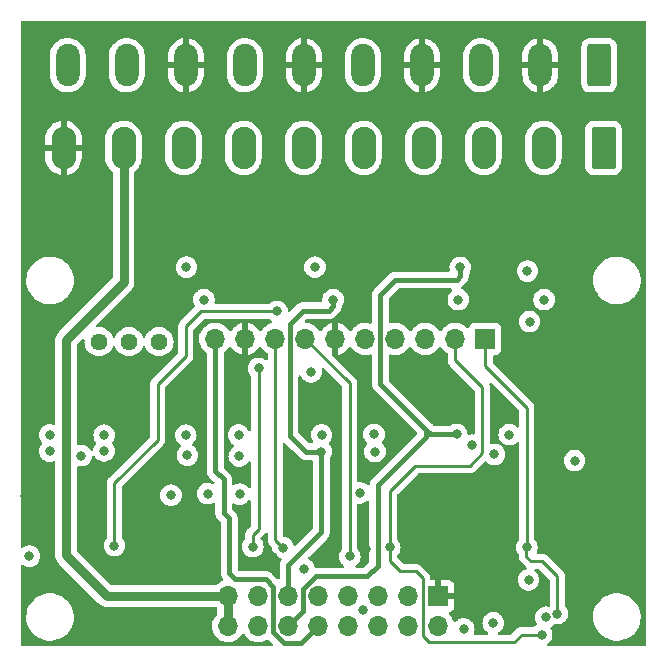
<source format=gbr>
%TF.GenerationSoftware,KiCad,Pcbnew,6.0.11+dfsg-1~bpo11+1*%
%TF.CreationDate,2023-04-06T13:05:29+02:00*%
%TF.ProjectId,ain-4_11,61696e2d-345f-4313-912e-6b696361645f,1.1*%
%TF.SameCoordinates,Original*%
%TF.FileFunction,Copper,L3,Inr*%
%TF.FilePolarity,Positive*%
%FSLAX46Y46*%
G04 Gerber Fmt 4.6, Leading zero omitted, Abs format (unit mm)*
G04 Created by KiCad (PCBNEW 6.0.11+dfsg-1~bpo11+1) date 2023-04-06 13:05:29*
%MOMM*%
%LPD*%
G01*
G04 APERTURE LIST*
G04 Aperture macros list*
%AMRoundRect*
0 Rectangle with rounded corners*
0 $1 Rounding radius*
0 $2 $3 $4 $5 $6 $7 $8 $9 X,Y pos of 4 corners*
0 Add a 4 corners polygon primitive as box body*
4,1,4,$2,$3,$4,$5,$6,$7,$8,$9,$2,$3,0*
0 Add four circle primitives for the rounded corners*
1,1,$1+$1,$2,$3*
1,1,$1+$1,$4,$5*
1,1,$1+$1,$6,$7*
1,1,$1+$1,$8,$9*
0 Add four rect primitives between the rounded corners*
20,1,$1+$1,$2,$3,$4,$5,0*
20,1,$1+$1,$4,$5,$6,$7,0*
20,1,$1+$1,$6,$7,$8,$9,0*
20,1,$1+$1,$8,$9,$2,$3,0*%
G04 Aperture macros list end*
%TA.AperFunction,ComponentPad*%
%ADD10R,1.700000X1.700000*%
%TD*%
%TA.AperFunction,ComponentPad*%
%ADD11O,1.700000X1.700000*%
%TD*%
%TA.AperFunction,ComponentPad*%
%ADD12C,1.440000*%
%TD*%
%TA.AperFunction,ComponentPad*%
%ADD13RoundRect,0.250000X0.750000X1.550000X-0.750000X1.550000X-0.750000X-1.550000X0.750000X-1.550000X0*%
%TD*%
%TA.AperFunction,ComponentPad*%
%ADD14O,2.000000X3.600000*%
%TD*%
%TA.AperFunction,ComponentPad*%
%ADD15RoundRect,0.249999X0.790001X1.550001X-0.790001X1.550001X-0.790001X-1.550001X0.790001X-1.550001X0*%
%TD*%
%TA.AperFunction,ComponentPad*%
%ADD16O,2.080000X3.600000*%
%TD*%
%TA.AperFunction,ViaPad*%
%ADD17C,0.800000*%
%TD*%
%TA.AperFunction,Conductor*%
%ADD18C,0.400000*%
%TD*%
%TA.AperFunction,Conductor*%
%ADD19C,0.800000*%
%TD*%
%TA.AperFunction,Conductor*%
%ADD20C,0.250000*%
%TD*%
G04 APERTURE END LIST*
D10*
%TO.N,/A4O*%
%TO.C,J1*%
X167840000Y-93450000D03*
D11*
%TO.N,/A3O*%
X165300000Y-93450000D03*
%TO.N,/A2O*%
X162760000Y-93450000D03*
%TO.N,/A1O*%
X160220000Y-93450000D03*
%TO.N,unconnected-(J1-Pad5)*%
X157680000Y-93450000D03*
%TO.N,GNDD*%
X155140000Y-93450000D03*
%TO.N,/SDA*%
X152600000Y-93450000D03*
%TO.N,/SCL*%
X150060000Y-93450000D03*
%TO.N,GNDD*%
X147520000Y-93450000D03*
%TO.N,+5V*%
X144980000Y-93450000D03*
%TD*%
D10*
%TO.N,GNDD*%
%TO.C,J2*%
X163865000Y-115225000D03*
D11*
%TO.N,/SCL*%
X163865000Y-117765000D03*
%TO.N,/SDA*%
X161325000Y-115225000D03*
%TO.N,unconnected-(J2-Pad4)*%
X161325000Y-117765000D03*
%TO.N,unconnected-(J2-Pad5)*%
X158785000Y-115225000D03*
%TO.N,unconnected-(J2-Pad6)*%
X158785000Y-117765000D03*
%TO.N,unconnected-(J2-Pad7)*%
X156245000Y-115225000D03*
%TO.N,unconnected-(J2-Pad8)*%
X156245000Y-117765000D03*
%TO.N,unconnected-(J2-Pad9)*%
X153705000Y-115225000D03*
%TO.N,+5V*%
X153705000Y-117765000D03*
%TO.N,-12V*%
X151165000Y-115225000D03*
%TO.N,+12V*%
X151165000Y-117765000D03*
%TO.N,GNDD*%
X148625000Y-115225000D03*
%TO.N,Earth*%
X148625000Y-117765000D03*
%TO.N,+VSW*%
X146085000Y-115225000D03*
X146085000Y-117765000D03*
%TD*%
D12*
%TO.N,Net-(R12-Pad2)*%
%TO.C,RV4*%
X140230000Y-93700000D03*
%TO.N,/VREF*%
X137690000Y-93700000D03*
X135150000Y-93700000D03*
%TD*%
D13*
%TO.N,Earth*%
%TO.C,J3*%
X177500000Y-70277500D03*
D14*
%TO.N,GNDD*%
X172500000Y-70277500D03*
%TO.N,/A4*%
X167500000Y-70277500D03*
%TO.N,GNDD*%
X162500000Y-70277500D03*
%TO.N,/A3*%
X157500000Y-70277500D03*
%TO.N,GNDD*%
X152500000Y-70277500D03*
%TO.N,/A2*%
X147500000Y-70277500D03*
%TO.N,GNDD*%
X142500000Y-70277500D03*
%TO.N,/A1*%
X137500000Y-70277500D03*
%TO.N,+VSW*%
X132500000Y-70277500D03*
%TD*%
D15*
%TO.N,+VSW*%
%TO.C,J4*%
X177860000Y-77277500D03*
D16*
%TO.N,Earth*%
X172780000Y-77277500D03*
%TO.N,+VSW*%
X167700000Y-77277500D03*
%TO.N,Earth*%
X162620000Y-77277500D03*
%TO.N,+VSW*%
X157540000Y-77277500D03*
%TO.N,Earth*%
X152460000Y-77277500D03*
%TO.N,+VSW*%
X147380000Y-77277500D03*
%TO.N,Earth*%
X142300000Y-77277500D03*
%TO.N,+VSW*%
X137220000Y-77277500D03*
%TO.N,GNDD*%
X132140000Y-77277500D03*
%TD*%
D17*
%TO.N,+12V*%
X165730000Y-87390000D03*
X171420000Y-87710000D03*
%TO.N,-12V*%
X172830000Y-90130000D03*
%TO.N,Net-(R10-Pad2)*%
X171600000Y-92000000D03*
%TO.N,+12V*%
X142550000Y-87380000D03*
X135580000Y-101610000D03*
X165430000Y-101540000D03*
X146960000Y-101590000D03*
X158430000Y-101540000D03*
X153430000Y-87380000D03*
X153985500Y-101580000D03*
X142495500Y-101598469D03*
X130970000Y-101590000D03*
X169870000Y-101560000D03*
%TO.N,GNDD*%
X141250000Y-110975500D03*
X164570000Y-97630000D03*
X128880000Y-106780000D03*
X130030000Y-97680000D03*
X153130000Y-97740000D03*
X149870000Y-111930000D03*
X169440000Y-111360000D03*
X163560000Y-111370000D03*
X166050000Y-114410000D03*
X151820000Y-106320000D03*
X157780000Y-111260000D03*
X175375000Y-97050000D03*
X141620000Y-97760000D03*
X163400000Y-106420000D03*
X134450000Y-111000000D03*
%TO.N,-12V*%
X158510000Y-103000000D03*
X130957701Y-102957701D03*
X135570000Y-102950000D03*
X147020000Y-103374500D03*
X142620000Y-103300000D03*
X166700000Y-102460000D03*
X154970000Y-90130000D03*
X153959575Y-103004075D03*
X165570000Y-90130000D03*
X144030000Y-90130000D03*
%TO.N,+5V*%
X175410000Y-103760000D03*
X172980000Y-117020000D03*
X171520000Y-113860000D03*
%TO.N,/A4O*%
X173950500Y-116714500D03*
X171370000Y-111090000D03*
%TO.N,/A3O*%
X172627575Y-118485500D03*
X159760000Y-111110000D03*
%TO.N,/A2O*%
X148650000Y-95950000D03*
X166030000Y-118000000D03*
X148170000Y-111050000D03*
%TO.N,/A1O*%
X150225000Y-91125000D03*
X136450000Y-110950000D03*
X168520000Y-117490000D03*
%TO.N,/SDA*%
X156375000Y-111875000D03*
%TO.N,/SCL*%
X157500000Y-116450000D03*
X150725000Y-111125000D03*
X152500000Y-112925000D03*
%TO.N,/VREF*%
X133650000Y-103350000D03*
X157240000Y-106490000D03*
X141243187Y-106693029D03*
X168620000Y-103240000D03*
%TO.N,Net-(R10-Pad2)*%
X153100000Y-96250000D03*
%TO.N,Net-(R12-Pad2)*%
X129250000Y-111850000D03*
%TO.N,Net-(R19-Pad2)*%
X147060000Y-106600000D03*
X144340000Y-106560000D03*
%TD*%
D18*
%TO.N,-12V*%
X153959575Y-103004075D02*
X152654075Y-103004075D01*
X152654075Y-103004075D02*
X151310000Y-101660000D01*
X151310000Y-101660000D02*
X151310000Y-92170000D01*
X151310000Y-92170000D02*
X152420000Y-91060000D01*
X154970000Y-90700000D02*
X154970000Y-90130000D01*
X152420000Y-91060000D02*
X154610000Y-91060000D01*
X154610000Y-91060000D02*
X154970000Y-90700000D01*
%TO.N,+12V*%
X160225000Y-88475000D02*
X162775000Y-88475000D01*
X162775000Y-88475000D02*
X165415000Y-88475000D01*
X165415000Y-88475000D02*
X165730000Y-88160000D01*
X165730000Y-88160000D02*
X165730000Y-87390000D01*
D19*
%TO.N,+VSW*%
X143050000Y-115225000D02*
X135800000Y-115225000D01*
X135800000Y-115225000D02*
X132350000Y-111775000D01*
X132350000Y-111775000D02*
X132350000Y-93550000D01*
X132350000Y-93550000D02*
X137220000Y-88680000D01*
X137220000Y-88680000D02*
X137220000Y-77277500D01*
D20*
%TO.N,/A1O*%
X136450000Y-110950000D02*
X136450000Y-105650000D01*
X136450000Y-105650000D02*
X140100000Y-102000000D01*
X140100000Y-102000000D02*
X140100000Y-97300000D01*
X143775000Y-91125000D02*
X150225000Y-91125000D01*
X140100000Y-97300000D02*
X142500000Y-94900000D01*
X142500000Y-94900000D02*
X142500000Y-92400000D01*
X142500000Y-92400000D02*
X143775000Y-91125000D01*
D18*
%TO.N,+12V*%
X152455000Y-114595000D02*
X153500000Y-113550000D01*
X164410000Y-101540000D02*
X165430000Y-101540000D01*
X158970000Y-97295000D02*
X158970000Y-89730000D01*
X162735000Y-101835000D02*
X163030000Y-101540000D01*
X163215000Y-101540000D02*
X162850000Y-101175000D01*
X164410000Y-101540000D02*
X163215000Y-101540000D01*
X162735000Y-101835000D02*
X162850000Y-101720000D01*
X163030000Y-101540000D02*
X164410000Y-101540000D01*
X158752500Y-105817500D02*
X162735000Y-101835000D01*
X152455000Y-116475000D02*
X152455000Y-114595000D01*
X151165000Y-117765000D02*
X152455000Y-116475000D01*
X153500000Y-113550000D02*
X157875000Y-113550000D01*
X162850000Y-101720000D02*
X162850000Y-101175000D01*
X158970000Y-89730000D02*
X160225000Y-88475000D01*
X158752500Y-112672500D02*
X158752500Y-105817500D01*
X157875000Y-113550000D02*
X158752500Y-112672500D01*
X162850000Y-101175000D02*
X158970000Y-97295000D01*
%TO.N,-12V*%
X153959575Y-109840425D02*
X153959575Y-105899575D01*
X151165000Y-112635000D02*
X153959575Y-109840425D01*
X151165000Y-115225000D02*
X151165000Y-112635000D01*
X153959575Y-105899575D02*
X153959575Y-103004075D01*
%TO.N,+5V*%
X149275000Y-113825000D02*
X149875000Y-114425000D01*
X149875000Y-118282767D02*
X150817233Y-119225000D01*
X146175000Y-113300000D02*
X146700000Y-113825000D01*
X149875000Y-114425000D02*
X149875000Y-118282767D01*
X144980000Y-93450000D02*
X144980000Y-104630000D01*
X145700000Y-108175000D02*
X146175000Y-108650000D01*
X146175000Y-108650000D02*
X146175000Y-113300000D01*
X146700000Y-113825000D02*
X149275000Y-113825000D01*
X145700000Y-105350000D02*
X145700000Y-108175000D01*
X152245000Y-119225000D02*
X153705000Y-117765000D01*
X150817233Y-119225000D02*
X152245000Y-119225000D01*
X144980000Y-104630000D02*
X145700000Y-105350000D01*
D20*
%TO.N,/A4O*%
X171710000Y-112270000D02*
X171340000Y-111900000D01*
X167840000Y-95740000D02*
X171370000Y-99270000D01*
X171340000Y-111900000D02*
X171340000Y-111120000D01*
X167840000Y-93450000D02*
X167840000Y-95740000D01*
X173950500Y-116714500D02*
X173950500Y-113560500D01*
X172660000Y-112270000D02*
X171710000Y-112270000D01*
X171370000Y-99270000D02*
X171370000Y-111090000D01*
X173950500Y-113560500D02*
X172660000Y-112270000D01*
X171340000Y-111120000D02*
X171370000Y-111090000D01*
%TO.N,/A3O*%
X162540000Y-118630000D02*
X163050000Y-119140000D01*
X165300000Y-93450000D02*
X165300000Y-95250000D01*
X170925500Y-118485500D02*
X172627575Y-118485500D01*
X161950000Y-113140000D02*
X162540000Y-113730000D01*
X163050000Y-119140000D02*
X170271000Y-119140000D01*
X165300000Y-95250000D02*
X167600000Y-97550000D01*
X170271000Y-119140000D02*
X170925500Y-118485500D01*
X167600000Y-97550000D02*
X167600000Y-103150000D01*
X162540000Y-113730000D02*
X162540000Y-118630000D01*
X159760000Y-106340000D02*
X159760000Y-111110000D01*
X159760000Y-112260000D02*
X160640000Y-113140000D01*
X159760000Y-111110000D02*
X159760000Y-112260000D01*
X161900000Y-104200000D02*
X159760000Y-106340000D01*
X166550000Y-104200000D02*
X161900000Y-104200000D01*
X160640000Y-113140000D02*
X161950000Y-113140000D01*
X167600000Y-103150000D02*
X166550000Y-104200000D01*
%TO.N,/A2O*%
X148650000Y-95950000D02*
X148650000Y-109550000D01*
X148170000Y-110030000D02*
X148170000Y-111050000D01*
X148650000Y-109550000D02*
X148170000Y-110030000D01*
%TO.N,/SDA*%
X156375000Y-97225000D02*
X156375000Y-111875000D01*
X152600000Y-93450000D02*
X156375000Y-97225000D01*
%TO.N,/SCL*%
X150060000Y-93450000D02*
X150060000Y-110460000D01*
X150060000Y-110460000D02*
X150725000Y-111125000D01*
D19*
%TO.N,+VSW*%
X146085000Y-117765000D02*
X146085000Y-115225000D01*
X143050000Y-115225000D02*
X146085000Y-115225000D01*
%TD*%
%TA.AperFunction,Conductor*%
%TO.N,GNDD*%
G36*
X181433621Y-66528502D02*
G01*
X181480114Y-66582158D01*
X181491500Y-66634500D01*
X181491500Y-119365500D01*
X181471498Y-119433621D01*
X181417842Y-119480114D01*
X181365500Y-119491500D01*
X173176355Y-119491500D01*
X173108234Y-119471498D01*
X173061741Y-119417842D01*
X173051637Y-119347568D01*
X173081131Y-119282988D01*
X173102294Y-119263564D01*
X173233484Y-119168249D01*
X173233486Y-119168247D01*
X173238828Y-119164366D01*
X173273286Y-119126097D01*
X173362196Y-119027352D01*
X173362197Y-119027351D01*
X173366615Y-119022444D01*
X173462102Y-118857056D01*
X173521117Y-118675428D01*
X173522206Y-118665073D01*
X173540389Y-118492065D01*
X173541079Y-118485500D01*
X173536312Y-118440144D01*
X173521807Y-118302135D01*
X173521807Y-118302133D01*
X173521117Y-118295572D01*
X173462102Y-118113944D01*
X173412675Y-118028334D01*
X173387292Y-117984369D01*
X173370554Y-117915374D01*
X173393774Y-117848282D01*
X173432645Y-117812947D01*
X173436752Y-117811118D01*
X173484967Y-117776088D01*
X173564895Y-117718016D01*
X173591253Y-117698866D01*
X173642285Y-117642190D01*
X173702729Y-117604950D01*
X173762113Y-117603253D01*
X173855013Y-117623000D01*
X174045987Y-117623000D01*
X174052439Y-117621628D01*
X174052444Y-117621628D01*
X174139387Y-117603147D01*
X174232788Y-117583294D01*
X174259204Y-117571533D01*
X174401222Y-117508303D01*
X174401224Y-117508302D01*
X174407252Y-117505618D01*
X174419713Y-117496565D01*
X174472589Y-117458148D01*
X174561753Y-117393366D01*
X174632374Y-117314933D01*
X174685121Y-117256352D01*
X174685122Y-117256351D01*
X174689540Y-117251444D01*
X174785027Y-117086056D01*
X174819839Y-116978918D01*
X176986917Y-116978918D01*
X176987334Y-116986156D01*
X177002682Y-117252320D01*
X177055405Y-117521053D01*
X177056792Y-117525103D01*
X177056793Y-117525108D01*
X177127524Y-117731695D01*
X177144112Y-117780144D01*
X177190682Y-117872739D01*
X177251386Y-117993435D01*
X177267160Y-118024799D01*
X177269586Y-118028328D01*
X177269589Y-118028334D01*
X177384965Y-118196206D01*
X177422274Y-118250490D01*
X177425161Y-118253663D01*
X177425162Y-118253664D01*
X177532435Y-118371556D01*
X177606582Y-118453043D01*
X177609877Y-118455798D01*
X177609878Y-118455799D01*
X177667073Y-118503621D01*
X177816675Y-118628707D01*
X177820316Y-118630991D01*
X178045024Y-118771951D01*
X178045028Y-118771953D01*
X178048664Y-118774234D01*
X178116544Y-118804883D01*
X178294345Y-118885164D01*
X178294349Y-118885166D01*
X178298257Y-118886930D01*
X178302377Y-118888150D01*
X178302376Y-118888150D01*
X178556723Y-118963491D01*
X178556727Y-118963492D01*
X178560836Y-118964709D01*
X178565070Y-118965357D01*
X178565075Y-118965358D01*
X178827298Y-119005483D01*
X178827300Y-119005483D01*
X178831540Y-119006132D01*
X178970912Y-119008322D01*
X179101071Y-119010367D01*
X179101077Y-119010367D01*
X179105362Y-119010434D01*
X179377235Y-118977534D01*
X179642127Y-118908041D01*
X179646087Y-118906401D01*
X179646092Y-118906399D01*
X179780389Y-118850771D01*
X179895136Y-118803241D01*
X180131582Y-118665073D01*
X180347089Y-118496094D01*
X180350994Y-118492065D01*
X180496839Y-118341564D01*
X180537669Y-118299431D01*
X180540202Y-118295983D01*
X180540206Y-118295978D01*
X180697257Y-118082178D01*
X180699795Y-118078723D01*
X180728347Y-118026137D01*
X180828418Y-117841830D01*
X180828419Y-117841828D01*
X180830468Y-117838054D01*
X180883063Y-117698866D01*
X180925751Y-117585895D01*
X180925752Y-117585891D01*
X180927269Y-117581877D01*
X180953173Y-117468774D01*
X180987449Y-117319117D01*
X180987450Y-117319113D01*
X180988407Y-117314933D01*
X180989734Y-117300072D01*
X181012531Y-117044627D01*
X181012531Y-117044625D01*
X181012751Y-117042161D01*
X181013193Y-117000000D01*
X181008940Y-116937617D01*
X180994859Y-116731055D01*
X180994858Y-116731049D01*
X180994567Y-116726778D01*
X180977160Y-116642721D01*
X180946940Y-116496797D01*
X180939032Y-116458612D01*
X180847617Y-116200465D01*
X180739571Y-115991129D01*
X180723978Y-115960919D01*
X180723978Y-115960918D01*
X180722013Y-115957112D01*
X180712040Y-115942921D01*
X180633319Y-115830913D01*
X180564545Y-115733057D01*
X180378125Y-115532445D01*
X180374810Y-115529731D01*
X180374806Y-115529728D01*
X180169523Y-115361706D01*
X180166205Y-115358990D01*
X179932704Y-115215901D01*
X179928768Y-115214173D01*
X179685873Y-115107549D01*
X179685869Y-115107548D01*
X179681945Y-115105825D01*
X179418566Y-115030800D01*
X179414324Y-115030196D01*
X179414318Y-115030195D01*
X179213834Y-115001662D01*
X179147443Y-114992213D01*
X179003589Y-114991460D01*
X178877877Y-114990802D01*
X178877871Y-114990802D01*
X178873591Y-114990780D01*
X178869347Y-114991339D01*
X178869343Y-114991339D01*
X178750302Y-115007011D01*
X178602078Y-115026525D01*
X178597938Y-115027658D01*
X178597936Y-115027658D01*
X178525008Y-115047609D01*
X178337928Y-115098788D01*
X178333980Y-115100472D01*
X178089982Y-115204546D01*
X178089978Y-115204548D01*
X178086030Y-115206232D01*
X178066125Y-115218145D01*
X177854725Y-115344664D01*
X177854721Y-115344667D01*
X177851043Y-115346868D01*
X177637318Y-115518094D01*
X177620717Y-115535588D01*
X177452663Y-115712680D01*
X177448808Y-115716742D01*
X177289002Y-115939136D01*
X177160857Y-116181161D01*
X177159385Y-116185184D01*
X177159383Y-116185188D01*
X177069529Y-116430724D01*
X177066743Y-116438337D01*
X177008404Y-116705907D01*
X177007211Y-116721065D01*
X176990168Y-116937617D01*
X176986917Y-116978918D01*
X174819839Y-116978918D01*
X174844042Y-116904428D01*
X174853848Y-116811134D01*
X174863314Y-116721065D01*
X174864004Y-116714500D01*
X174855081Y-116629598D01*
X174844732Y-116531135D01*
X174844732Y-116531133D01*
X174844042Y-116524572D01*
X174785027Y-116342944D01*
X174755384Y-116291600D01*
X174738599Y-116262529D01*
X174689540Y-116177556D01*
X174616363Y-116096285D01*
X174585647Y-116032279D01*
X174584000Y-116011976D01*
X174584000Y-113639268D01*
X174584527Y-113628085D01*
X174586202Y-113620592D01*
X174584062Y-113552501D01*
X174584000Y-113548544D01*
X174584000Y-113520644D01*
X174583496Y-113516653D01*
X174582563Y-113504811D01*
X174582295Y-113496262D01*
X174581174Y-113460611D01*
X174578218Y-113450437D01*
X174575521Y-113441152D01*
X174571512Y-113421793D01*
X174570776Y-113415966D01*
X174568974Y-113401703D01*
X174566058Y-113394337D01*
X174566056Y-113394331D01*
X174552700Y-113360598D01*
X174548855Y-113349368D01*
X174538730Y-113314517D01*
X174538730Y-113314516D01*
X174536519Y-113306907D01*
X174529250Y-113294615D01*
X174526205Y-113289466D01*
X174517508Y-113271713D01*
X174512972Y-113260258D01*
X174510052Y-113252883D01*
X174492246Y-113228375D01*
X174484063Y-113217112D01*
X174477547Y-113207192D01*
X174477317Y-113206803D01*
X174455042Y-113169138D01*
X174440721Y-113154817D01*
X174427880Y-113139783D01*
X174415972Y-113123393D01*
X174381895Y-113095202D01*
X174373116Y-113087212D01*
X173163652Y-111877747D01*
X173156112Y-111869461D01*
X173152000Y-111862982D01*
X173138176Y-111850000D01*
X173102349Y-111816357D01*
X173099507Y-111813602D01*
X173079770Y-111793865D01*
X173076573Y-111791385D01*
X173067551Y-111783680D01*
X173041100Y-111758841D01*
X173035321Y-111753414D01*
X173028375Y-111749595D01*
X173028372Y-111749593D01*
X173017566Y-111743652D01*
X173001047Y-111732801D01*
X172993813Y-111727190D01*
X172985041Y-111720386D01*
X172977772Y-111717241D01*
X172977768Y-111717238D01*
X172944463Y-111702826D01*
X172933813Y-111697609D01*
X172895060Y-111676305D01*
X172875437Y-111671267D01*
X172856734Y-111664863D01*
X172845420Y-111659967D01*
X172845419Y-111659967D01*
X172838145Y-111656819D01*
X172830322Y-111655580D01*
X172830312Y-111655577D01*
X172794476Y-111649901D01*
X172782856Y-111647495D01*
X172747711Y-111638472D01*
X172747710Y-111638472D01*
X172740030Y-111636500D01*
X172719776Y-111636500D01*
X172700065Y-111634949D01*
X172687886Y-111633020D01*
X172680057Y-111631780D01*
X172672165Y-111632526D01*
X172636039Y-111635941D01*
X172624181Y-111636500D01*
X172319904Y-111636500D01*
X172251783Y-111616498D01*
X172205290Y-111562842D01*
X172195186Y-111492568D01*
X172203739Y-111462921D01*
X172204527Y-111461556D01*
X172263542Y-111279928D01*
X172274461Y-111176045D01*
X172282814Y-111096565D01*
X172283504Y-111090000D01*
X172272352Y-110983891D01*
X172264232Y-110906635D01*
X172264232Y-110906633D01*
X172263542Y-110900072D01*
X172204527Y-110718444D01*
X172109040Y-110553056D01*
X172035863Y-110471785D01*
X172005147Y-110407779D01*
X172003500Y-110387476D01*
X172003500Y-103760000D01*
X174496496Y-103760000D01*
X174497186Y-103766565D01*
X174514968Y-103935748D01*
X174516458Y-103949928D01*
X174575473Y-104131556D01*
X174578776Y-104137278D01*
X174578777Y-104137279D01*
X174597767Y-104170170D01*
X174670960Y-104296944D01*
X174798747Y-104438866D01*
X174953248Y-104551118D01*
X174959276Y-104553802D01*
X174959278Y-104553803D01*
X175113836Y-104622616D01*
X175127712Y-104628794D01*
X175221113Y-104648647D01*
X175308056Y-104667128D01*
X175308061Y-104667128D01*
X175314513Y-104668500D01*
X175505487Y-104668500D01*
X175511939Y-104667128D01*
X175511944Y-104667128D01*
X175598887Y-104648647D01*
X175692288Y-104628794D01*
X175706164Y-104622616D01*
X175860722Y-104553803D01*
X175860724Y-104553802D01*
X175866752Y-104551118D01*
X176021253Y-104438866D01*
X176149040Y-104296944D01*
X176222233Y-104170170D01*
X176241223Y-104137279D01*
X176241224Y-104137278D01*
X176244527Y-104131556D01*
X176303542Y-103949928D01*
X176305033Y-103935748D01*
X176322814Y-103766565D01*
X176323504Y-103760000D01*
X176318773Y-103714986D01*
X176304232Y-103576635D01*
X176304232Y-103576633D01*
X176303542Y-103570072D01*
X176244527Y-103388444D01*
X176237130Y-103375631D01*
X176166792Y-103253803D01*
X176149040Y-103223056D01*
X176119212Y-103189928D01*
X176025675Y-103086045D01*
X176025674Y-103086044D01*
X176021253Y-103081134D01*
X175866752Y-102968882D01*
X175860724Y-102966198D01*
X175860722Y-102966197D01*
X175698319Y-102893891D01*
X175698318Y-102893891D01*
X175692288Y-102891206D01*
X175585202Y-102868444D01*
X175511944Y-102852872D01*
X175511939Y-102852872D01*
X175505487Y-102851500D01*
X175314513Y-102851500D01*
X175308061Y-102852872D01*
X175308056Y-102852872D01*
X175234798Y-102868444D01*
X175127712Y-102891206D01*
X175121682Y-102893891D01*
X175121681Y-102893891D01*
X174959278Y-102966197D01*
X174959276Y-102966198D01*
X174953248Y-102968882D01*
X174798747Y-103081134D01*
X174794326Y-103086044D01*
X174794325Y-103086045D01*
X174700789Y-103189928D01*
X174670960Y-103223056D01*
X174653208Y-103253803D01*
X174582871Y-103375631D01*
X174575473Y-103388444D01*
X174516458Y-103570072D01*
X174515768Y-103576633D01*
X174515768Y-103576635D01*
X174501227Y-103714986D01*
X174496496Y-103760000D01*
X172003500Y-103760000D01*
X172003500Y-99348767D01*
X172004027Y-99337584D01*
X172005702Y-99330091D01*
X172003562Y-99262000D01*
X172003500Y-99258043D01*
X172003500Y-99230144D01*
X172002996Y-99226153D01*
X172002063Y-99214311D01*
X172000923Y-99178036D01*
X172000674Y-99170111D01*
X171998462Y-99162497D01*
X171998461Y-99162492D01*
X171995023Y-99150659D01*
X171991012Y-99131295D01*
X171989467Y-99119064D01*
X171988474Y-99111203D01*
X171985557Y-99103836D01*
X171985556Y-99103831D01*
X171972198Y-99070092D01*
X171968354Y-99058865D01*
X171958230Y-99024022D01*
X171956018Y-99016407D01*
X171945707Y-98998972D01*
X171937012Y-98981224D01*
X171929552Y-98962383D01*
X171903564Y-98926613D01*
X171897048Y-98916693D01*
X171878580Y-98885465D01*
X171878578Y-98885462D01*
X171874542Y-98878638D01*
X171860221Y-98864317D01*
X171847380Y-98849283D01*
X171840131Y-98839306D01*
X171835472Y-98832893D01*
X171801395Y-98804702D01*
X171792616Y-98796712D01*
X168510405Y-95514500D01*
X168476379Y-95452188D01*
X168473500Y-95425405D01*
X168473500Y-94934500D01*
X168493502Y-94866379D01*
X168547158Y-94819886D01*
X168599500Y-94808500D01*
X168738134Y-94808500D01*
X168800316Y-94801745D01*
X168936705Y-94750615D01*
X169053261Y-94663261D01*
X169140615Y-94546705D01*
X169191745Y-94410316D01*
X169198500Y-94348134D01*
X169198500Y-92551866D01*
X169191745Y-92489684D01*
X169140615Y-92353295D01*
X169053261Y-92236739D01*
X168936705Y-92149385D01*
X168800316Y-92098255D01*
X168738134Y-92091500D01*
X166941866Y-92091500D01*
X166879684Y-92098255D01*
X166743295Y-92149385D01*
X166626739Y-92236739D01*
X166539385Y-92353295D01*
X166536233Y-92361703D01*
X166494919Y-92471907D01*
X166452277Y-92528671D01*
X166385716Y-92553371D01*
X166316367Y-92538163D01*
X166283743Y-92512476D01*
X166233151Y-92456875D01*
X166233142Y-92456866D01*
X166229670Y-92453051D01*
X166225619Y-92449852D01*
X166225615Y-92449848D01*
X166058414Y-92317800D01*
X166058410Y-92317798D01*
X166054359Y-92314598D01*
X166018028Y-92294542D01*
X165965461Y-92265524D01*
X165858789Y-92206638D01*
X165853920Y-92204914D01*
X165853916Y-92204912D01*
X165653087Y-92133795D01*
X165653083Y-92133794D01*
X165648212Y-92132069D01*
X165643119Y-92131162D01*
X165643116Y-92131161D01*
X165433373Y-92093800D01*
X165433367Y-92093799D01*
X165428284Y-92092894D01*
X165354452Y-92091992D01*
X165210081Y-92090228D01*
X165210079Y-92090228D01*
X165204911Y-92090165D01*
X164984091Y-92123955D01*
X164771756Y-92193357D01*
X164730987Y-92214580D01*
X164607943Y-92278633D01*
X164573607Y-92296507D01*
X164569474Y-92299610D01*
X164569471Y-92299612D01*
X164399100Y-92427530D01*
X164394965Y-92430635D01*
X164355525Y-92471907D01*
X164289328Y-92541178D01*
X164240629Y-92592138D01*
X164133201Y-92749621D01*
X164078293Y-92794621D01*
X164007768Y-92802792D01*
X163944021Y-92771538D01*
X163923324Y-92747054D01*
X163842822Y-92622617D01*
X163842820Y-92622614D01*
X163840014Y-92618277D01*
X163689670Y-92453051D01*
X163685619Y-92449852D01*
X163685615Y-92449848D01*
X163518414Y-92317800D01*
X163518410Y-92317798D01*
X163514359Y-92314598D01*
X163478028Y-92294542D01*
X163425461Y-92265524D01*
X163318789Y-92206638D01*
X163313920Y-92204914D01*
X163313916Y-92204912D01*
X163113087Y-92133795D01*
X163113083Y-92133794D01*
X163108212Y-92132069D01*
X163103119Y-92131162D01*
X163103116Y-92131161D01*
X162893373Y-92093800D01*
X162893367Y-92093799D01*
X162888284Y-92092894D01*
X162814452Y-92091992D01*
X162670081Y-92090228D01*
X162670079Y-92090228D01*
X162664911Y-92090165D01*
X162444091Y-92123955D01*
X162231756Y-92193357D01*
X162190987Y-92214580D01*
X162067943Y-92278633D01*
X162033607Y-92296507D01*
X162029474Y-92299610D01*
X162029471Y-92299612D01*
X161859100Y-92427530D01*
X161854965Y-92430635D01*
X161815525Y-92471907D01*
X161749328Y-92541178D01*
X161700629Y-92592138D01*
X161593201Y-92749621D01*
X161538293Y-92794621D01*
X161467768Y-92802792D01*
X161404021Y-92771538D01*
X161383324Y-92747054D01*
X161302822Y-92622617D01*
X161302820Y-92622614D01*
X161300014Y-92618277D01*
X161149670Y-92453051D01*
X161145619Y-92449852D01*
X161145615Y-92449848D01*
X160978414Y-92317800D01*
X160978410Y-92317798D01*
X160974359Y-92314598D01*
X160938028Y-92294542D01*
X160885461Y-92265524D01*
X160778789Y-92206638D01*
X160773920Y-92204914D01*
X160773916Y-92204912D01*
X160573087Y-92133795D01*
X160573083Y-92133794D01*
X160568212Y-92132069D01*
X160563119Y-92131162D01*
X160563116Y-92131161D01*
X160353373Y-92093800D01*
X160353367Y-92093799D01*
X160348284Y-92092894D01*
X160274452Y-92091992D01*
X160130081Y-92090228D01*
X160130079Y-92090228D01*
X160124911Y-92090165D01*
X159904091Y-92123955D01*
X159843644Y-92143712D01*
X159772682Y-92145863D01*
X159711820Y-92109307D01*
X159680383Y-92045650D01*
X159678500Y-92023947D01*
X159678500Y-92000000D01*
X170686496Y-92000000D01*
X170687186Y-92006565D01*
X170703832Y-92164940D01*
X170706458Y-92189928D01*
X170765473Y-92371556D01*
X170860960Y-92536944D01*
X170865378Y-92541851D01*
X170865379Y-92541852D01*
X170984325Y-92673955D01*
X170988747Y-92678866D01*
X171037922Y-92714594D01*
X171116299Y-92771538D01*
X171143248Y-92791118D01*
X171149276Y-92793802D01*
X171149278Y-92793803D01*
X171170490Y-92803247D01*
X171317712Y-92868794D01*
X171411112Y-92888647D01*
X171498056Y-92907128D01*
X171498061Y-92907128D01*
X171504513Y-92908500D01*
X171695487Y-92908500D01*
X171701939Y-92907128D01*
X171701944Y-92907128D01*
X171788887Y-92888647D01*
X171882288Y-92868794D01*
X172029510Y-92803247D01*
X172050722Y-92793803D01*
X172050724Y-92793802D01*
X172056752Y-92791118D01*
X172083702Y-92771538D01*
X172162078Y-92714594D01*
X172211253Y-92678866D01*
X172215675Y-92673955D01*
X172334621Y-92541852D01*
X172334622Y-92541851D01*
X172339040Y-92536944D01*
X172434527Y-92371556D01*
X172493542Y-92189928D01*
X172496169Y-92164940D01*
X172512814Y-92006565D01*
X172513504Y-92000000D01*
X172508940Y-91956573D01*
X172494232Y-91816635D01*
X172494232Y-91816633D01*
X172493542Y-91810072D01*
X172434527Y-91628444D01*
X172339040Y-91463056D01*
X172211253Y-91321134D01*
X172112157Y-91249136D01*
X172062094Y-91212763D01*
X172062093Y-91212762D01*
X172056752Y-91208882D01*
X172050724Y-91206198D01*
X172050722Y-91206197D01*
X171888319Y-91133891D01*
X171888318Y-91133891D01*
X171882288Y-91131206D01*
X171788888Y-91111353D01*
X171701944Y-91092872D01*
X171701939Y-91092872D01*
X171695487Y-91091500D01*
X171504513Y-91091500D01*
X171498061Y-91092872D01*
X171498056Y-91092872D01*
X171411112Y-91111353D01*
X171317712Y-91131206D01*
X171311682Y-91133891D01*
X171311681Y-91133891D01*
X171149278Y-91206197D01*
X171149276Y-91206198D01*
X171143248Y-91208882D01*
X171137907Y-91212762D01*
X171137906Y-91212763D01*
X171087843Y-91249136D01*
X170988747Y-91321134D01*
X170860960Y-91463056D01*
X170765473Y-91628444D01*
X170706458Y-91810072D01*
X170705768Y-91816633D01*
X170705768Y-91816635D01*
X170691060Y-91956573D01*
X170686496Y-92000000D01*
X159678500Y-92000000D01*
X159678500Y-90075660D01*
X159698502Y-90007539D01*
X159715405Y-89986565D01*
X160481565Y-89220405D01*
X160543877Y-89186379D01*
X160570660Y-89183500D01*
X164939325Y-89183500D01*
X165007446Y-89203502D01*
X165053939Y-89257158D01*
X165064043Y-89327432D01*
X165034549Y-89392012D01*
X165013386Y-89411436D01*
X164958747Y-89451134D01*
X164954326Y-89456044D01*
X164954325Y-89456045D01*
X164840755Y-89582178D01*
X164830960Y-89593056D01*
X164827659Y-89598774D01*
X164739762Y-89751016D01*
X164735473Y-89758444D01*
X164676458Y-89940072D01*
X164675768Y-89946633D01*
X164675768Y-89946635D01*
X164667693Y-90023470D01*
X164656496Y-90130000D01*
X164657186Y-90136565D01*
X164669761Y-90256206D01*
X164676458Y-90319928D01*
X164735473Y-90501556D01*
X164830960Y-90666944D01*
X164958747Y-90808866D01*
X165113248Y-90921118D01*
X165119276Y-90923802D01*
X165119278Y-90923803D01*
X165240390Y-90977725D01*
X165287712Y-90998794D01*
X165381112Y-91018647D01*
X165468056Y-91037128D01*
X165468061Y-91037128D01*
X165474513Y-91038500D01*
X165665487Y-91038500D01*
X165671939Y-91037128D01*
X165671944Y-91037128D01*
X165758888Y-91018647D01*
X165852288Y-90998794D01*
X165899610Y-90977725D01*
X166020722Y-90923803D01*
X166020724Y-90923802D01*
X166026752Y-90921118D01*
X166181253Y-90808866D01*
X166309040Y-90666944D01*
X166404527Y-90501556D01*
X166463542Y-90319928D01*
X166470240Y-90256206D01*
X166482814Y-90136565D01*
X166483504Y-90130000D01*
X171916496Y-90130000D01*
X171917186Y-90136565D01*
X171929761Y-90256206D01*
X171936458Y-90319928D01*
X171995473Y-90501556D01*
X172090960Y-90666944D01*
X172218747Y-90808866D01*
X172373248Y-90921118D01*
X172379276Y-90923802D01*
X172379278Y-90923803D01*
X172500390Y-90977725D01*
X172547712Y-90998794D01*
X172641112Y-91018647D01*
X172728056Y-91037128D01*
X172728061Y-91037128D01*
X172734513Y-91038500D01*
X172925487Y-91038500D01*
X172931939Y-91037128D01*
X172931944Y-91037128D01*
X173018888Y-91018647D01*
X173112288Y-90998794D01*
X173159610Y-90977725D01*
X173280722Y-90923803D01*
X173280724Y-90923802D01*
X173286752Y-90921118D01*
X173441253Y-90808866D01*
X173569040Y-90666944D01*
X173664527Y-90501556D01*
X173723542Y-90319928D01*
X173730240Y-90256206D01*
X173742814Y-90136565D01*
X173743504Y-90130000D01*
X173732308Y-90023470D01*
X173724232Y-89946635D01*
X173724232Y-89946633D01*
X173723542Y-89940072D01*
X173664527Y-89758444D01*
X173660239Y-89751016D01*
X173572341Y-89598774D01*
X173569040Y-89593056D01*
X173559246Y-89582178D01*
X173445675Y-89456045D01*
X173445674Y-89456044D01*
X173441253Y-89451134D01*
X173319598Y-89362746D01*
X173292094Y-89342763D01*
X173292093Y-89342762D01*
X173286752Y-89338882D01*
X173280724Y-89336198D01*
X173280722Y-89336197D01*
X173118319Y-89263891D01*
X173118318Y-89263891D01*
X173112288Y-89261206D01*
X173018888Y-89241353D01*
X172931944Y-89222872D01*
X172931939Y-89222872D01*
X172925487Y-89221500D01*
X172734513Y-89221500D01*
X172728061Y-89222872D01*
X172728056Y-89222872D01*
X172641112Y-89241353D01*
X172547712Y-89261206D01*
X172541682Y-89263891D01*
X172541681Y-89263891D01*
X172379278Y-89336197D01*
X172379276Y-89336198D01*
X172373248Y-89338882D01*
X172367907Y-89342762D01*
X172367906Y-89342763D01*
X172340402Y-89362746D01*
X172218747Y-89451134D01*
X172214326Y-89456044D01*
X172214325Y-89456045D01*
X172100755Y-89582178D01*
X172090960Y-89593056D01*
X172087659Y-89598774D01*
X171999762Y-89751016D01*
X171995473Y-89758444D01*
X171936458Y-89940072D01*
X171935768Y-89946633D01*
X171935768Y-89946635D01*
X171927693Y-90023470D01*
X171916496Y-90130000D01*
X166483504Y-90130000D01*
X166472308Y-90023470D01*
X166464232Y-89946635D01*
X166464232Y-89946633D01*
X166463542Y-89940072D01*
X166404527Y-89758444D01*
X166400239Y-89751016D01*
X166312341Y-89598774D01*
X166309040Y-89593056D01*
X166299246Y-89582178D01*
X166185675Y-89456045D01*
X166185674Y-89456044D01*
X166181253Y-89451134D01*
X166059598Y-89362746D01*
X166032094Y-89342763D01*
X166032093Y-89342762D01*
X166026752Y-89338882D01*
X166020726Y-89336199D01*
X166020719Y-89336195D01*
X165857382Y-89263474D01*
X165803286Y-89217494D01*
X165782636Y-89149567D01*
X165801988Y-89081259D01*
X165837264Y-89044527D01*
X165880718Y-89014663D01*
X165880726Y-89014656D01*
X165886981Y-89010357D01*
X165928435Y-88963830D01*
X165933416Y-88958554D01*
X166210535Y-88681436D01*
X166216800Y-88675583D01*
X166254664Y-88642552D01*
X166254665Y-88642551D01*
X166260385Y-88637561D01*
X166297136Y-88585271D01*
X166301028Y-88580029D01*
X166340476Y-88529718D01*
X166343600Y-88522799D01*
X166344988Y-88520507D01*
X166353357Y-88505835D01*
X166354622Y-88503475D01*
X166358990Y-88497261D01*
X166367807Y-88474648D01*
X166382202Y-88437725D01*
X166384759Y-88431642D01*
X166402321Y-88392749D01*
X166411045Y-88373427D01*
X166412430Y-88365954D01*
X166413234Y-88363388D01*
X166417855Y-88347165D01*
X166418520Y-88344573D01*
X166421282Y-88337491D01*
X166429622Y-88274139D01*
X166430654Y-88267623D01*
X166440911Y-88212281D01*
X166442295Y-88204814D01*
X166438709Y-88142620D01*
X166438500Y-88135367D01*
X166438500Y-88008744D01*
X166458502Y-87940623D01*
X166462564Y-87934683D01*
X166464621Y-87931852D01*
X166469040Y-87926944D01*
X166514587Y-87848054D01*
X166561223Y-87767279D01*
X166561224Y-87767278D01*
X166564527Y-87761556D01*
X166581279Y-87710000D01*
X170506496Y-87710000D01*
X170507186Y-87716565D01*
X170521541Y-87853141D01*
X170526458Y-87899928D01*
X170585473Y-88081556D01*
X170680960Y-88246944D01*
X170685378Y-88251851D01*
X170685379Y-88251852D01*
X170794846Y-88373427D01*
X170808747Y-88388866D01*
X170907843Y-88460864D01*
X170942655Y-88486156D01*
X170963248Y-88501118D01*
X170969276Y-88503802D01*
X170969278Y-88503803D01*
X171060971Y-88544627D01*
X171137712Y-88578794D01*
X171230811Y-88598583D01*
X171318056Y-88617128D01*
X171318061Y-88617128D01*
X171324513Y-88618500D01*
X171515487Y-88618500D01*
X171521939Y-88617128D01*
X171521944Y-88617128D01*
X171609189Y-88598583D01*
X171702288Y-88578794D01*
X171779029Y-88544627D01*
X171870722Y-88503803D01*
X171870724Y-88503802D01*
X171876752Y-88501118D01*
X171897346Y-88486156D01*
X171907308Y-88478918D01*
X176986917Y-88478918D01*
X176987334Y-88486156D01*
X177002682Y-88752320D01*
X177055405Y-89021053D01*
X177056792Y-89025103D01*
X177056793Y-89025108D01*
X177141592Y-89272784D01*
X177144112Y-89280144D01*
X177173238Y-89338054D01*
X177242837Y-89476437D01*
X177267160Y-89524799D01*
X177269586Y-89528328D01*
X177269589Y-89528334D01*
X177382602Y-89692767D01*
X177422274Y-89750490D01*
X177425161Y-89753663D01*
X177425162Y-89753664D01*
X177435230Y-89764729D01*
X177606582Y-89953043D01*
X177816675Y-90128707D01*
X177820316Y-90130991D01*
X178045024Y-90271951D01*
X178045028Y-90271953D01*
X178048664Y-90274234D01*
X178116544Y-90304883D01*
X178294345Y-90385164D01*
X178294349Y-90385166D01*
X178298257Y-90386930D01*
X178302377Y-90388150D01*
X178302376Y-90388150D01*
X178556723Y-90463491D01*
X178556727Y-90463492D01*
X178560836Y-90464709D01*
X178565070Y-90465357D01*
X178565075Y-90465358D01*
X178827298Y-90505483D01*
X178827300Y-90505483D01*
X178831540Y-90506132D01*
X178970912Y-90508322D01*
X179101071Y-90510367D01*
X179101077Y-90510367D01*
X179105362Y-90510434D01*
X179377235Y-90477534D01*
X179642127Y-90408041D01*
X179646087Y-90406401D01*
X179646092Y-90406399D01*
X179788829Y-90347275D01*
X179895136Y-90303241D01*
X180131582Y-90165073D01*
X180347089Y-89996094D01*
X180356324Y-89986565D01*
X180534686Y-89802509D01*
X180537669Y-89799431D01*
X180540202Y-89795983D01*
X180540206Y-89795978D01*
X180697257Y-89582178D01*
X180699795Y-89578723D01*
X180728098Y-89526595D01*
X180828418Y-89341830D01*
X180828419Y-89341828D01*
X180830468Y-89338054D01*
X180886884Y-89188754D01*
X180925751Y-89085895D01*
X180925752Y-89085891D01*
X180927269Y-89081877D01*
X180975812Y-88869928D01*
X180987449Y-88819117D01*
X180987450Y-88819113D01*
X180988407Y-88814933D01*
X180996201Y-88727610D01*
X181012531Y-88544627D01*
X181012531Y-88544625D01*
X181012751Y-88542161D01*
X181013193Y-88500000D01*
X181008948Y-88437725D01*
X180994859Y-88231055D01*
X180994858Y-88231049D01*
X180994567Y-88226778D01*
X180990019Y-88204814D01*
X180939901Y-87962809D01*
X180939032Y-87958612D01*
X180847617Y-87700465D01*
X180722013Y-87457112D01*
X180712040Y-87442921D01*
X180567008Y-87236562D01*
X180564545Y-87233057D01*
X180494466Y-87157643D01*
X180381046Y-87035588D01*
X180381043Y-87035585D01*
X180378125Y-87032445D01*
X180374810Y-87029731D01*
X180374806Y-87029728D01*
X180244069Y-86922721D01*
X180166205Y-86858990D01*
X179932704Y-86715901D01*
X179921845Y-86711134D01*
X179685873Y-86607549D01*
X179685869Y-86607548D01*
X179681945Y-86605825D01*
X179418566Y-86530800D01*
X179414324Y-86530196D01*
X179414318Y-86530195D01*
X179213834Y-86501662D01*
X179147443Y-86492213D01*
X179003589Y-86491460D01*
X178877877Y-86490802D01*
X178877871Y-86490802D01*
X178873591Y-86490780D01*
X178869347Y-86491339D01*
X178869343Y-86491339D01*
X178750302Y-86507011D01*
X178602078Y-86526525D01*
X178597938Y-86527658D01*
X178597936Y-86527658D01*
X178525008Y-86547609D01*
X178337928Y-86598788D01*
X178333980Y-86600472D01*
X178089982Y-86704546D01*
X178089978Y-86704548D01*
X178086030Y-86706232D01*
X178069634Y-86716045D01*
X177854725Y-86844664D01*
X177854721Y-86844667D01*
X177851043Y-86846868D01*
X177637318Y-87018094D01*
X177448808Y-87216742D01*
X177289002Y-87439136D01*
X177160857Y-87681161D01*
X177159385Y-87685184D01*
X177159383Y-87685188D01*
X177080799Y-87899928D01*
X177066743Y-87938337D01*
X177008404Y-88205907D01*
X177008068Y-88210177D01*
X176994675Y-88380352D01*
X176986917Y-88478918D01*
X171907308Y-88478918D01*
X171932157Y-88460864D01*
X172031253Y-88388866D01*
X172045154Y-88373427D01*
X172154621Y-88251852D01*
X172154622Y-88251851D01*
X172159040Y-88246944D01*
X172254527Y-88081556D01*
X172313542Y-87899928D01*
X172318460Y-87853141D01*
X172332814Y-87716565D01*
X172333504Y-87710000D01*
X172320493Y-87586206D01*
X172314232Y-87526635D01*
X172314232Y-87526633D01*
X172313542Y-87520072D01*
X172254527Y-87338444D01*
X172159040Y-87173056D01*
X172031253Y-87031134D01*
X171876752Y-86918882D01*
X171870724Y-86916198D01*
X171870722Y-86916197D01*
X171708319Y-86843891D01*
X171708318Y-86843891D01*
X171702288Y-86841206D01*
X171608888Y-86821353D01*
X171521944Y-86802872D01*
X171521939Y-86802872D01*
X171515487Y-86801500D01*
X171324513Y-86801500D01*
X171318061Y-86802872D01*
X171318056Y-86802872D01*
X171231113Y-86821353D01*
X171137712Y-86841206D01*
X171131682Y-86843891D01*
X171131681Y-86843891D01*
X170969278Y-86916197D01*
X170969276Y-86916198D01*
X170963248Y-86918882D01*
X170808747Y-87031134D01*
X170680960Y-87173056D01*
X170585473Y-87338444D01*
X170526458Y-87520072D01*
X170525768Y-87526633D01*
X170525768Y-87526635D01*
X170519507Y-87586206D01*
X170506496Y-87710000D01*
X166581279Y-87710000D01*
X166623542Y-87579928D01*
X166629204Y-87526062D01*
X166642814Y-87396565D01*
X166643504Y-87390000D01*
X166625294Y-87216742D01*
X166624232Y-87206635D01*
X166624232Y-87206633D01*
X166623542Y-87200072D01*
X166564527Y-87018444D01*
X166558754Y-87008444D01*
X166507045Y-86918882D01*
X166469040Y-86853056D01*
X166341253Y-86711134D01*
X166186752Y-86598882D01*
X166180724Y-86596198D01*
X166180722Y-86596197D01*
X166018319Y-86523891D01*
X166018318Y-86523891D01*
X166012288Y-86521206D01*
X165918888Y-86501353D01*
X165831944Y-86482872D01*
X165831939Y-86482872D01*
X165825487Y-86481500D01*
X165634513Y-86481500D01*
X165628061Y-86482872D01*
X165628056Y-86482872D01*
X165541112Y-86501353D01*
X165447712Y-86521206D01*
X165441682Y-86523891D01*
X165441681Y-86523891D01*
X165279278Y-86596197D01*
X165279276Y-86596198D01*
X165273248Y-86598882D01*
X165118747Y-86711134D01*
X164990960Y-86853056D01*
X164952955Y-86918882D01*
X164901247Y-87008444D01*
X164895473Y-87018444D01*
X164836458Y-87200072D01*
X164835768Y-87206633D01*
X164835768Y-87206635D01*
X164834706Y-87216742D01*
X164816496Y-87390000D01*
X164817186Y-87396565D01*
X164830797Y-87526062D01*
X164836458Y-87579928D01*
X164838498Y-87586206D01*
X164843488Y-87601564D01*
X164845516Y-87672531D01*
X164808853Y-87733329D01*
X164745141Y-87764655D01*
X164723655Y-87766500D01*
X160253912Y-87766500D01*
X160245342Y-87766208D01*
X160195224Y-87762791D01*
X160195220Y-87762791D01*
X160187648Y-87762275D01*
X160180171Y-87763580D01*
X160180170Y-87763580D01*
X160158976Y-87767279D01*
X160124697Y-87773262D01*
X160118179Y-87774223D01*
X160054758Y-87781898D01*
X160047657Y-87784581D01*
X160045048Y-87785222D01*
X160028738Y-87789685D01*
X160026202Y-87790450D01*
X160018716Y-87791757D01*
X159996852Y-87801355D01*
X159960205Y-87817442D01*
X159954101Y-87819933D01*
X159894344Y-87842513D01*
X159888081Y-87846817D01*
X159885715Y-87848054D01*
X159870903Y-87856299D01*
X159868649Y-87857632D01*
X159861695Y-87860685D01*
X159810998Y-87899587D01*
X159805668Y-87903459D01*
X159759280Y-87935339D01*
X159759275Y-87935344D01*
X159753019Y-87939643D01*
X159747968Y-87945313D01*
X159747966Y-87945314D01*
X159711565Y-87986170D01*
X159706584Y-87991446D01*
X158489480Y-89208550D01*
X158483215Y-89214404D01*
X158439615Y-89252439D01*
X158428841Y-89267769D01*
X158402872Y-89304719D01*
X158398939Y-89310014D01*
X158359524Y-89360282D01*
X158356401Y-89367198D01*
X158355017Y-89369484D01*
X158346643Y-89384165D01*
X158345378Y-89386525D01*
X158341010Y-89392739D01*
X158338250Y-89399818D01*
X158338249Y-89399820D01*
X158317798Y-89452275D01*
X158315247Y-89458344D01*
X158288955Y-89516573D01*
X158287571Y-89524040D01*
X158286770Y-89526595D01*
X158282141Y-89542848D01*
X158281478Y-89545428D01*
X158278718Y-89552509D01*
X158277727Y-89560040D01*
X158277726Y-89560042D01*
X158270379Y-89615852D01*
X158269348Y-89622359D01*
X158257704Y-89685186D01*
X158258141Y-89692766D01*
X158258141Y-89692767D01*
X158261291Y-89747392D01*
X158261500Y-89754646D01*
X158261500Y-92036394D01*
X158241498Y-92104515D01*
X158187842Y-92151008D01*
X158117568Y-92161112D01*
X158093441Y-92155167D01*
X158033091Y-92133796D01*
X158033083Y-92133794D01*
X158028212Y-92132069D01*
X158023119Y-92131162D01*
X158023116Y-92131161D01*
X157813373Y-92093800D01*
X157813367Y-92093799D01*
X157808284Y-92092894D01*
X157734452Y-92091992D01*
X157590081Y-92090228D01*
X157590079Y-92090228D01*
X157584911Y-92090165D01*
X157364091Y-92123955D01*
X157151756Y-92193357D01*
X157110987Y-92214580D01*
X156987943Y-92278633D01*
X156953607Y-92296507D01*
X156949474Y-92299610D01*
X156949471Y-92299612D01*
X156779100Y-92427530D01*
X156774965Y-92430635D01*
X156735525Y-92471907D01*
X156669328Y-92541178D01*
X156620629Y-92592138D01*
X156513204Y-92749618D01*
X156512898Y-92750066D01*
X156457987Y-92795069D01*
X156387462Y-92803240D01*
X156323715Y-92771986D01*
X156303018Y-92747502D01*
X156222426Y-92622926D01*
X156216136Y-92614757D01*
X156072806Y-92457240D01*
X156065273Y-92450215D01*
X155898139Y-92318222D01*
X155889552Y-92312517D01*
X155703117Y-92209599D01*
X155693705Y-92205369D01*
X155492959Y-92134280D01*
X155482988Y-92131646D01*
X155411837Y-92118972D01*
X155398540Y-92120432D01*
X155394000Y-92134989D01*
X155394000Y-94768517D01*
X155398064Y-94782359D01*
X155411478Y-94784393D01*
X155418184Y-94783534D01*
X155428262Y-94781392D01*
X155632255Y-94720191D01*
X155641842Y-94716433D01*
X155833095Y-94622739D01*
X155841945Y-94617464D01*
X156015328Y-94493792D01*
X156023200Y-94487139D01*
X156174052Y-94336812D01*
X156180730Y-94328965D01*
X156308022Y-94151819D01*
X156309279Y-94152722D01*
X156356373Y-94109362D01*
X156426311Y-94097145D01*
X156491751Y-94124678D01*
X156519579Y-94156511D01*
X156579987Y-94255088D01*
X156726250Y-94423938D01*
X156898126Y-94566632D01*
X157091000Y-94679338D01*
X157095825Y-94681180D01*
X157095826Y-94681181D01*
X157098500Y-94682202D01*
X157299692Y-94759030D01*
X157304760Y-94760061D01*
X157304763Y-94760062D01*
X157399862Y-94779410D01*
X157518597Y-94803567D01*
X157523772Y-94803757D01*
X157523774Y-94803757D01*
X157736673Y-94811564D01*
X157736677Y-94811564D01*
X157741837Y-94811753D01*
X157746957Y-94811097D01*
X157746959Y-94811097D01*
X157958288Y-94784025D01*
X157958289Y-94784025D01*
X157963416Y-94783368D01*
X157968369Y-94781882D01*
X158099292Y-94742603D01*
X158170288Y-94742187D01*
X158230238Y-94780219D01*
X158260110Y-94844625D01*
X158261500Y-94863289D01*
X158261500Y-97266088D01*
X158261208Y-97274658D01*
X158259224Y-97303767D01*
X158257275Y-97332352D01*
X158258580Y-97339829D01*
X158258580Y-97339830D01*
X158268261Y-97395299D01*
X158269223Y-97401821D01*
X158276898Y-97465242D01*
X158279581Y-97472343D01*
X158280222Y-97474952D01*
X158284685Y-97491262D01*
X158285450Y-97493798D01*
X158286757Y-97501284D01*
X158304637Y-97542014D01*
X158312442Y-97559795D01*
X158314935Y-97565904D01*
X158331632Y-97610091D01*
X158337513Y-97625656D01*
X158341817Y-97631919D01*
X158343054Y-97634285D01*
X158351299Y-97649097D01*
X158352632Y-97651351D01*
X158355685Y-97658305D01*
X158360307Y-97664328D01*
X158394579Y-97708991D01*
X158398459Y-97714332D01*
X158430339Y-97760720D01*
X158430344Y-97760725D01*
X158434643Y-97766981D01*
X158440313Y-97772032D01*
X158440314Y-97772034D01*
X158481170Y-97808435D01*
X158486446Y-97813416D01*
X162031435Y-101358405D01*
X162065461Y-101420717D01*
X162060396Y-101491532D01*
X162031435Y-101536595D01*
X158271980Y-105296050D01*
X158265715Y-105301904D01*
X158222115Y-105339939D01*
X158200736Y-105370358D01*
X158185372Y-105392219D01*
X158181439Y-105397514D01*
X158142024Y-105447782D01*
X158138901Y-105454699D01*
X158137525Y-105456971D01*
X158129143Y-105471665D01*
X158127878Y-105474025D01*
X158123510Y-105480239D01*
X158120750Y-105487318D01*
X158120749Y-105487320D01*
X158100298Y-105539775D01*
X158097747Y-105545844D01*
X158071455Y-105604073D01*
X158070071Y-105611540D01*
X158069270Y-105614095D01*
X158064641Y-105630348D01*
X158063978Y-105632928D01*
X158061218Y-105640009D01*
X158060227Y-105647540D01*
X158060226Y-105647542D01*
X158056748Y-105673961D01*
X158052957Y-105702763D01*
X158052879Y-105703352D01*
X158051847Y-105709868D01*
X158047892Y-105731207D01*
X158015811Y-105794542D01*
X157954581Y-105830478D01*
X157883642Y-105827606D01*
X157849941Y-105810181D01*
X157814635Y-105784529D01*
X157707408Y-105706624D01*
X157702094Y-105702763D01*
X157702093Y-105702762D01*
X157696752Y-105698882D01*
X157690724Y-105696198D01*
X157690722Y-105696197D01*
X157528319Y-105623891D01*
X157528318Y-105623891D01*
X157522288Y-105621206D01*
X157409105Y-105597148D01*
X157341944Y-105582872D01*
X157341939Y-105582872D01*
X157335487Y-105581500D01*
X157144513Y-105581500D01*
X157144513Y-105581283D01*
X157077839Y-105569094D01*
X157025989Y-105520595D01*
X157008500Y-105456553D01*
X157008500Y-101540000D01*
X157516496Y-101540000D01*
X157517186Y-101546565D01*
X157531779Y-101685406D01*
X157536458Y-101729928D01*
X157595473Y-101911556D01*
X157598776Y-101917278D01*
X157598777Y-101917279D01*
X157625856Y-101964181D01*
X157690960Y-102076944D01*
X157695375Y-102081847D01*
X157695379Y-102081852D01*
X157814329Y-102213960D01*
X157814332Y-102213963D01*
X157818747Y-102218866D01*
X157821284Y-102220709D01*
X157857848Y-102280060D01*
X157856496Y-102351044D01*
X157829936Y-102397556D01*
X157770960Y-102463056D01*
X157751126Y-102497409D01*
X157703042Y-102580694D01*
X157675473Y-102628444D01*
X157616458Y-102810072D01*
X157615768Y-102816633D01*
X157615768Y-102816635D01*
X157602441Y-102943435D01*
X157596496Y-103000000D01*
X157597186Y-103006565D01*
X157605540Y-103086045D01*
X157616458Y-103189928D01*
X157675473Y-103371556D01*
X157678776Y-103377278D01*
X157678777Y-103377279D01*
X157704925Y-103422568D01*
X157770960Y-103536944D01*
X157775378Y-103541851D01*
X157775379Y-103541852D01*
X157880710Y-103658834D01*
X157898747Y-103678866D01*
X158053248Y-103791118D01*
X158059276Y-103793802D01*
X158059278Y-103793803D01*
X158204591Y-103858500D01*
X158227712Y-103868794D01*
X158313101Y-103886944D01*
X158408056Y-103907128D01*
X158408061Y-103907128D01*
X158414513Y-103908500D01*
X158605487Y-103908500D01*
X158611939Y-103907128D01*
X158611944Y-103907128D01*
X158706899Y-103886944D01*
X158792288Y-103868794D01*
X158815409Y-103858500D01*
X158960722Y-103793803D01*
X158960724Y-103793802D01*
X158966752Y-103791118D01*
X159121253Y-103678866D01*
X159139290Y-103658834D01*
X159244621Y-103541852D01*
X159244622Y-103541851D01*
X159249040Y-103536944D01*
X159315075Y-103422568D01*
X159341223Y-103377279D01*
X159341224Y-103377278D01*
X159344527Y-103371556D01*
X159403542Y-103189928D01*
X159414461Y-103086045D01*
X159422814Y-103006565D01*
X159423504Y-103000000D01*
X159417559Y-102943435D01*
X159404232Y-102816635D01*
X159404232Y-102816633D01*
X159403542Y-102810072D01*
X159344527Y-102628444D01*
X159316959Y-102580694D01*
X159268874Y-102497409D01*
X159249040Y-102463056D01*
X159235934Y-102448500D01*
X159125671Y-102326040D01*
X159125668Y-102326037D01*
X159121253Y-102321134D01*
X159118716Y-102319291D01*
X159082152Y-102259940D01*
X159083504Y-102188956D01*
X159110064Y-102142444D01*
X159169040Y-102076944D01*
X159234144Y-101964181D01*
X159261223Y-101917279D01*
X159261224Y-101917278D01*
X159264527Y-101911556D01*
X159323542Y-101729928D01*
X159328222Y-101685406D01*
X159342814Y-101546565D01*
X159343504Y-101540000D01*
X159330377Y-101415104D01*
X159324232Y-101356635D01*
X159324232Y-101356633D01*
X159323542Y-101350072D01*
X159264527Y-101168444D01*
X159169040Y-101003056D01*
X159131256Y-100961092D01*
X159045675Y-100866045D01*
X159045674Y-100866044D01*
X159041253Y-100861134D01*
X158941807Y-100788882D01*
X158892094Y-100752763D01*
X158892093Y-100752762D01*
X158886752Y-100748882D01*
X158880724Y-100746198D01*
X158880722Y-100746197D01*
X158718319Y-100673891D01*
X158718318Y-100673891D01*
X158712288Y-100671206D01*
X158618887Y-100651353D01*
X158531944Y-100632872D01*
X158531939Y-100632872D01*
X158525487Y-100631500D01*
X158334513Y-100631500D01*
X158328061Y-100632872D01*
X158328056Y-100632872D01*
X158241113Y-100651353D01*
X158147712Y-100671206D01*
X158141682Y-100673891D01*
X158141681Y-100673891D01*
X157979278Y-100746197D01*
X157979276Y-100746198D01*
X157973248Y-100748882D01*
X157967907Y-100752762D01*
X157967906Y-100752763D01*
X157918193Y-100788882D01*
X157818747Y-100861134D01*
X157814326Y-100866044D01*
X157814325Y-100866045D01*
X157728745Y-100961092D01*
X157690960Y-101003056D01*
X157595473Y-101168444D01*
X157536458Y-101350072D01*
X157535768Y-101356633D01*
X157535768Y-101356635D01*
X157529623Y-101415104D01*
X157516496Y-101540000D01*
X157008500Y-101540000D01*
X157008500Y-97303767D01*
X157009027Y-97292584D01*
X157010702Y-97285091D01*
X157010240Y-97270375D01*
X157008562Y-97217014D01*
X157008500Y-97213055D01*
X157008500Y-97185144D01*
X157007995Y-97181144D01*
X157007062Y-97169301D01*
X157006944Y-97165524D01*
X157005673Y-97125110D01*
X157000022Y-97105658D01*
X156996014Y-97086306D01*
X156994467Y-97074063D01*
X156993474Y-97066203D01*
X156990226Y-97057999D01*
X156977200Y-97025097D01*
X156973355Y-97013870D01*
X156969770Y-97001530D01*
X156961018Y-96971407D01*
X156956984Y-96964585D01*
X156956981Y-96964579D01*
X156950706Y-96953968D01*
X156942010Y-96936218D01*
X156937472Y-96924756D01*
X156937469Y-96924751D01*
X156934552Y-96917383D01*
X156916437Y-96892449D01*
X156908573Y-96881625D01*
X156902057Y-96871707D01*
X156883575Y-96840457D01*
X156879542Y-96833637D01*
X156865218Y-96819313D01*
X156852376Y-96804278D01*
X156851152Y-96802593D01*
X156840472Y-96787893D01*
X156806406Y-96759711D01*
X156797627Y-96751722D01*
X154922801Y-94876896D01*
X154888775Y-94814584D01*
X154885949Y-94784146D01*
X154886000Y-94782388D01*
X154886000Y-92133102D01*
X154882082Y-92119758D01*
X154867806Y-92117771D01*
X154829324Y-92123660D01*
X154819288Y-92126051D01*
X154616868Y-92192212D01*
X154607359Y-92196209D01*
X154418463Y-92294542D01*
X154409738Y-92300036D01*
X154239433Y-92427905D01*
X154231726Y-92434748D01*
X154084590Y-92588717D01*
X154078109Y-92596722D01*
X153973498Y-92750074D01*
X153918587Y-92795076D01*
X153848062Y-92803247D01*
X153784315Y-92771993D01*
X153763618Y-92747509D01*
X153682822Y-92622617D01*
X153682820Y-92622614D01*
X153680014Y-92618277D01*
X153529670Y-92453051D01*
X153525619Y-92449852D01*
X153525615Y-92449848D01*
X153358414Y-92317800D01*
X153358410Y-92317798D01*
X153354359Y-92314598D01*
X153318028Y-92294542D01*
X153265461Y-92265524D01*
X153158789Y-92206638D01*
X153153920Y-92204914D01*
X153153916Y-92204912D01*
X152953087Y-92133795D01*
X152953083Y-92133794D01*
X152948212Y-92132069D01*
X152943119Y-92131162D01*
X152943116Y-92131161D01*
X152733373Y-92093800D01*
X152733367Y-92093799D01*
X152728284Y-92092894D01*
X152692159Y-92092453D01*
X152624288Y-92071621D01*
X152578454Y-92017401D01*
X152569209Y-91947009D01*
X152599488Y-91882793D01*
X152604603Y-91877367D01*
X152676565Y-91805405D01*
X152738877Y-91771379D01*
X152765660Y-91768500D01*
X154581088Y-91768500D01*
X154589658Y-91768792D01*
X154639776Y-91772209D01*
X154639780Y-91772209D01*
X154647352Y-91772725D01*
X154654829Y-91771420D01*
X154654830Y-91771420D01*
X154681308Y-91766799D01*
X154710303Y-91761738D01*
X154716821Y-91760777D01*
X154780242Y-91753102D01*
X154787343Y-91750419D01*
X154789952Y-91749778D01*
X154806262Y-91745315D01*
X154808798Y-91744550D01*
X154816284Y-91743243D01*
X154874800Y-91717556D01*
X154880904Y-91715065D01*
X154933548Y-91695173D01*
X154933549Y-91695172D01*
X154940656Y-91692487D01*
X154946919Y-91688183D01*
X154949285Y-91686946D01*
X154964097Y-91678701D01*
X154966351Y-91677368D01*
X154973305Y-91674315D01*
X155024002Y-91635413D01*
X155029332Y-91631541D01*
X155075720Y-91599661D01*
X155075725Y-91599656D01*
X155081981Y-91595357D01*
X155123436Y-91548829D01*
X155128416Y-91543554D01*
X155450520Y-91221450D01*
X155456785Y-91215596D01*
X155467559Y-91206197D01*
X155500385Y-91177561D01*
X155537129Y-91125280D01*
X155541061Y-91119986D01*
X155575791Y-91075693D01*
X155580476Y-91069718D01*
X155583599Y-91062802D01*
X155584983Y-91060516D01*
X155593357Y-91045835D01*
X155594622Y-91043475D01*
X155598990Y-91037261D01*
X155615035Y-90996109D01*
X155622202Y-90977725D01*
X155624759Y-90971642D01*
X155641272Y-90935072D01*
X155651045Y-90913427D01*
X155652429Y-90905960D01*
X155653230Y-90903405D01*
X155657859Y-90887152D01*
X155658522Y-90884572D01*
X155661282Y-90877491D01*
X155669622Y-90814139D01*
X155670653Y-90807632D01*
X155671335Y-90803955D01*
X155682296Y-90744814D01*
X155681859Y-90737234D01*
X155681906Y-90736486D01*
X155705545Y-90670826D01*
X155709040Y-90666944D01*
X155724027Y-90640987D01*
X155801223Y-90507279D01*
X155801224Y-90507278D01*
X155804527Y-90501556D01*
X155863542Y-90319928D01*
X155870240Y-90256206D01*
X155882814Y-90136565D01*
X155883504Y-90130000D01*
X155872308Y-90023470D01*
X155864232Y-89946635D01*
X155864232Y-89946633D01*
X155863542Y-89940072D01*
X155804527Y-89758444D01*
X155800239Y-89751016D01*
X155712341Y-89598774D01*
X155709040Y-89593056D01*
X155699246Y-89582178D01*
X155585675Y-89456045D01*
X155585674Y-89456044D01*
X155581253Y-89451134D01*
X155459598Y-89362746D01*
X155432094Y-89342763D01*
X155432093Y-89342762D01*
X155426752Y-89338882D01*
X155420724Y-89336198D01*
X155420722Y-89336197D01*
X155258319Y-89263891D01*
X155258318Y-89263891D01*
X155252288Y-89261206D01*
X155158888Y-89241353D01*
X155071944Y-89222872D01*
X155071939Y-89222872D01*
X155065487Y-89221500D01*
X154874513Y-89221500D01*
X154868061Y-89222872D01*
X154868056Y-89222872D01*
X154781112Y-89241353D01*
X154687712Y-89261206D01*
X154681682Y-89263891D01*
X154681681Y-89263891D01*
X154519278Y-89336197D01*
X154519276Y-89336198D01*
X154513248Y-89338882D01*
X154507907Y-89342762D01*
X154507906Y-89342763D01*
X154480402Y-89362746D01*
X154358747Y-89451134D01*
X154354326Y-89456044D01*
X154354325Y-89456045D01*
X154240755Y-89582178D01*
X154230960Y-89593056D01*
X154227659Y-89598774D01*
X154139762Y-89751016D01*
X154135473Y-89758444D01*
X154076458Y-89940072D01*
X154075768Y-89946633D01*
X154075768Y-89946635D01*
X154067693Y-90023470D01*
X154056496Y-90130000D01*
X154057186Y-90136565D01*
X154065149Y-90212330D01*
X154052377Y-90282168D01*
X154003875Y-90334015D01*
X153939839Y-90351500D01*
X152448912Y-90351500D01*
X152440342Y-90351208D01*
X152390224Y-90347791D01*
X152390220Y-90347791D01*
X152382648Y-90347275D01*
X152375171Y-90348580D01*
X152375170Y-90348580D01*
X152348692Y-90353201D01*
X152319697Y-90358262D01*
X152313179Y-90359223D01*
X152249758Y-90366898D01*
X152242657Y-90369581D01*
X152240048Y-90370222D01*
X152223738Y-90374685D01*
X152221202Y-90375450D01*
X152213716Y-90376757D01*
X152187763Y-90388150D01*
X152155205Y-90402442D01*
X152149101Y-90404933D01*
X152089344Y-90427513D01*
X152083081Y-90431817D01*
X152080715Y-90433054D01*
X152065903Y-90441299D01*
X152063649Y-90442632D01*
X152056695Y-90445685D01*
X152005998Y-90484587D01*
X152000668Y-90488459D01*
X151954280Y-90520339D01*
X151954275Y-90520344D01*
X151948019Y-90524643D01*
X151942968Y-90530313D01*
X151942966Y-90530314D01*
X151906565Y-90571170D01*
X151901584Y-90576446D01*
X151345700Y-91132330D01*
X151283388Y-91166356D01*
X151212573Y-91161291D01*
X151155737Y-91118744D01*
X151131295Y-91056406D01*
X151119232Y-90941635D01*
X151119232Y-90941633D01*
X151118542Y-90935072D01*
X151059527Y-90753444D01*
X151054545Y-90744814D01*
X151006283Y-90661223D01*
X150964040Y-90588056D01*
X150903068Y-90520339D01*
X150840675Y-90451045D01*
X150840674Y-90451044D01*
X150836253Y-90446134D01*
X150681752Y-90333882D01*
X150675724Y-90331198D01*
X150675722Y-90331197D01*
X150513319Y-90258891D01*
X150513318Y-90258891D01*
X150507288Y-90256206D01*
X150413888Y-90236353D01*
X150326944Y-90217872D01*
X150326939Y-90217872D01*
X150320487Y-90216500D01*
X150129513Y-90216500D01*
X150123061Y-90217872D01*
X150123056Y-90217872D01*
X150036113Y-90236353D01*
X149942712Y-90256206D01*
X149936682Y-90258891D01*
X149936681Y-90258891D01*
X149774278Y-90331197D01*
X149774276Y-90331198D01*
X149768248Y-90333882D01*
X149762907Y-90337762D01*
X149762906Y-90337763D01*
X149635329Y-90430454D01*
X149613747Y-90446134D01*
X149609332Y-90451037D01*
X149604420Y-90455460D01*
X149603295Y-90454211D01*
X149549986Y-90487051D01*
X149516800Y-90491500D01*
X145041219Y-90491500D01*
X144973098Y-90471498D01*
X144926605Y-90417842D01*
X144916501Y-90347568D01*
X144921387Y-90326561D01*
X144921500Y-90326213D01*
X144921500Y-90326212D01*
X144923542Y-90319928D01*
X144925124Y-90304883D01*
X144942814Y-90136565D01*
X144943504Y-90130000D01*
X144932308Y-90023470D01*
X144924232Y-89946635D01*
X144924232Y-89946633D01*
X144923542Y-89940072D01*
X144864527Y-89758444D01*
X144860239Y-89751016D01*
X144772341Y-89598774D01*
X144769040Y-89593056D01*
X144759246Y-89582178D01*
X144645675Y-89456045D01*
X144645674Y-89456044D01*
X144641253Y-89451134D01*
X144519598Y-89362746D01*
X144492094Y-89342763D01*
X144492093Y-89342762D01*
X144486752Y-89338882D01*
X144480724Y-89336198D01*
X144480722Y-89336197D01*
X144318319Y-89263891D01*
X144318318Y-89263891D01*
X144312288Y-89261206D01*
X144218888Y-89241353D01*
X144131944Y-89222872D01*
X144131939Y-89222872D01*
X144125487Y-89221500D01*
X143934513Y-89221500D01*
X143928061Y-89222872D01*
X143928056Y-89222872D01*
X143841112Y-89241353D01*
X143747712Y-89261206D01*
X143741682Y-89263891D01*
X143741681Y-89263891D01*
X143579278Y-89336197D01*
X143579276Y-89336198D01*
X143573248Y-89338882D01*
X143567907Y-89342762D01*
X143567906Y-89342763D01*
X143540402Y-89362746D01*
X143418747Y-89451134D01*
X143414326Y-89456044D01*
X143414325Y-89456045D01*
X143300755Y-89582178D01*
X143290960Y-89593056D01*
X143287659Y-89598774D01*
X143199762Y-89751016D01*
X143195473Y-89758444D01*
X143136458Y-89940072D01*
X143135768Y-89946633D01*
X143135768Y-89946635D01*
X143127693Y-90023470D01*
X143116496Y-90130000D01*
X143117186Y-90136565D01*
X143129761Y-90256206D01*
X143136458Y-90319928D01*
X143195473Y-90501556D01*
X143248716Y-90593774D01*
X143259526Y-90612498D01*
X143276264Y-90681493D01*
X143253044Y-90748585D01*
X143239502Y-90764593D01*
X142107747Y-91896348D01*
X142099461Y-91903888D01*
X142092982Y-91908000D01*
X142087557Y-91913777D01*
X142046357Y-91957651D01*
X142043602Y-91960493D01*
X142023865Y-91980230D01*
X142021385Y-91983427D01*
X142013682Y-91992447D01*
X141983414Y-92024679D01*
X141979595Y-92031625D01*
X141979593Y-92031628D01*
X141973652Y-92042434D01*
X141962801Y-92058953D01*
X141950386Y-92074959D01*
X141947241Y-92082228D01*
X141947238Y-92082232D01*
X141932826Y-92115537D01*
X141927609Y-92126187D01*
X141906305Y-92164940D01*
X141904334Y-92172615D01*
X141904334Y-92172616D01*
X141901267Y-92184562D01*
X141894863Y-92203266D01*
X141892123Y-92209599D01*
X141886819Y-92221855D01*
X141885580Y-92229678D01*
X141885577Y-92229688D01*
X141879901Y-92265524D01*
X141877495Y-92277144D01*
X141872524Y-92296507D01*
X141866500Y-92319970D01*
X141866500Y-92340224D01*
X141864949Y-92359934D01*
X141861780Y-92379943D01*
X141862526Y-92387835D01*
X141865941Y-92423961D01*
X141866500Y-92435819D01*
X141866500Y-94585406D01*
X141846498Y-94653527D01*
X141829595Y-94674501D01*
X140756109Y-95747986D01*
X139707747Y-96796348D01*
X139699461Y-96803888D01*
X139692982Y-96808000D01*
X139687557Y-96813777D01*
X139646357Y-96857651D01*
X139643602Y-96860493D01*
X139623865Y-96880230D01*
X139621385Y-96883427D01*
X139613682Y-96892447D01*
X139583414Y-96924679D01*
X139579595Y-96931625D01*
X139579593Y-96931628D01*
X139573652Y-96942434D01*
X139562801Y-96958953D01*
X139550386Y-96974959D01*
X139547241Y-96982228D01*
X139547238Y-96982232D01*
X139532826Y-97015537D01*
X139527609Y-97026187D01*
X139506305Y-97064940D01*
X139504334Y-97072615D01*
X139504334Y-97072616D01*
X139501267Y-97084562D01*
X139494863Y-97103266D01*
X139486819Y-97121855D01*
X139485580Y-97129678D01*
X139485577Y-97129688D01*
X139479901Y-97165524D01*
X139477495Y-97177144D01*
X139471590Y-97200146D01*
X139466500Y-97219970D01*
X139466500Y-97240224D01*
X139464949Y-97259934D01*
X139461780Y-97279943D01*
X139462526Y-97287835D01*
X139465941Y-97323961D01*
X139466500Y-97335819D01*
X139466500Y-101685406D01*
X139446498Y-101753527D01*
X139429595Y-101774501D01*
X137734507Y-103469588D01*
X136057747Y-105146348D01*
X136049461Y-105153888D01*
X136042982Y-105158000D01*
X136037557Y-105163777D01*
X135996357Y-105207651D01*
X135993602Y-105210493D01*
X135973865Y-105230230D01*
X135971385Y-105233427D01*
X135963682Y-105242447D01*
X135933414Y-105274679D01*
X135929595Y-105281625D01*
X135929593Y-105281628D01*
X135923652Y-105292434D01*
X135912801Y-105308953D01*
X135900386Y-105324959D01*
X135897241Y-105332228D01*
X135897238Y-105332232D01*
X135882826Y-105365537D01*
X135877609Y-105376187D01*
X135856305Y-105414940D01*
X135854334Y-105422615D01*
X135854334Y-105422616D01*
X135851267Y-105434562D01*
X135844863Y-105453266D01*
X135836819Y-105471855D01*
X135835580Y-105479678D01*
X135835577Y-105479688D01*
X135829901Y-105515524D01*
X135827495Y-105527144D01*
X135818472Y-105562289D01*
X135816500Y-105569970D01*
X135816500Y-105590224D01*
X135814949Y-105609934D01*
X135811780Y-105629943D01*
X135812526Y-105637835D01*
X135815941Y-105673961D01*
X135816500Y-105685819D01*
X135816500Y-110247476D01*
X135796498Y-110315597D01*
X135784142Y-110331779D01*
X135710960Y-110413056D01*
X135656056Y-110508153D01*
X135621415Y-110568153D01*
X135615473Y-110578444D01*
X135556458Y-110760072D01*
X135555768Y-110766633D01*
X135555768Y-110766635D01*
X135539229Y-110923999D01*
X135536496Y-110950000D01*
X135556458Y-111139928D01*
X135615473Y-111321556D01*
X135618776Y-111327278D01*
X135618777Y-111327279D01*
X135629873Y-111346497D01*
X135710960Y-111486944D01*
X135715378Y-111491851D01*
X135715379Y-111491852D01*
X135731476Y-111509729D01*
X135838747Y-111628866D01*
X135891030Y-111666852D01*
X135981801Y-111732801D01*
X135993248Y-111741118D01*
X135999276Y-111743802D01*
X135999278Y-111743803D01*
X136159226Y-111815016D01*
X136167712Y-111818794D01*
X136254479Y-111837237D01*
X136348056Y-111857128D01*
X136348061Y-111857128D01*
X136354513Y-111858500D01*
X136545487Y-111858500D01*
X136551939Y-111857128D01*
X136551944Y-111857128D01*
X136645521Y-111837237D01*
X136732288Y-111818794D01*
X136740774Y-111815016D01*
X136900722Y-111743803D01*
X136900724Y-111743802D01*
X136906752Y-111741118D01*
X136918200Y-111732801D01*
X137008970Y-111666852D01*
X137061253Y-111628866D01*
X137168524Y-111509729D01*
X137184621Y-111491852D01*
X137184622Y-111491851D01*
X137189040Y-111486944D01*
X137270127Y-111346497D01*
X137281223Y-111327279D01*
X137281224Y-111327278D01*
X137284527Y-111321556D01*
X137343542Y-111139928D01*
X137363504Y-110950000D01*
X137360771Y-110923999D01*
X137344232Y-110766635D01*
X137344232Y-110766633D01*
X137343542Y-110760072D01*
X137284527Y-110578444D01*
X137278586Y-110568153D01*
X137243944Y-110508153D01*
X137189040Y-110413056D01*
X137115863Y-110331785D01*
X137085147Y-110267779D01*
X137083500Y-110247476D01*
X137083500Y-106693029D01*
X140329683Y-106693029D01*
X140349645Y-106882957D01*
X140408660Y-107064585D01*
X140411963Y-107070307D01*
X140411964Y-107070308D01*
X140430176Y-107101852D01*
X140504147Y-107229973D01*
X140508565Y-107234880D01*
X140508566Y-107234881D01*
X140548170Y-107278866D01*
X140631934Y-107371895D01*
X140786435Y-107484147D01*
X140792463Y-107486831D01*
X140792465Y-107486832D01*
X140954868Y-107559138D01*
X140960899Y-107561823D01*
X141054300Y-107581676D01*
X141141243Y-107600157D01*
X141141248Y-107600157D01*
X141147700Y-107601529D01*
X141338674Y-107601529D01*
X141345126Y-107600157D01*
X141345131Y-107600157D01*
X141432074Y-107581676D01*
X141525475Y-107561823D01*
X141531506Y-107559138D01*
X141693909Y-107486832D01*
X141693911Y-107486831D01*
X141699939Y-107484147D01*
X141854440Y-107371895D01*
X141938204Y-107278866D01*
X141977808Y-107234881D01*
X141977809Y-107234880D01*
X141982227Y-107229973D01*
X142056198Y-107101852D01*
X142074410Y-107070308D01*
X142074411Y-107070307D01*
X142077714Y-107064585D01*
X142136729Y-106882957D01*
X142156691Y-106693029D01*
X142136729Y-106503101D01*
X142077714Y-106321473D01*
X141982227Y-106156085D01*
X141898464Y-106063056D01*
X141858862Y-106019074D01*
X141858861Y-106019073D01*
X141854440Y-106014163D01*
X141721053Y-105917251D01*
X141705281Y-105905792D01*
X141705280Y-105905791D01*
X141699939Y-105901911D01*
X141693911Y-105899227D01*
X141693909Y-105899226D01*
X141531506Y-105826920D01*
X141531505Y-105826920D01*
X141525475Y-105824235D01*
X141432075Y-105804382D01*
X141345131Y-105785901D01*
X141345126Y-105785901D01*
X141338674Y-105784529D01*
X141147700Y-105784529D01*
X141141248Y-105785901D01*
X141141243Y-105785901D01*
X141054299Y-105804382D01*
X140960899Y-105824235D01*
X140954869Y-105826920D01*
X140954868Y-105826920D01*
X140792465Y-105899226D01*
X140792463Y-105899227D01*
X140786435Y-105901911D01*
X140781094Y-105905791D01*
X140781093Y-105905792D01*
X140765321Y-105917251D01*
X140631934Y-106014163D01*
X140627513Y-106019073D01*
X140627512Y-106019074D01*
X140587911Y-106063056D01*
X140504147Y-106156085D01*
X140408660Y-106321473D01*
X140349645Y-106503101D01*
X140329683Y-106693029D01*
X137083500Y-106693029D01*
X137083500Y-105964594D01*
X137103502Y-105896473D01*
X137120405Y-105875499D01*
X140492247Y-102503657D01*
X140500537Y-102496113D01*
X140507018Y-102492000D01*
X140528829Y-102468774D01*
X140553658Y-102442333D01*
X140556413Y-102439491D01*
X140576135Y-102419769D01*
X140578612Y-102416576D01*
X140586317Y-102407555D01*
X140602103Y-102390744D01*
X140616586Y-102375321D01*
X140620407Y-102368371D01*
X140626346Y-102357568D01*
X140637202Y-102341041D01*
X140644757Y-102331302D01*
X140644758Y-102331300D01*
X140649614Y-102325040D01*
X140667174Y-102284460D01*
X140672391Y-102273812D01*
X140689875Y-102242009D01*
X140689876Y-102242007D01*
X140693695Y-102235060D01*
X140697017Y-102222124D01*
X140698733Y-102215438D01*
X140705137Y-102196734D01*
X140710033Y-102185420D01*
X140710033Y-102185419D01*
X140713181Y-102178145D01*
X140714420Y-102170322D01*
X140714423Y-102170312D01*
X140720099Y-102134476D01*
X140722505Y-102122856D01*
X140731528Y-102087711D01*
X140731528Y-102087710D01*
X140733500Y-102080030D01*
X140733500Y-102059776D01*
X140735051Y-102040065D01*
X140736980Y-102027886D01*
X140738220Y-102020057D01*
X140734059Y-101976038D01*
X140733500Y-101964181D01*
X140733500Y-101598469D01*
X141581996Y-101598469D01*
X141582686Y-101605034D01*
X141600677Y-101776206D01*
X141601958Y-101788397D01*
X141660973Y-101970025D01*
X141664276Y-101975747D01*
X141664277Y-101975748D01*
X141681809Y-102006114D01*
X141756460Y-102135413D01*
X141760878Y-102140320D01*
X141760879Y-102140321D01*
X141876294Y-102268502D01*
X141884247Y-102277335D01*
X142030791Y-102383806D01*
X142038748Y-102389587D01*
X142037804Y-102390887D01*
X142081191Y-102436395D01*
X142094624Y-102506109D01*
X142068234Y-102572019D01*
X142043258Y-102596060D01*
X142008747Y-102621134D01*
X142004326Y-102626044D01*
X142004325Y-102626045D01*
X141889300Y-102753794D01*
X141880960Y-102763056D01*
X141840781Y-102832648D01*
X141797002Y-102908476D01*
X141785473Y-102928444D01*
X141726458Y-103110072D01*
X141725768Y-103116633D01*
X141725768Y-103116635D01*
X141711634Y-103251118D01*
X141706496Y-103300000D01*
X141707186Y-103306565D01*
X141715047Y-103381354D01*
X141726458Y-103489928D01*
X141785473Y-103671556D01*
X141788776Y-103677278D01*
X141788777Y-103677279D01*
X141799787Y-103696349D01*
X141880960Y-103836944D01*
X141885378Y-103841851D01*
X141885379Y-103841852D01*
X141944154Y-103907128D01*
X142008747Y-103978866D01*
X142082910Y-104032749D01*
X142116632Y-104057249D01*
X142163248Y-104091118D01*
X142169276Y-104093802D01*
X142169278Y-104093803D01*
X142331681Y-104166109D01*
X142337712Y-104168794D01*
X142431113Y-104188647D01*
X142518056Y-104207128D01*
X142518061Y-104207128D01*
X142524513Y-104208500D01*
X142715487Y-104208500D01*
X142721939Y-104207128D01*
X142721944Y-104207128D01*
X142808887Y-104188647D01*
X142902288Y-104168794D01*
X142908319Y-104166109D01*
X143070722Y-104093803D01*
X143070724Y-104093802D01*
X143076752Y-104091118D01*
X143123369Y-104057249D01*
X143157090Y-104032749D01*
X143231253Y-103978866D01*
X143295846Y-103907128D01*
X143354621Y-103841852D01*
X143354622Y-103841851D01*
X143359040Y-103836944D01*
X143440213Y-103696349D01*
X143451223Y-103677279D01*
X143451224Y-103677278D01*
X143454527Y-103671556D01*
X143513542Y-103489928D01*
X143524954Y-103381354D01*
X143532814Y-103306565D01*
X143533504Y-103300000D01*
X143528366Y-103251118D01*
X143514232Y-103116635D01*
X143514232Y-103116633D01*
X143513542Y-103110072D01*
X143454527Y-102928444D01*
X143442999Y-102908476D01*
X143399219Y-102832648D01*
X143359040Y-102763056D01*
X143350701Y-102753794D01*
X143235675Y-102626045D01*
X143235674Y-102626044D01*
X143231253Y-102621134D01*
X143076752Y-102508882D01*
X143077696Y-102507582D01*
X143034309Y-102462074D01*
X143020876Y-102392360D01*
X143047266Y-102326450D01*
X143072242Y-102302409D01*
X143106753Y-102277335D01*
X143114706Y-102268502D01*
X143230121Y-102140321D01*
X143230122Y-102140320D01*
X143234540Y-102135413D01*
X143309191Y-102006114D01*
X143326723Y-101975748D01*
X143326724Y-101975747D01*
X143330027Y-101970025D01*
X143389042Y-101788397D01*
X143390324Y-101776206D01*
X143408314Y-101605034D01*
X143409004Y-101598469D01*
X143397765Y-101491532D01*
X143389732Y-101415104D01*
X143389732Y-101415102D01*
X143389042Y-101408541D01*
X143330027Y-101226913D01*
X143325138Y-101218444D01*
X143292814Y-101162459D01*
X143234540Y-101061525D01*
X143226915Y-101053056D01*
X143111175Y-100924514D01*
X143111174Y-100924513D01*
X143106753Y-100919603D01*
X142968123Y-100818882D01*
X142957594Y-100811232D01*
X142957593Y-100811231D01*
X142952252Y-100807351D01*
X142946224Y-100804667D01*
X142946222Y-100804666D01*
X142783819Y-100732360D01*
X142783818Y-100732360D01*
X142777788Y-100729675D01*
X142681833Y-100709279D01*
X142597444Y-100691341D01*
X142597439Y-100691341D01*
X142590987Y-100689969D01*
X142400013Y-100689969D01*
X142393561Y-100691341D01*
X142393556Y-100691341D01*
X142309167Y-100709279D01*
X142213212Y-100729675D01*
X142207182Y-100732360D01*
X142207181Y-100732360D01*
X142044778Y-100804666D01*
X142044776Y-100804667D01*
X142038748Y-100807351D01*
X142033407Y-100811231D01*
X142033406Y-100811232D01*
X142022877Y-100818882D01*
X141884247Y-100919603D01*
X141879826Y-100924513D01*
X141879825Y-100924514D01*
X141764086Y-101053056D01*
X141756460Y-101061525D01*
X141698186Y-101162459D01*
X141665863Y-101218444D01*
X141660973Y-101226913D01*
X141601958Y-101408541D01*
X141601268Y-101415102D01*
X141601268Y-101415104D01*
X141593235Y-101491532D01*
X141581996Y-101598469D01*
X140733500Y-101598469D01*
X140733500Y-97614594D01*
X140753502Y-97546473D01*
X140770405Y-97525499D01*
X142892247Y-95403657D01*
X142900537Y-95396113D01*
X142907018Y-95392000D01*
X142953659Y-95342332D01*
X142956413Y-95339491D01*
X142976135Y-95319769D01*
X142978612Y-95316576D01*
X142986317Y-95307555D01*
X143011159Y-95281100D01*
X143016586Y-95275321D01*
X143020407Y-95268371D01*
X143026346Y-95257568D01*
X143037202Y-95241041D01*
X143044757Y-95231302D01*
X143044758Y-95231300D01*
X143049614Y-95225040D01*
X143067174Y-95184460D01*
X143072391Y-95173812D01*
X143089875Y-95142009D01*
X143089876Y-95142007D01*
X143093695Y-95135060D01*
X143098733Y-95115437D01*
X143105137Y-95096734D01*
X143110033Y-95085420D01*
X143110033Y-95085419D01*
X143113181Y-95078145D01*
X143114420Y-95070322D01*
X143114423Y-95070312D01*
X143120099Y-95034476D01*
X143122505Y-95022856D01*
X143131528Y-94987711D01*
X143131528Y-94987710D01*
X143133500Y-94980030D01*
X143133500Y-94959776D01*
X143135051Y-94940065D01*
X143136980Y-94927886D01*
X143138220Y-94920057D01*
X143134059Y-94876038D01*
X143133500Y-94864181D01*
X143133500Y-92714594D01*
X143153502Y-92646473D01*
X143170405Y-92625499D01*
X144000499Y-91795405D01*
X144062811Y-91761379D01*
X144089594Y-91758500D01*
X149516800Y-91758500D01*
X149584921Y-91778502D01*
X149604147Y-91794843D01*
X149604420Y-91794540D01*
X149609332Y-91798963D01*
X149613747Y-91803866D01*
X149619086Y-91807745D01*
X149758425Y-91908981D01*
X149801779Y-91965203D01*
X149807854Y-92035940D01*
X149774722Y-92098731D01*
X149723509Y-92130682D01*
X149656224Y-92152674D01*
X149531756Y-92193357D01*
X149490987Y-92214580D01*
X149367943Y-92278633D01*
X149333607Y-92296507D01*
X149329474Y-92299610D01*
X149329471Y-92299612D01*
X149159100Y-92427530D01*
X149154965Y-92430635D01*
X149115525Y-92471907D01*
X149049328Y-92541178D01*
X149000629Y-92592138D01*
X148893204Y-92749618D01*
X148892898Y-92750066D01*
X148837987Y-92795069D01*
X148767462Y-92803240D01*
X148703715Y-92771986D01*
X148683018Y-92747502D01*
X148602426Y-92622926D01*
X148596136Y-92614757D01*
X148452806Y-92457240D01*
X148445273Y-92450215D01*
X148278139Y-92318222D01*
X148269552Y-92312517D01*
X148083117Y-92209599D01*
X148073705Y-92205369D01*
X147872959Y-92134280D01*
X147862988Y-92131646D01*
X147791837Y-92118972D01*
X147778540Y-92120432D01*
X147774000Y-92134989D01*
X147774000Y-94768517D01*
X147778064Y-94782359D01*
X147791478Y-94784393D01*
X147798184Y-94783534D01*
X147808262Y-94781392D01*
X148012255Y-94720191D01*
X148021842Y-94716433D01*
X148213095Y-94622739D01*
X148221945Y-94617464D01*
X148395328Y-94493792D01*
X148403200Y-94487139D01*
X148554052Y-94336812D01*
X148560730Y-94328965D01*
X148688022Y-94151819D01*
X148689279Y-94152722D01*
X148736373Y-94109362D01*
X148806311Y-94097145D01*
X148871751Y-94124678D01*
X148899579Y-94156511D01*
X148959987Y-94255088D01*
X149106250Y-94423938D01*
X149278126Y-94566632D01*
X149358164Y-94613402D01*
X149364070Y-94616853D01*
X149412794Y-94668491D01*
X149426500Y-94725641D01*
X149426500Y-95143904D01*
X149406498Y-95212025D01*
X149352842Y-95258518D01*
X149282568Y-95268622D01*
X149226439Y-95245840D01*
X149112094Y-95162763D01*
X149112093Y-95162762D01*
X149106752Y-95158882D01*
X149100724Y-95156198D01*
X149100722Y-95156197D01*
X148938319Y-95083891D01*
X148938318Y-95083891D01*
X148932288Y-95081206D01*
X148838887Y-95061353D01*
X148751944Y-95042872D01*
X148751939Y-95042872D01*
X148745487Y-95041500D01*
X148554513Y-95041500D01*
X148548061Y-95042872D01*
X148548056Y-95042872D01*
X148461113Y-95061353D01*
X148367712Y-95081206D01*
X148361682Y-95083891D01*
X148361681Y-95083891D01*
X148199278Y-95156197D01*
X148199276Y-95156198D01*
X148193248Y-95158882D01*
X148187907Y-95162762D01*
X148187906Y-95162763D01*
X148158022Y-95184475D01*
X148038747Y-95271134D01*
X148034326Y-95276044D01*
X148034325Y-95276045D01*
X147925049Y-95397409D01*
X147910960Y-95413056D01*
X147882262Y-95462763D01*
X147823793Y-95564034D01*
X147815473Y-95578444D01*
X147756458Y-95760072D01*
X147755768Y-95766633D01*
X147755768Y-95766635D01*
X147753965Y-95783791D01*
X147736496Y-95950000D01*
X147737186Y-95956565D01*
X147755558Y-96131362D01*
X147756458Y-96139928D01*
X147815473Y-96321556D01*
X147910960Y-96486944D01*
X147984137Y-96568215D01*
X148014853Y-96632221D01*
X148016500Y-96652524D01*
X148016500Y-101132675D01*
X147996498Y-101200796D01*
X147942842Y-101247289D01*
X147872568Y-101257393D01*
X147807988Y-101227899D01*
X147781381Y-101195675D01*
X147707231Y-101067243D01*
X147699040Y-101053056D01*
X147677177Y-101028774D01*
X147575675Y-100916045D01*
X147575674Y-100916044D01*
X147571253Y-100911134D01*
X147440584Y-100816197D01*
X147422094Y-100802763D01*
X147422093Y-100802762D01*
X147416752Y-100798882D01*
X147410724Y-100796198D01*
X147410722Y-100796197D01*
X147248319Y-100723891D01*
X147248318Y-100723891D01*
X147242288Y-100721206D01*
X147132944Y-100697964D01*
X147061944Y-100682872D01*
X147061939Y-100682872D01*
X147055487Y-100681500D01*
X146864513Y-100681500D01*
X146858061Y-100682872D01*
X146858056Y-100682872D01*
X146787056Y-100697964D01*
X146677712Y-100721206D01*
X146671682Y-100723891D01*
X146671681Y-100723891D01*
X146509278Y-100796197D01*
X146509276Y-100796198D01*
X146503248Y-100798882D01*
X146497907Y-100802762D01*
X146497906Y-100802763D01*
X146479416Y-100816197D01*
X146348747Y-100911134D01*
X146344326Y-100916044D01*
X146344325Y-100916045D01*
X146242824Y-101028774D01*
X146220960Y-101053056D01*
X146212769Y-101067243D01*
X146131247Y-101208444D01*
X146125473Y-101218444D01*
X146066458Y-101400072D01*
X146065768Y-101406633D01*
X146065768Y-101406635D01*
X146050542Y-101551500D01*
X146046496Y-101590000D01*
X146066458Y-101779928D01*
X146125473Y-101961556D01*
X146128776Y-101967278D01*
X146128777Y-101967279D01*
X146130420Y-101970125D01*
X146220960Y-102126944D01*
X146225375Y-102131847D01*
X146225379Y-102131852D01*
X146328805Y-102246718D01*
X146348747Y-102268866D01*
X146434955Y-102331500D01*
X146458797Y-102348822D01*
X146503248Y-102381118D01*
X146509275Y-102383801D01*
X146509283Y-102383806D01*
X146513695Y-102385770D01*
X146567790Y-102431750D01*
X146588439Y-102499678D01*
X146569086Y-102567986D01*
X146536508Y-102602810D01*
X146408747Y-102695634D01*
X146404326Y-102700544D01*
X146404325Y-102700545D01*
X146302038Y-102814147D01*
X146280960Y-102837556D01*
X146185473Y-103002944D01*
X146126458Y-103184572D01*
X146125768Y-103191133D01*
X146125768Y-103191135D01*
X146115653Y-103287372D01*
X146106496Y-103374500D01*
X146107186Y-103381065D01*
X146124574Y-103546498D01*
X146126458Y-103564428D01*
X146185473Y-103746056D01*
X146188776Y-103751778D01*
X146188777Y-103751779D01*
X146197314Y-103766565D01*
X146280960Y-103911444D01*
X146408747Y-104053366D01*
X146563248Y-104165618D01*
X146569276Y-104168302D01*
X146569278Y-104168303D01*
X146685765Y-104220166D01*
X146737712Y-104243294D01*
X146831113Y-104263147D01*
X146918056Y-104281628D01*
X146918061Y-104281628D01*
X146924513Y-104283000D01*
X147115487Y-104283000D01*
X147121939Y-104281628D01*
X147121944Y-104281628D01*
X147208887Y-104263147D01*
X147302288Y-104243294D01*
X147354235Y-104220166D01*
X147470722Y-104168303D01*
X147470724Y-104168302D01*
X147476752Y-104165618D01*
X147631253Y-104053366D01*
X147759040Y-103911444D01*
X147781381Y-103872748D01*
X147832763Y-103823755D01*
X147902477Y-103810319D01*
X147968388Y-103836705D01*
X148009570Y-103894537D01*
X148016500Y-103935748D01*
X148016500Y-105976329D01*
X147996498Y-106044450D01*
X147942842Y-106090943D01*
X147872568Y-106101047D01*
X147807988Y-106071553D01*
X147796869Y-106060645D01*
X147671253Y-105921134D01*
X147516752Y-105808882D01*
X147510724Y-105806198D01*
X147510722Y-105806197D01*
X147348319Y-105733891D01*
X147348318Y-105733891D01*
X147342288Y-105731206D01*
X147241901Y-105709868D01*
X147161944Y-105692872D01*
X147161939Y-105692872D01*
X147155487Y-105691500D01*
X146964513Y-105691500D01*
X146958061Y-105692872D01*
X146958056Y-105692872D01*
X146878099Y-105709868D01*
X146777712Y-105731206D01*
X146771682Y-105733891D01*
X146771681Y-105733891D01*
X146609279Y-105806197D01*
X146603248Y-105808882D01*
X146597910Y-105812760D01*
X146597500Y-105812997D01*
X146528504Y-105829735D01*
X146461413Y-105806514D01*
X146417526Y-105750707D01*
X146408500Y-105703878D01*
X146408500Y-105378927D01*
X146408792Y-105370358D01*
X146412210Y-105320225D01*
X146412210Y-105320221D01*
X146412726Y-105312648D01*
X146401736Y-105249681D01*
X146400775Y-105243165D01*
X146400688Y-105242449D01*
X146393102Y-105179758D01*
X146390419Y-105172657D01*
X146389778Y-105170048D01*
X146385309Y-105153715D01*
X146384548Y-105151195D01*
X146383243Y-105143717D01*
X146380191Y-105136764D01*
X146357559Y-105085204D01*
X146355068Y-105079099D01*
X146335175Y-105026456D01*
X146335173Y-105026452D01*
X146332487Y-105019344D01*
X146328184Y-105013083D01*
X146326947Y-105010717D01*
X146318720Y-104995937D01*
X146317369Y-104993652D01*
X146314315Y-104986695D01*
X146309695Y-104980675D01*
X146309692Y-104980669D01*
X146275421Y-104936009D01*
X146271541Y-104930668D01*
X146239661Y-104884280D01*
X146239656Y-104884275D01*
X146235357Y-104878019D01*
X146226812Y-104870405D01*
X146188830Y-104836565D01*
X146183554Y-104831584D01*
X145725405Y-104373435D01*
X145691379Y-104311123D01*
X145688500Y-104284340D01*
X145688500Y-94678297D01*
X145708502Y-94610176D01*
X145741332Y-94575718D01*
X145855656Y-94494172D01*
X145855659Y-94494170D01*
X145859860Y-94491173D01*
X146018096Y-94333489D01*
X146077594Y-94250689D01*
X146148453Y-94152077D01*
X146149640Y-94152930D01*
X146196960Y-94109362D01*
X146266897Y-94097145D01*
X146332338Y-94124678D01*
X146360166Y-94156511D01*
X146417694Y-94250388D01*
X146423777Y-94258699D01*
X146563213Y-94419667D01*
X146570580Y-94426883D01*
X146734434Y-94562916D01*
X146742881Y-94568831D01*
X146926756Y-94676279D01*
X146936042Y-94680729D01*
X147135001Y-94756703D01*
X147144899Y-94759579D01*
X147248250Y-94780606D01*
X147262299Y-94779410D01*
X147266000Y-94769065D01*
X147266000Y-92133102D01*
X147262082Y-92119758D01*
X147247806Y-92117771D01*
X147209324Y-92123660D01*
X147199288Y-92126051D01*
X146996868Y-92192212D01*
X146987359Y-92196209D01*
X146798463Y-92294542D01*
X146789738Y-92300036D01*
X146619433Y-92427905D01*
X146611726Y-92434748D01*
X146464590Y-92588717D01*
X146458109Y-92596722D01*
X146353498Y-92750074D01*
X146298587Y-92795076D01*
X146228062Y-92803247D01*
X146164315Y-92771993D01*
X146143618Y-92747509D01*
X146062822Y-92622617D01*
X146062820Y-92622614D01*
X146060014Y-92618277D01*
X145909670Y-92453051D01*
X145905619Y-92449852D01*
X145905615Y-92449848D01*
X145738414Y-92317800D01*
X145738410Y-92317798D01*
X145734359Y-92314598D01*
X145698028Y-92294542D01*
X145645461Y-92265524D01*
X145538789Y-92206638D01*
X145533920Y-92204914D01*
X145533916Y-92204912D01*
X145333087Y-92133795D01*
X145333083Y-92133794D01*
X145328212Y-92132069D01*
X145323119Y-92131162D01*
X145323116Y-92131161D01*
X145113373Y-92093800D01*
X145113367Y-92093799D01*
X145108284Y-92092894D01*
X145034452Y-92091992D01*
X144890081Y-92090228D01*
X144890079Y-92090228D01*
X144884911Y-92090165D01*
X144664091Y-92123955D01*
X144451756Y-92193357D01*
X144410987Y-92214580D01*
X144287943Y-92278633D01*
X144253607Y-92296507D01*
X144249474Y-92299610D01*
X144249471Y-92299612D01*
X144079100Y-92427530D01*
X144074965Y-92430635D01*
X144035525Y-92471907D01*
X143969328Y-92541178D01*
X143920629Y-92592138D01*
X143794743Y-92776680D01*
X143760700Y-92850019D01*
X143709752Y-92959779D01*
X143700688Y-92979305D01*
X143640989Y-93194570D01*
X143617251Y-93416695D01*
X143617548Y-93421848D01*
X143617548Y-93421851D01*
X143626174Y-93571452D01*
X143630110Y-93639715D01*
X143631247Y-93644761D01*
X143631248Y-93644767D01*
X143642462Y-93694524D01*
X143679222Y-93857639D01*
X143763266Y-94064616D01*
X143800685Y-94125678D01*
X143877291Y-94250688D01*
X143879987Y-94255088D01*
X144026250Y-94423938D01*
X144198126Y-94566632D01*
X144209070Y-94573027D01*
X144257793Y-94624664D01*
X144271500Y-94681815D01*
X144271500Y-104601088D01*
X144271208Y-104609658D01*
X144269904Y-104628794D01*
X144267275Y-104667352D01*
X144278222Y-104730073D01*
X144278261Y-104730299D01*
X144279223Y-104736821D01*
X144286898Y-104800242D01*
X144289581Y-104807343D01*
X144290222Y-104809952D01*
X144294685Y-104826262D01*
X144295450Y-104828798D01*
X144296757Y-104836284D01*
X144312860Y-104872966D01*
X144322442Y-104894795D01*
X144324933Y-104900899D01*
X144347513Y-104960656D01*
X144351817Y-104966919D01*
X144353054Y-104969285D01*
X144361299Y-104984097D01*
X144362632Y-104986351D01*
X144365685Y-104993305D01*
X144391124Y-105026456D01*
X144404579Y-105043991D01*
X144408459Y-105049332D01*
X144440339Y-105095720D01*
X144440344Y-105095725D01*
X144444643Y-105101981D01*
X144450313Y-105107032D01*
X144450314Y-105107034D01*
X144491170Y-105143435D01*
X144496446Y-105148416D01*
X144893139Y-105545109D01*
X144927165Y-105607421D01*
X144922100Y-105678236D01*
X144879553Y-105735072D01*
X144813033Y-105759883D01*
X144752796Y-105749311D01*
X144628323Y-105693892D01*
X144628315Y-105693889D01*
X144622288Y-105691206D01*
X144528888Y-105671353D01*
X144441944Y-105652872D01*
X144441939Y-105652872D01*
X144435487Y-105651500D01*
X144244513Y-105651500D01*
X144238061Y-105652872D01*
X144238056Y-105652872D01*
X144151113Y-105671353D01*
X144057712Y-105691206D01*
X144051682Y-105693891D01*
X144051681Y-105693891D01*
X143889278Y-105766197D01*
X143889276Y-105766198D01*
X143883248Y-105768882D01*
X143877907Y-105772762D01*
X143877906Y-105772763D01*
X143831887Y-105806198D01*
X143728747Y-105881134D01*
X143724326Y-105886044D01*
X143724325Y-105886045D01*
X143612464Y-106010280D01*
X143600960Y-106023056D01*
X143572960Y-106071553D01*
X143524156Y-106156085D01*
X143505473Y-106188444D01*
X143446458Y-106370072D01*
X143426496Y-106560000D01*
X143446458Y-106749928D01*
X143505473Y-106931556D01*
X143600960Y-107096944D01*
X143605378Y-107101851D01*
X143605379Y-107101852D01*
X143709343Y-107217316D01*
X143728747Y-107238866D01*
X143883248Y-107351118D01*
X143889276Y-107353802D01*
X143889278Y-107353803D01*
X144051681Y-107426109D01*
X144057712Y-107428794D01*
X144151113Y-107448647D01*
X144238056Y-107467128D01*
X144238061Y-107467128D01*
X144244513Y-107468500D01*
X144435487Y-107468500D01*
X144441939Y-107467128D01*
X144441944Y-107467128D01*
X144528888Y-107448647D01*
X144622288Y-107428794D01*
X144628319Y-107426109D01*
X144790724Y-107353802D01*
X144790725Y-107353801D01*
X144796752Y-107351118D01*
X144802090Y-107347240D01*
X144802500Y-107347003D01*
X144871496Y-107330265D01*
X144938587Y-107353486D01*
X144982474Y-107409293D01*
X144991500Y-107456122D01*
X144991500Y-108146088D01*
X144991208Y-108154658D01*
X144989189Y-108184280D01*
X144987275Y-108212352D01*
X144988580Y-108219829D01*
X144988580Y-108219830D01*
X144998261Y-108275299D01*
X144999223Y-108281821D01*
X145006898Y-108345242D01*
X145009581Y-108352343D01*
X145010222Y-108354952D01*
X145014685Y-108371262D01*
X145015450Y-108373798D01*
X145016757Y-108381284D01*
X145019811Y-108388241D01*
X145042442Y-108439795D01*
X145044933Y-108445899D01*
X145067513Y-108505656D01*
X145071817Y-108511919D01*
X145073054Y-108514285D01*
X145081299Y-108529097D01*
X145082632Y-108531351D01*
X145085685Y-108538305D01*
X145090307Y-108544328D01*
X145124579Y-108588991D01*
X145128459Y-108594332D01*
X145160339Y-108640720D01*
X145160344Y-108640725D01*
X145164643Y-108646981D01*
X145170313Y-108652032D01*
X145170314Y-108652034D01*
X145211161Y-108688427D01*
X145216438Y-108693408D01*
X145429596Y-108906567D01*
X145463621Y-108968879D01*
X145466500Y-108995662D01*
X145466500Y-113271088D01*
X145466208Y-113279658D01*
X145462860Y-113328774D01*
X145462275Y-113337352D01*
X145463580Y-113344829D01*
X145463580Y-113344830D01*
X145473261Y-113400299D01*
X145474223Y-113406821D01*
X145481898Y-113470242D01*
X145484581Y-113477343D01*
X145485222Y-113479952D01*
X145489685Y-113496262D01*
X145490450Y-113498798D01*
X145491757Y-113506284D01*
X145511180Y-113550529D01*
X145517442Y-113564795D01*
X145519933Y-113570899D01*
X145525991Y-113586932D01*
X145539339Y-113622255D01*
X145542513Y-113630656D01*
X145546817Y-113636919D01*
X145548054Y-113639285D01*
X145556299Y-113654097D01*
X145557632Y-113656351D01*
X145560685Y-113663305D01*
X145584322Y-113694108D01*
X145599579Y-113713991D01*
X145603447Y-113719315D01*
X145637224Y-113768461D01*
X145639250Y-113771409D01*
X145661349Y-113838879D01*
X145643462Y-113907586D01*
X145591270Y-113955715D01*
X145574565Y-113962536D01*
X145556756Y-113968357D01*
X145358607Y-114071507D01*
X145354474Y-114074610D01*
X145354471Y-114074612D01*
X145271450Y-114136946D01*
X145179965Y-114205635D01*
X145149726Y-114237279D01*
X145111241Y-114277551D01*
X145049717Y-114312981D01*
X145020147Y-114316500D01*
X136228503Y-114316500D01*
X136160382Y-114296498D01*
X136139408Y-114279595D01*
X133295405Y-111435592D01*
X133261379Y-111373280D01*
X133258500Y-111346497D01*
X133258500Y-104351178D01*
X133278502Y-104283057D01*
X133332158Y-104236564D01*
X133402432Y-104226460D01*
X133410697Y-104227931D01*
X133548056Y-104257128D01*
X133548061Y-104257128D01*
X133554513Y-104258500D01*
X133745487Y-104258500D01*
X133751939Y-104257128D01*
X133751944Y-104257128D01*
X133848687Y-104236564D01*
X133932288Y-104218794D01*
X133955409Y-104208500D01*
X134100722Y-104143803D01*
X134100724Y-104143802D01*
X134106752Y-104141118D01*
X134128564Y-104125271D01*
X134175571Y-104091118D01*
X134261253Y-104028866D01*
X134332329Y-103949928D01*
X134384621Y-103891852D01*
X134384622Y-103891851D01*
X134389040Y-103886944D01*
X134467078Y-103751779D01*
X134481223Y-103727279D01*
X134481224Y-103727278D01*
X134484527Y-103721556D01*
X134543542Y-103539928D01*
X134551983Y-103459615D01*
X134578996Y-103393958D01*
X134637217Y-103353328D01*
X134708163Y-103350625D01*
X134769307Y-103386707D01*
X134786412Y-103409785D01*
X134830960Y-103486944D01*
X134835378Y-103491851D01*
X134835379Y-103491852D01*
X134906814Y-103571189D01*
X134958747Y-103628866D01*
X135025382Y-103677279D01*
X135077281Y-103714986D01*
X135113248Y-103741118D01*
X135119276Y-103743802D01*
X135119278Y-103743803D01*
X135280747Y-103815693D01*
X135287712Y-103818794D01*
X135371976Y-103836705D01*
X135468056Y-103857128D01*
X135468061Y-103857128D01*
X135474513Y-103858500D01*
X135665487Y-103858500D01*
X135671939Y-103857128D01*
X135671944Y-103857128D01*
X135768024Y-103836705D01*
X135852288Y-103818794D01*
X135859253Y-103815693D01*
X136020722Y-103743803D01*
X136020724Y-103743802D01*
X136026752Y-103741118D01*
X136062720Y-103714986D01*
X136114618Y-103677279D01*
X136181253Y-103628866D01*
X136233186Y-103571189D01*
X136304621Y-103491852D01*
X136304622Y-103491851D01*
X136309040Y-103486944D01*
X136404527Y-103321556D01*
X136463542Y-103139928D01*
X136469722Y-103081134D01*
X136482814Y-102956565D01*
X136483504Y-102950000D01*
X136469487Y-102816635D01*
X136464232Y-102766635D01*
X136464232Y-102766633D01*
X136463542Y-102760072D01*
X136404527Y-102578444D01*
X136397369Y-102566045D01*
X136349937Y-102483891D01*
X136309040Y-102413056D01*
X136295088Y-102397560D01*
X136270149Y-102369863D01*
X136239431Y-102305856D01*
X136248196Y-102235402D01*
X136270149Y-102201243D01*
X136314621Y-102151852D01*
X136314622Y-102151851D01*
X136319040Y-102146944D01*
X136396855Y-102012165D01*
X136411223Y-101987279D01*
X136411224Y-101987278D01*
X136414527Y-101981556D01*
X136473542Y-101799928D01*
X136476215Y-101774501D01*
X136492814Y-101616565D01*
X136493504Y-101610000D01*
X136487500Y-101552872D01*
X136474232Y-101426635D01*
X136474232Y-101426633D01*
X136473542Y-101420072D01*
X136414527Y-101238444D01*
X136404566Y-101221190D01*
X136322341Y-101078774D01*
X136319040Y-101073056D01*
X136308658Y-101061525D01*
X136195675Y-100936045D01*
X136195674Y-100936044D01*
X136191253Y-100931134D01*
X136036752Y-100818882D01*
X136030724Y-100816198D01*
X136030722Y-100816197D01*
X135868319Y-100743891D01*
X135868318Y-100743891D01*
X135862288Y-100741206D01*
X135761741Y-100719834D01*
X135681944Y-100702872D01*
X135681939Y-100702872D01*
X135675487Y-100701500D01*
X135484513Y-100701500D01*
X135478061Y-100702872D01*
X135478056Y-100702872D01*
X135398259Y-100719834D01*
X135297712Y-100741206D01*
X135291682Y-100743891D01*
X135291681Y-100743891D01*
X135129278Y-100816197D01*
X135129276Y-100816198D01*
X135123248Y-100818882D01*
X134968747Y-100931134D01*
X134964326Y-100936044D01*
X134964325Y-100936045D01*
X134851343Y-101061525D01*
X134840960Y-101073056D01*
X134837659Y-101078774D01*
X134755435Y-101221190D01*
X134745473Y-101238444D01*
X134686458Y-101420072D01*
X134685768Y-101426633D01*
X134685768Y-101426635D01*
X134672500Y-101552872D01*
X134666496Y-101610000D01*
X134667186Y-101616565D01*
X134683786Y-101774501D01*
X134686458Y-101799928D01*
X134745473Y-101981556D01*
X134748776Y-101987278D01*
X134748777Y-101987279D01*
X134763145Y-102012165D01*
X134840960Y-102146944D01*
X134845378Y-102151851D01*
X134845379Y-102151852D01*
X134879851Y-102190137D01*
X134910569Y-102254144D01*
X134901804Y-102324598D01*
X134879851Y-102358757D01*
X134852092Y-102389587D01*
X134830960Y-102413056D01*
X134790063Y-102483891D01*
X134742632Y-102566045D01*
X134735473Y-102578444D01*
X134676458Y-102760072D01*
X134675768Y-102766633D01*
X134675768Y-102766635D01*
X134668017Y-102840385D01*
X134641004Y-102906042D01*
X134582783Y-102946672D01*
X134511837Y-102949375D01*
X134450693Y-102913293D01*
X134433588Y-102890215D01*
X134392341Y-102818774D01*
X134389040Y-102813056D01*
X134380701Y-102803794D01*
X134265675Y-102676045D01*
X134265674Y-102676044D01*
X134261253Y-102671134D01*
X134125800Y-102572721D01*
X134112094Y-102562763D01*
X134112093Y-102562762D01*
X134106752Y-102558882D01*
X134100724Y-102556198D01*
X134100722Y-102556197D01*
X133938319Y-102483891D01*
X133938318Y-102483891D01*
X133932288Y-102481206D01*
X133832522Y-102460000D01*
X133751944Y-102442872D01*
X133751939Y-102442872D01*
X133745487Y-102441500D01*
X133554513Y-102441500D01*
X133548061Y-102442872D01*
X133548056Y-102442872D01*
X133410697Y-102472069D01*
X133339906Y-102466667D01*
X133283274Y-102423850D01*
X133258780Y-102357212D01*
X133258500Y-102348822D01*
X133258500Y-93978503D01*
X133278502Y-93910382D01*
X133295405Y-93889408D01*
X133713437Y-93471376D01*
X133775749Y-93437350D01*
X133846564Y-93442415D01*
X133903400Y-93484962D01*
X133928211Y-93551482D01*
X133928053Y-93571452D01*
X133923675Y-93621499D01*
X133916807Y-93700000D01*
X133935542Y-93914142D01*
X133936966Y-93919455D01*
X133936966Y-93919457D01*
X133978924Y-94076043D01*
X133991178Y-94121777D01*
X133993500Y-94126757D01*
X133993501Y-94126759D01*
X134055162Y-94258990D01*
X134082024Y-94316596D01*
X134205319Y-94492681D01*
X134357319Y-94644681D01*
X134533403Y-94767976D01*
X134538381Y-94770297D01*
X134538384Y-94770299D01*
X134697777Y-94844625D01*
X134728223Y-94858822D01*
X134733531Y-94860244D01*
X134733533Y-94860245D01*
X134930543Y-94913034D01*
X134930545Y-94913034D01*
X134935858Y-94914458D01*
X135150000Y-94933193D01*
X135364142Y-94914458D01*
X135369455Y-94913034D01*
X135369457Y-94913034D01*
X135566467Y-94860245D01*
X135566469Y-94860244D01*
X135571777Y-94858822D01*
X135602223Y-94844625D01*
X135761616Y-94770299D01*
X135761619Y-94770297D01*
X135766597Y-94767976D01*
X135942681Y-94644681D01*
X136094681Y-94492681D01*
X136217976Y-94316596D01*
X136248850Y-94250388D01*
X136305805Y-94128247D01*
X136352723Y-94074962D01*
X136421000Y-94055501D01*
X136488960Y-94076043D01*
X136534195Y-94128247D01*
X136591151Y-94250388D01*
X136622024Y-94316596D01*
X136745319Y-94492681D01*
X136897319Y-94644681D01*
X137073403Y-94767976D01*
X137078381Y-94770297D01*
X137078384Y-94770299D01*
X137237777Y-94844625D01*
X137268223Y-94858822D01*
X137273531Y-94860244D01*
X137273533Y-94860245D01*
X137470543Y-94913034D01*
X137470545Y-94913034D01*
X137475858Y-94914458D01*
X137690000Y-94933193D01*
X137904142Y-94914458D01*
X137909455Y-94913034D01*
X137909457Y-94913034D01*
X138106467Y-94860245D01*
X138106469Y-94860244D01*
X138111777Y-94858822D01*
X138142223Y-94844625D01*
X138301616Y-94770299D01*
X138301619Y-94770297D01*
X138306597Y-94767976D01*
X138482681Y-94644681D01*
X138634681Y-94492681D01*
X138757976Y-94316596D01*
X138788850Y-94250388D01*
X138845805Y-94128247D01*
X138892723Y-94074962D01*
X138961000Y-94055501D01*
X139028960Y-94076043D01*
X139074195Y-94128247D01*
X139131151Y-94250388D01*
X139162024Y-94316596D01*
X139285319Y-94492681D01*
X139437319Y-94644681D01*
X139613403Y-94767976D01*
X139618381Y-94770297D01*
X139618384Y-94770299D01*
X139777777Y-94844625D01*
X139808223Y-94858822D01*
X139813531Y-94860244D01*
X139813533Y-94860245D01*
X140010543Y-94913034D01*
X140010545Y-94913034D01*
X140015858Y-94914458D01*
X140230000Y-94933193D01*
X140444142Y-94914458D01*
X140449455Y-94913034D01*
X140449457Y-94913034D01*
X140646467Y-94860245D01*
X140646469Y-94860244D01*
X140651777Y-94858822D01*
X140682223Y-94844625D01*
X140841616Y-94770299D01*
X140841619Y-94770297D01*
X140846597Y-94767976D01*
X141022681Y-94644681D01*
X141174681Y-94492681D01*
X141297976Y-94316596D01*
X141324839Y-94258990D01*
X141386499Y-94126759D01*
X141386500Y-94126757D01*
X141388822Y-94121777D01*
X141401077Y-94076043D01*
X141443034Y-93919457D01*
X141443034Y-93919455D01*
X141444458Y-93914142D01*
X141463193Y-93700000D01*
X141444458Y-93485858D01*
X141442537Y-93478690D01*
X141390245Y-93283533D01*
X141390244Y-93283531D01*
X141388822Y-93278223D01*
X141365105Y-93227361D01*
X141300299Y-93088385D01*
X141300297Y-93088382D01*
X141297976Y-93083404D01*
X141174681Y-92907319D01*
X141022681Y-92755319D01*
X140846597Y-92632024D01*
X140841619Y-92629703D01*
X140841616Y-92629701D01*
X140656759Y-92543501D01*
X140656758Y-92543500D01*
X140651777Y-92541178D01*
X140646469Y-92539756D01*
X140646467Y-92539755D01*
X140449457Y-92486966D01*
X140449455Y-92486966D01*
X140444142Y-92485542D01*
X140230000Y-92466807D01*
X140015858Y-92485542D01*
X140010545Y-92486966D01*
X140010543Y-92486966D01*
X139813533Y-92539755D01*
X139813531Y-92539756D01*
X139808223Y-92541178D01*
X139803243Y-92543500D01*
X139803241Y-92543501D01*
X139618385Y-92629701D01*
X139618382Y-92629703D01*
X139613404Y-92632024D01*
X139437319Y-92755319D01*
X139285319Y-92907319D01*
X139162024Y-93083404D01*
X139159703Y-93088382D01*
X139159701Y-93088385D01*
X139074195Y-93271753D01*
X139027277Y-93325038D01*
X138959000Y-93344499D01*
X138891040Y-93323957D01*
X138845805Y-93271753D01*
X138760299Y-93088385D01*
X138760297Y-93088382D01*
X138757976Y-93083404D01*
X138634681Y-92907319D01*
X138482681Y-92755319D01*
X138306597Y-92632024D01*
X138301619Y-92629703D01*
X138301616Y-92629701D01*
X138116759Y-92543501D01*
X138116758Y-92543500D01*
X138111777Y-92541178D01*
X138106469Y-92539756D01*
X138106467Y-92539755D01*
X137909457Y-92486966D01*
X137909455Y-92486966D01*
X137904142Y-92485542D01*
X137690000Y-92466807D01*
X137475858Y-92485542D01*
X137470545Y-92486966D01*
X137470543Y-92486966D01*
X137273533Y-92539755D01*
X137273531Y-92539756D01*
X137268223Y-92541178D01*
X137263243Y-92543500D01*
X137263241Y-92543501D01*
X137078385Y-92629701D01*
X137078382Y-92629703D01*
X137073404Y-92632024D01*
X136897319Y-92755319D01*
X136745319Y-92907319D01*
X136622024Y-93083404D01*
X136619703Y-93088382D01*
X136619701Y-93088385D01*
X136534195Y-93271753D01*
X136487277Y-93325038D01*
X136419000Y-93344499D01*
X136351040Y-93323957D01*
X136305805Y-93271753D01*
X136220299Y-93088385D01*
X136220297Y-93088382D01*
X136217976Y-93083404D01*
X136094681Y-92907319D01*
X135942681Y-92755319D01*
X135766597Y-92632024D01*
X135761619Y-92629703D01*
X135761616Y-92629701D01*
X135576759Y-92543501D01*
X135576758Y-92543500D01*
X135571777Y-92541178D01*
X135566469Y-92539756D01*
X135566467Y-92539755D01*
X135369457Y-92486966D01*
X135369455Y-92486966D01*
X135364142Y-92485542D01*
X135150000Y-92466807D01*
X135144525Y-92467286D01*
X135144524Y-92467286D01*
X135021452Y-92478053D01*
X134951847Y-92464064D01*
X134900855Y-92414664D01*
X134884665Y-92345538D01*
X134908418Y-92278633D01*
X134921376Y-92263437D01*
X137804832Y-89379981D01*
X137819865Y-89367140D01*
X137825913Y-89362746D01*
X137825914Y-89362745D01*
X137831253Y-89358866D01*
X137877016Y-89308041D01*
X137881557Y-89303256D01*
X137896072Y-89288741D01*
X137908994Y-89272784D01*
X137913278Y-89267769D01*
X137954619Y-89221855D01*
X137954623Y-89221850D01*
X137959040Y-89216944D01*
X137962340Y-89211228D01*
X137962343Y-89211224D01*
X137966073Y-89204763D01*
X137977273Y-89188466D01*
X137981975Y-89182660D01*
X137981976Y-89182658D01*
X137986129Y-89177530D01*
X138017186Y-89116577D01*
X138020333Y-89110782D01*
X138051223Y-89057279D01*
X138051224Y-89057278D01*
X138054527Y-89051556D01*
X138058875Y-89038173D01*
X138066441Y-89019907D01*
X138072829Y-89007370D01*
X138090533Y-88941299D01*
X138092400Y-88934997D01*
X138113542Y-88869928D01*
X138114232Y-88863363D01*
X138114234Y-88863354D01*
X138115015Y-88855925D01*
X138118617Y-88836491D01*
X138120547Y-88829286D01*
X138120547Y-88829284D01*
X138122257Y-88822903D01*
X138125836Y-88754616D01*
X138126353Y-88748042D01*
X138128156Y-88730884D01*
X138128156Y-88730882D01*
X138128500Y-88727610D01*
X138128500Y-88707074D01*
X138128673Y-88700480D01*
X138131907Y-88638782D01*
X138131907Y-88638777D01*
X138132252Y-88632190D01*
X138130051Y-88618292D01*
X138128500Y-88598583D01*
X138128500Y-87380000D01*
X141636496Y-87380000D01*
X141637186Y-87386565D01*
X141651848Y-87526062D01*
X141656458Y-87569928D01*
X141715473Y-87751556D01*
X141718776Y-87757278D01*
X141718777Y-87757279D01*
X141752686Y-87816010D01*
X141810960Y-87916944D01*
X141815378Y-87921851D01*
X141815379Y-87921852D01*
X141833989Y-87942520D01*
X141938747Y-88058866D01*
X142093248Y-88171118D01*
X142099276Y-88173802D01*
X142099278Y-88173803D01*
X142180976Y-88210177D01*
X142267712Y-88248794D01*
X142356295Y-88267623D01*
X142448056Y-88287128D01*
X142448061Y-88287128D01*
X142454513Y-88288500D01*
X142645487Y-88288500D01*
X142651939Y-88287128D01*
X142651944Y-88287128D01*
X142743705Y-88267623D01*
X142832288Y-88248794D01*
X142919024Y-88210177D01*
X143000722Y-88173803D01*
X143000724Y-88173802D01*
X143006752Y-88171118D01*
X143161253Y-88058866D01*
X143266011Y-87942520D01*
X143284621Y-87921852D01*
X143284622Y-87921851D01*
X143289040Y-87916944D01*
X143347314Y-87816010D01*
X143381223Y-87757279D01*
X143381224Y-87757278D01*
X143384527Y-87751556D01*
X143443542Y-87569928D01*
X143448153Y-87526062D01*
X143462814Y-87386565D01*
X143463504Y-87380000D01*
X152516496Y-87380000D01*
X152517186Y-87386565D01*
X152531848Y-87526062D01*
X152536458Y-87569928D01*
X152595473Y-87751556D01*
X152598776Y-87757278D01*
X152598777Y-87757279D01*
X152632686Y-87816010D01*
X152690960Y-87916944D01*
X152695378Y-87921851D01*
X152695379Y-87921852D01*
X152713989Y-87942520D01*
X152818747Y-88058866D01*
X152973248Y-88171118D01*
X152979276Y-88173802D01*
X152979278Y-88173803D01*
X153060976Y-88210177D01*
X153147712Y-88248794D01*
X153236295Y-88267623D01*
X153328056Y-88287128D01*
X153328061Y-88287128D01*
X153334513Y-88288500D01*
X153525487Y-88288500D01*
X153531939Y-88287128D01*
X153531944Y-88287128D01*
X153623705Y-88267623D01*
X153712288Y-88248794D01*
X153799024Y-88210177D01*
X153880722Y-88173803D01*
X153880724Y-88173802D01*
X153886752Y-88171118D01*
X154041253Y-88058866D01*
X154146011Y-87942520D01*
X154164621Y-87921852D01*
X154164622Y-87921851D01*
X154169040Y-87916944D01*
X154227314Y-87816010D01*
X154261223Y-87757279D01*
X154261224Y-87757278D01*
X154264527Y-87751556D01*
X154323542Y-87569928D01*
X154328153Y-87526062D01*
X154342814Y-87386565D01*
X154343504Y-87380000D01*
X154326345Y-87216742D01*
X154324232Y-87196635D01*
X154324232Y-87196633D01*
X154323542Y-87190072D01*
X154264527Y-87008444D01*
X154169040Y-86843056D01*
X154047831Y-86708439D01*
X154045675Y-86706045D01*
X154045674Y-86706044D01*
X154041253Y-86701134D01*
X153908455Y-86604650D01*
X153892094Y-86592763D01*
X153892093Y-86592762D01*
X153886752Y-86588882D01*
X153880724Y-86586198D01*
X153880722Y-86586197D01*
X153718319Y-86513891D01*
X153718318Y-86513891D01*
X153712288Y-86511206D01*
X153616192Y-86490780D01*
X153531944Y-86472872D01*
X153531939Y-86472872D01*
X153525487Y-86471500D01*
X153334513Y-86471500D01*
X153328061Y-86472872D01*
X153328056Y-86472872D01*
X153243808Y-86490780D01*
X153147712Y-86511206D01*
X153141682Y-86513891D01*
X153141681Y-86513891D01*
X152979278Y-86586197D01*
X152979276Y-86586198D01*
X152973248Y-86588882D01*
X152967907Y-86592762D01*
X152967906Y-86592763D01*
X152951545Y-86604650D01*
X152818747Y-86701134D01*
X152814326Y-86706044D01*
X152814325Y-86706045D01*
X152812170Y-86708439D01*
X152690960Y-86843056D01*
X152595473Y-87008444D01*
X152536458Y-87190072D01*
X152535768Y-87196633D01*
X152535768Y-87196635D01*
X152533655Y-87216742D01*
X152516496Y-87380000D01*
X143463504Y-87380000D01*
X143446345Y-87216742D01*
X143444232Y-87196635D01*
X143444232Y-87196633D01*
X143443542Y-87190072D01*
X143384527Y-87008444D01*
X143289040Y-86843056D01*
X143167831Y-86708439D01*
X143165675Y-86706045D01*
X143165674Y-86706044D01*
X143161253Y-86701134D01*
X143028455Y-86604650D01*
X143012094Y-86592763D01*
X143012093Y-86592762D01*
X143006752Y-86588882D01*
X143000724Y-86586198D01*
X143000722Y-86586197D01*
X142838319Y-86513891D01*
X142838318Y-86513891D01*
X142832288Y-86511206D01*
X142736192Y-86490780D01*
X142651944Y-86472872D01*
X142651939Y-86472872D01*
X142645487Y-86471500D01*
X142454513Y-86471500D01*
X142448061Y-86472872D01*
X142448056Y-86472872D01*
X142363808Y-86490780D01*
X142267712Y-86511206D01*
X142261682Y-86513891D01*
X142261681Y-86513891D01*
X142099278Y-86586197D01*
X142099276Y-86586198D01*
X142093248Y-86588882D01*
X142087907Y-86592762D01*
X142087906Y-86592763D01*
X142071545Y-86604650D01*
X141938747Y-86701134D01*
X141934326Y-86706044D01*
X141934325Y-86706045D01*
X141932170Y-86708439D01*
X141810960Y-86843056D01*
X141715473Y-87008444D01*
X141656458Y-87190072D01*
X141655768Y-87196633D01*
X141655768Y-87196635D01*
X141653655Y-87216742D01*
X141636496Y-87380000D01*
X138128500Y-87380000D01*
X138128500Y-79359086D01*
X138148502Y-79290965D01*
X138183675Y-79254876D01*
X138193453Y-79248231D01*
X138197545Y-79244362D01*
X138370824Y-79080500D01*
X138374504Y-79077020D01*
X138441884Y-78988890D01*
X138522779Y-78883084D01*
X138522782Y-78883080D01*
X138525852Y-78879064D01*
X138643604Y-78659457D01*
X138688913Y-78527873D01*
X138723082Y-78428638D01*
X138724731Y-78423849D01*
X138742482Y-78321079D01*
X138766469Y-78182211D01*
X138766470Y-78182205D01*
X138767144Y-78178301D01*
X138768500Y-78148441D01*
X138768500Y-78100118D01*
X140751500Y-78100118D01*
X140751702Y-78102626D01*
X140751702Y-78102631D01*
X140766034Y-78280759D01*
X140766446Y-78285882D01*
X140825885Y-78527873D01*
X140923249Y-78757248D01*
X140925947Y-78761532D01*
X141053148Y-78963524D01*
X141056033Y-78968106D01*
X141220822Y-79155022D01*
X141413375Y-79313187D01*
X141628738Y-79438531D01*
X141745055Y-79483181D01*
X141856643Y-79526016D01*
X141856646Y-79526017D01*
X141861372Y-79527831D01*
X142105290Y-79578788D01*
X142110339Y-79579017D01*
X142110345Y-79579018D01*
X142224004Y-79584179D01*
X142354218Y-79590092D01*
X142359238Y-79589511D01*
X142359242Y-79589511D01*
X142476026Y-79575998D01*
X142601750Y-79561451D01*
X142606624Y-79560072D01*
X142606628Y-79560071D01*
X142836651Y-79494981D01*
X142836653Y-79494980D01*
X142841520Y-79493603D01*
X142846095Y-79491469D01*
X142846102Y-79491467D01*
X143062776Y-79390429D01*
X143067357Y-79388293D01*
X143071537Y-79385452D01*
X143071541Y-79385450D01*
X143269264Y-79251078D01*
X143269265Y-79251077D01*
X143273453Y-79248231D01*
X143277545Y-79244362D01*
X143450824Y-79080500D01*
X143454504Y-79077020D01*
X143521884Y-78988890D01*
X143602779Y-78883084D01*
X143602782Y-78883080D01*
X143605852Y-78879064D01*
X143723604Y-78659457D01*
X143768913Y-78527873D01*
X143803082Y-78428638D01*
X143804731Y-78423849D01*
X143822482Y-78321079D01*
X143846469Y-78182211D01*
X143846470Y-78182205D01*
X143847144Y-78178301D01*
X143848500Y-78148441D01*
X143848500Y-78100118D01*
X145831500Y-78100118D01*
X145831702Y-78102626D01*
X145831702Y-78102631D01*
X145846034Y-78280759D01*
X145846446Y-78285882D01*
X145905885Y-78527873D01*
X146003249Y-78757248D01*
X146005947Y-78761532D01*
X146133148Y-78963524D01*
X146136033Y-78968106D01*
X146300822Y-79155022D01*
X146493375Y-79313187D01*
X146708738Y-79438531D01*
X146825055Y-79483181D01*
X146936643Y-79526016D01*
X146936646Y-79526017D01*
X146941372Y-79527831D01*
X147185290Y-79578788D01*
X147190339Y-79579017D01*
X147190345Y-79579018D01*
X147304004Y-79584179D01*
X147434218Y-79590092D01*
X147439238Y-79589511D01*
X147439242Y-79589511D01*
X147556026Y-79575998D01*
X147681750Y-79561451D01*
X147686624Y-79560072D01*
X147686628Y-79560071D01*
X147916651Y-79494981D01*
X147916653Y-79494980D01*
X147921520Y-79493603D01*
X147926095Y-79491469D01*
X147926102Y-79491467D01*
X148142776Y-79390429D01*
X148147357Y-79388293D01*
X148151537Y-79385452D01*
X148151541Y-79385450D01*
X148349264Y-79251078D01*
X148349265Y-79251077D01*
X148353453Y-79248231D01*
X148357545Y-79244362D01*
X148530824Y-79080500D01*
X148534504Y-79077020D01*
X148601884Y-78988890D01*
X148682779Y-78883084D01*
X148682782Y-78883080D01*
X148685852Y-78879064D01*
X148803604Y-78659457D01*
X148848913Y-78527873D01*
X148883082Y-78428638D01*
X148884731Y-78423849D01*
X148902482Y-78321079D01*
X148926469Y-78182211D01*
X148926470Y-78182205D01*
X148927144Y-78178301D01*
X148928500Y-78148441D01*
X148928500Y-78100118D01*
X150911500Y-78100118D01*
X150911702Y-78102626D01*
X150911702Y-78102631D01*
X150926034Y-78280759D01*
X150926446Y-78285882D01*
X150985885Y-78527873D01*
X151083249Y-78757248D01*
X151085947Y-78761532D01*
X151213148Y-78963524D01*
X151216033Y-78968106D01*
X151380822Y-79155022D01*
X151573375Y-79313187D01*
X151788738Y-79438531D01*
X151905055Y-79483181D01*
X152016643Y-79526016D01*
X152016646Y-79526017D01*
X152021372Y-79527831D01*
X152265290Y-79578788D01*
X152270339Y-79579017D01*
X152270345Y-79579018D01*
X152384004Y-79584179D01*
X152514218Y-79590092D01*
X152519238Y-79589511D01*
X152519242Y-79589511D01*
X152636026Y-79575998D01*
X152761750Y-79561451D01*
X152766624Y-79560072D01*
X152766628Y-79560071D01*
X152996651Y-79494981D01*
X152996653Y-79494980D01*
X153001520Y-79493603D01*
X153006095Y-79491469D01*
X153006102Y-79491467D01*
X153222776Y-79390429D01*
X153227357Y-79388293D01*
X153231537Y-79385452D01*
X153231541Y-79385450D01*
X153429264Y-79251078D01*
X153429265Y-79251077D01*
X153433453Y-79248231D01*
X153437545Y-79244362D01*
X153610824Y-79080500D01*
X153614504Y-79077020D01*
X153681884Y-78988890D01*
X153762779Y-78883084D01*
X153762782Y-78883080D01*
X153765852Y-78879064D01*
X153883604Y-78659457D01*
X153928913Y-78527873D01*
X153963082Y-78428638D01*
X153964731Y-78423849D01*
X153982482Y-78321079D01*
X154006469Y-78182211D01*
X154006470Y-78182205D01*
X154007144Y-78178301D01*
X154008500Y-78148441D01*
X154008500Y-78100118D01*
X155991500Y-78100118D01*
X155991702Y-78102626D01*
X155991702Y-78102631D01*
X156006034Y-78280759D01*
X156006446Y-78285882D01*
X156065885Y-78527873D01*
X156163249Y-78757248D01*
X156165947Y-78761532D01*
X156293148Y-78963524D01*
X156296033Y-78968106D01*
X156460822Y-79155022D01*
X156653375Y-79313187D01*
X156868738Y-79438531D01*
X156985055Y-79483181D01*
X157096643Y-79526016D01*
X157096646Y-79526017D01*
X157101372Y-79527831D01*
X157345290Y-79578788D01*
X157350339Y-79579017D01*
X157350345Y-79579018D01*
X157464004Y-79584179D01*
X157594218Y-79590092D01*
X157599238Y-79589511D01*
X157599242Y-79589511D01*
X157716026Y-79575998D01*
X157841750Y-79561451D01*
X157846624Y-79560072D01*
X157846628Y-79560071D01*
X158076651Y-79494981D01*
X158076653Y-79494980D01*
X158081520Y-79493603D01*
X158086095Y-79491469D01*
X158086102Y-79491467D01*
X158302776Y-79390429D01*
X158307357Y-79388293D01*
X158311537Y-79385452D01*
X158311541Y-79385450D01*
X158509264Y-79251078D01*
X158509265Y-79251077D01*
X158513453Y-79248231D01*
X158517545Y-79244362D01*
X158690824Y-79080500D01*
X158694504Y-79077020D01*
X158761884Y-78988890D01*
X158842779Y-78883084D01*
X158842782Y-78883080D01*
X158845852Y-78879064D01*
X158963604Y-78659457D01*
X159008913Y-78527873D01*
X159043082Y-78428638D01*
X159044731Y-78423849D01*
X159062482Y-78321079D01*
X159086469Y-78182211D01*
X159086470Y-78182205D01*
X159087144Y-78178301D01*
X159088500Y-78148441D01*
X159088500Y-78100118D01*
X161071500Y-78100118D01*
X161071702Y-78102626D01*
X161071702Y-78102631D01*
X161086034Y-78280759D01*
X161086446Y-78285882D01*
X161145885Y-78527873D01*
X161243249Y-78757248D01*
X161245947Y-78761532D01*
X161373148Y-78963524D01*
X161376033Y-78968106D01*
X161540822Y-79155022D01*
X161733375Y-79313187D01*
X161948738Y-79438531D01*
X162065055Y-79483181D01*
X162176643Y-79526016D01*
X162176646Y-79526017D01*
X162181372Y-79527831D01*
X162425290Y-79578788D01*
X162430339Y-79579017D01*
X162430345Y-79579018D01*
X162544004Y-79584179D01*
X162674218Y-79590092D01*
X162679238Y-79589511D01*
X162679242Y-79589511D01*
X162796026Y-79575998D01*
X162921750Y-79561451D01*
X162926624Y-79560072D01*
X162926628Y-79560071D01*
X163156651Y-79494981D01*
X163156653Y-79494980D01*
X163161520Y-79493603D01*
X163166095Y-79491469D01*
X163166102Y-79491467D01*
X163382776Y-79390429D01*
X163387357Y-79388293D01*
X163391537Y-79385452D01*
X163391541Y-79385450D01*
X163589264Y-79251078D01*
X163589265Y-79251077D01*
X163593453Y-79248231D01*
X163597545Y-79244362D01*
X163770824Y-79080500D01*
X163774504Y-79077020D01*
X163841884Y-78988890D01*
X163922779Y-78883084D01*
X163922782Y-78883080D01*
X163925852Y-78879064D01*
X164043604Y-78659457D01*
X164088913Y-78527873D01*
X164123082Y-78428638D01*
X164124731Y-78423849D01*
X164142482Y-78321079D01*
X164166469Y-78182211D01*
X164166470Y-78182205D01*
X164167144Y-78178301D01*
X164168500Y-78148441D01*
X164168500Y-78100118D01*
X166151500Y-78100118D01*
X166151702Y-78102626D01*
X166151702Y-78102631D01*
X166166034Y-78280759D01*
X166166446Y-78285882D01*
X166225885Y-78527873D01*
X166323249Y-78757248D01*
X166325947Y-78761532D01*
X166453148Y-78963524D01*
X166456033Y-78968106D01*
X166620822Y-79155022D01*
X166813375Y-79313187D01*
X167028738Y-79438531D01*
X167145055Y-79483181D01*
X167256643Y-79526016D01*
X167256646Y-79526017D01*
X167261372Y-79527831D01*
X167505290Y-79578788D01*
X167510339Y-79579017D01*
X167510345Y-79579018D01*
X167624004Y-79584179D01*
X167754218Y-79590092D01*
X167759238Y-79589511D01*
X167759242Y-79589511D01*
X167876026Y-79575998D01*
X168001750Y-79561451D01*
X168006624Y-79560072D01*
X168006628Y-79560071D01*
X168236651Y-79494981D01*
X168236653Y-79494980D01*
X168241520Y-79493603D01*
X168246095Y-79491469D01*
X168246102Y-79491467D01*
X168462776Y-79390429D01*
X168467357Y-79388293D01*
X168471537Y-79385452D01*
X168471541Y-79385450D01*
X168669264Y-79251078D01*
X168669265Y-79251077D01*
X168673453Y-79248231D01*
X168677545Y-79244362D01*
X168850824Y-79080500D01*
X168854504Y-79077020D01*
X168921884Y-78988890D01*
X169002779Y-78883084D01*
X169002782Y-78883080D01*
X169005852Y-78879064D01*
X169123604Y-78659457D01*
X169168913Y-78527873D01*
X169203082Y-78428638D01*
X169204731Y-78423849D01*
X169222482Y-78321079D01*
X169246469Y-78182211D01*
X169246470Y-78182205D01*
X169247144Y-78178301D01*
X169248500Y-78148441D01*
X169248500Y-78100118D01*
X171231500Y-78100118D01*
X171231702Y-78102626D01*
X171231702Y-78102631D01*
X171246034Y-78280759D01*
X171246446Y-78285882D01*
X171305885Y-78527873D01*
X171403249Y-78757248D01*
X171405947Y-78761532D01*
X171533148Y-78963524D01*
X171536033Y-78968106D01*
X171700822Y-79155022D01*
X171893375Y-79313187D01*
X172108738Y-79438531D01*
X172225055Y-79483181D01*
X172336643Y-79526016D01*
X172336646Y-79526017D01*
X172341372Y-79527831D01*
X172585290Y-79578788D01*
X172590339Y-79579017D01*
X172590345Y-79579018D01*
X172704004Y-79584179D01*
X172834218Y-79590092D01*
X172839238Y-79589511D01*
X172839242Y-79589511D01*
X172956026Y-79575998D01*
X173081750Y-79561451D01*
X173086624Y-79560072D01*
X173086628Y-79560071D01*
X173316651Y-79494981D01*
X173316653Y-79494980D01*
X173321520Y-79493603D01*
X173326095Y-79491469D01*
X173326102Y-79491467D01*
X173542776Y-79390429D01*
X173547357Y-79388293D01*
X173551537Y-79385452D01*
X173551541Y-79385450D01*
X173749264Y-79251078D01*
X173749265Y-79251077D01*
X173753453Y-79248231D01*
X173757545Y-79244362D01*
X173930824Y-79080500D01*
X173934504Y-79077020D01*
X174001884Y-78988890D01*
X174082779Y-78883084D01*
X174082782Y-78883080D01*
X174085852Y-78879064D01*
X174203604Y-78659457D01*
X174248913Y-78527873D01*
X174283082Y-78428638D01*
X174284731Y-78423849D01*
X174302482Y-78321079D01*
X174326469Y-78182211D01*
X174326470Y-78182205D01*
X174327144Y-78178301D01*
X174328500Y-78148441D01*
X174328500Y-76454882D01*
X174328298Y-76452369D01*
X174313960Y-76274159D01*
X174313959Y-76274154D01*
X174313554Y-76269118D01*
X174254115Y-76027127D01*
X174156751Y-75797752D01*
X174080772Y-75677099D01*
X176311500Y-75677099D01*
X176311501Y-78877900D01*
X176322474Y-78983667D01*
X176324658Y-78990213D01*
X176375730Y-79143292D01*
X176378450Y-79151446D01*
X176471521Y-79301849D01*
X176476703Y-79307022D01*
X176479661Y-79309975D01*
X176596697Y-79426806D01*
X176617928Y-79439893D01*
X176701597Y-79491467D01*
X176747261Y-79519615D01*
X176827004Y-79546064D01*
X176908610Y-79573132D01*
X176908612Y-79573132D01*
X176915138Y-79575297D01*
X176921974Y-79575997D01*
X176921977Y-79575998D01*
X176965030Y-79580409D01*
X177019599Y-79586000D01*
X177853519Y-79586000D01*
X178700400Y-79585999D01*
X178806167Y-79575026D01*
X178886100Y-79548358D01*
X178967002Y-79521367D01*
X178967004Y-79521366D01*
X178973946Y-79519050D01*
X179124349Y-79425979D01*
X179249306Y-79300803D01*
X179342115Y-79150239D01*
X179397797Y-78982362D01*
X179408500Y-78877901D01*
X179408499Y-75677100D01*
X179397526Y-75571333D01*
X179365220Y-75474500D01*
X179343867Y-75410498D01*
X179343866Y-75410496D01*
X179341550Y-75403554D01*
X179248479Y-75253151D01*
X179240753Y-75245438D01*
X179161883Y-75166707D01*
X179123303Y-75128194D01*
X179019166Y-75064003D01*
X178978969Y-75039225D01*
X178978967Y-75039224D01*
X178972739Y-75035385D01*
X178852245Y-74995419D01*
X178811390Y-74981868D01*
X178811388Y-74981868D01*
X178804862Y-74979703D01*
X178798026Y-74979003D01*
X178798023Y-74979002D01*
X178754970Y-74974591D01*
X178700401Y-74969000D01*
X177866481Y-74969000D01*
X177019600Y-74969001D01*
X176913833Y-74979974D01*
X176907286Y-74982158D01*
X176907287Y-74982158D01*
X176752998Y-75033633D01*
X176752996Y-75033634D01*
X176746054Y-75035950D01*
X176595651Y-75129021D01*
X176470694Y-75254197D01*
X176377885Y-75404761D01*
X176322203Y-75572638D01*
X176311500Y-75677099D01*
X174080772Y-75677099D01*
X174069998Y-75659990D01*
X174026663Y-75591175D01*
X174026662Y-75591174D01*
X174023967Y-75586894D01*
X173859178Y-75399978D01*
X173666625Y-75241813D01*
X173451262Y-75116469D01*
X173307795Y-75061397D01*
X173223357Y-75028984D01*
X173223354Y-75028983D01*
X173218628Y-75027169D01*
X172974710Y-74976212D01*
X172969661Y-74975983D01*
X172969655Y-74975982D01*
X172855996Y-74970821D01*
X172725782Y-74964908D01*
X172720762Y-74965489D01*
X172720758Y-74965489D01*
X172630074Y-74975982D01*
X172478250Y-74993549D01*
X172473376Y-74994928D01*
X172473372Y-74994929D01*
X172243349Y-75060019D01*
X172243347Y-75060020D01*
X172238480Y-75061397D01*
X172233905Y-75063531D01*
X172233898Y-75063533D01*
X172084143Y-75133366D01*
X172012643Y-75166707D01*
X172008463Y-75169548D01*
X172008459Y-75169550D01*
X171810736Y-75303922D01*
X171806547Y-75306769D01*
X171802872Y-75310244D01*
X171802871Y-75310245D01*
X171711375Y-75396768D01*
X171625496Y-75477980D01*
X171622418Y-75482006D01*
X171622417Y-75482007D01*
X171477221Y-75671916D01*
X171477218Y-75671920D01*
X171474148Y-75675936D01*
X171356396Y-75895543D01*
X171354750Y-75900324D01*
X171354748Y-75900328D01*
X171309341Y-76032200D01*
X171275269Y-76131151D01*
X171274407Y-76136143D01*
X171250568Y-76274159D01*
X171232856Y-76376699D01*
X171231500Y-76406559D01*
X171231500Y-78100118D01*
X169248500Y-78100118D01*
X169248500Y-76454882D01*
X169248298Y-76452369D01*
X169233960Y-76274159D01*
X169233959Y-76274154D01*
X169233554Y-76269118D01*
X169174115Y-76027127D01*
X169076751Y-75797752D01*
X168989998Y-75659990D01*
X168946663Y-75591175D01*
X168946662Y-75591174D01*
X168943967Y-75586894D01*
X168779178Y-75399978D01*
X168586625Y-75241813D01*
X168371262Y-75116469D01*
X168227795Y-75061397D01*
X168143357Y-75028984D01*
X168143354Y-75028983D01*
X168138628Y-75027169D01*
X167894710Y-74976212D01*
X167889661Y-74975983D01*
X167889655Y-74975982D01*
X167775996Y-74970821D01*
X167645782Y-74964908D01*
X167640762Y-74965489D01*
X167640758Y-74965489D01*
X167550074Y-74975982D01*
X167398250Y-74993549D01*
X167393376Y-74994928D01*
X167393372Y-74994929D01*
X167163349Y-75060019D01*
X167163347Y-75060020D01*
X167158480Y-75061397D01*
X167153905Y-75063531D01*
X167153898Y-75063533D01*
X167004143Y-75133366D01*
X166932643Y-75166707D01*
X166928463Y-75169548D01*
X166928459Y-75169550D01*
X166730736Y-75303922D01*
X166726547Y-75306769D01*
X166722872Y-75310244D01*
X166722871Y-75310245D01*
X166631375Y-75396768D01*
X166545496Y-75477980D01*
X166542418Y-75482006D01*
X166542417Y-75482007D01*
X166397221Y-75671916D01*
X166397218Y-75671920D01*
X166394148Y-75675936D01*
X166276396Y-75895543D01*
X166274750Y-75900324D01*
X166274748Y-75900328D01*
X166229341Y-76032200D01*
X166195269Y-76131151D01*
X166194407Y-76136143D01*
X166170568Y-76274159D01*
X166152856Y-76376699D01*
X166151500Y-76406559D01*
X166151500Y-78100118D01*
X164168500Y-78100118D01*
X164168500Y-76454882D01*
X164168298Y-76452369D01*
X164153960Y-76274159D01*
X164153959Y-76274154D01*
X164153554Y-76269118D01*
X164094115Y-76027127D01*
X163996751Y-75797752D01*
X163909998Y-75659990D01*
X163866663Y-75591175D01*
X163866662Y-75591174D01*
X163863967Y-75586894D01*
X163699178Y-75399978D01*
X163506625Y-75241813D01*
X163291262Y-75116469D01*
X163147795Y-75061397D01*
X163063357Y-75028984D01*
X163063354Y-75028983D01*
X163058628Y-75027169D01*
X162814710Y-74976212D01*
X162809661Y-74975983D01*
X162809655Y-74975982D01*
X162695996Y-74970821D01*
X162565782Y-74964908D01*
X162560762Y-74965489D01*
X162560758Y-74965489D01*
X162470074Y-74975982D01*
X162318250Y-74993549D01*
X162313376Y-74994928D01*
X162313372Y-74994929D01*
X162083349Y-75060019D01*
X162083347Y-75060020D01*
X162078480Y-75061397D01*
X162073905Y-75063531D01*
X162073898Y-75063533D01*
X161924143Y-75133366D01*
X161852643Y-75166707D01*
X161848463Y-75169548D01*
X161848459Y-75169550D01*
X161650736Y-75303922D01*
X161646547Y-75306769D01*
X161642872Y-75310244D01*
X161642871Y-75310245D01*
X161551375Y-75396768D01*
X161465496Y-75477980D01*
X161462418Y-75482006D01*
X161462417Y-75482007D01*
X161317221Y-75671916D01*
X161317218Y-75671920D01*
X161314148Y-75675936D01*
X161196396Y-75895543D01*
X161194750Y-75900324D01*
X161194748Y-75900328D01*
X161149341Y-76032200D01*
X161115269Y-76131151D01*
X161114407Y-76136143D01*
X161090568Y-76274159D01*
X161072856Y-76376699D01*
X161071500Y-76406559D01*
X161071500Y-78100118D01*
X159088500Y-78100118D01*
X159088500Y-76454882D01*
X159088298Y-76452369D01*
X159073960Y-76274159D01*
X159073959Y-76274154D01*
X159073554Y-76269118D01*
X159014115Y-76027127D01*
X158916751Y-75797752D01*
X158829998Y-75659990D01*
X158786663Y-75591175D01*
X158786662Y-75591174D01*
X158783967Y-75586894D01*
X158619178Y-75399978D01*
X158426625Y-75241813D01*
X158211262Y-75116469D01*
X158067795Y-75061397D01*
X157983357Y-75028984D01*
X157983354Y-75028983D01*
X157978628Y-75027169D01*
X157734710Y-74976212D01*
X157729661Y-74975983D01*
X157729655Y-74975982D01*
X157615996Y-74970821D01*
X157485782Y-74964908D01*
X157480762Y-74965489D01*
X157480758Y-74965489D01*
X157390074Y-74975982D01*
X157238250Y-74993549D01*
X157233376Y-74994928D01*
X157233372Y-74994929D01*
X157003349Y-75060019D01*
X157003347Y-75060020D01*
X156998480Y-75061397D01*
X156993905Y-75063531D01*
X156993898Y-75063533D01*
X156844143Y-75133366D01*
X156772643Y-75166707D01*
X156768463Y-75169548D01*
X156768459Y-75169550D01*
X156570736Y-75303922D01*
X156566547Y-75306769D01*
X156562872Y-75310244D01*
X156562871Y-75310245D01*
X156471375Y-75396768D01*
X156385496Y-75477980D01*
X156382418Y-75482006D01*
X156382417Y-75482007D01*
X156237221Y-75671916D01*
X156237218Y-75671920D01*
X156234148Y-75675936D01*
X156116396Y-75895543D01*
X156114750Y-75900324D01*
X156114748Y-75900328D01*
X156069341Y-76032200D01*
X156035269Y-76131151D01*
X156034407Y-76136143D01*
X156010568Y-76274159D01*
X155992856Y-76376699D01*
X155991500Y-76406559D01*
X155991500Y-78100118D01*
X154008500Y-78100118D01*
X154008500Y-76454882D01*
X154008298Y-76452369D01*
X153993960Y-76274159D01*
X153993959Y-76274154D01*
X153993554Y-76269118D01*
X153934115Y-76027127D01*
X153836751Y-75797752D01*
X153749998Y-75659990D01*
X153706663Y-75591175D01*
X153706662Y-75591174D01*
X153703967Y-75586894D01*
X153539178Y-75399978D01*
X153346625Y-75241813D01*
X153131262Y-75116469D01*
X152987795Y-75061397D01*
X152903357Y-75028984D01*
X152903354Y-75028983D01*
X152898628Y-75027169D01*
X152654710Y-74976212D01*
X152649661Y-74975983D01*
X152649655Y-74975982D01*
X152535996Y-74970821D01*
X152405782Y-74964908D01*
X152400762Y-74965489D01*
X152400758Y-74965489D01*
X152310074Y-74975982D01*
X152158250Y-74993549D01*
X152153376Y-74994928D01*
X152153372Y-74994929D01*
X151923349Y-75060019D01*
X151923347Y-75060020D01*
X151918480Y-75061397D01*
X151913905Y-75063531D01*
X151913898Y-75063533D01*
X151764143Y-75133366D01*
X151692643Y-75166707D01*
X151688463Y-75169548D01*
X151688459Y-75169550D01*
X151490736Y-75303922D01*
X151486547Y-75306769D01*
X151482872Y-75310244D01*
X151482871Y-75310245D01*
X151391375Y-75396768D01*
X151305496Y-75477980D01*
X151302418Y-75482006D01*
X151302417Y-75482007D01*
X151157221Y-75671916D01*
X151157218Y-75671920D01*
X151154148Y-75675936D01*
X151036396Y-75895543D01*
X151034750Y-75900324D01*
X151034748Y-75900328D01*
X150989341Y-76032200D01*
X150955269Y-76131151D01*
X150954407Y-76136143D01*
X150930568Y-76274159D01*
X150912856Y-76376699D01*
X150911500Y-76406559D01*
X150911500Y-78100118D01*
X148928500Y-78100118D01*
X148928500Y-76454882D01*
X148928298Y-76452369D01*
X148913960Y-76274159D01*
X148913959Y-76274154D01*
X148913554Y-76269118D01*
X148854115Y-76027127D01*
X148756751Y-75797752D01*
X148669998Y-75659990D01*
X148626663Y-75591175D01*
X148626662Y-75591174D01*
X148623967Y-75586894D01*
X148459178Y-75399978D01*
X148266625Y-75241813D01*
X148051262Y-75116469D01*
X147907795Y-75061397D01*
X147823357Y-75028984D01*
X147823354Y-75028983D01*
X147818628Y-75027169D01*
X147574710Y-74976212D01*
X147569661Y-74975983D01*
X147569655Y-74975982D01*
X147455996Y-74970821D01*
X147325782Y-74964908D01*
X147320762Y-74965489D01*
X147320758Y-74965489D01*
X147230074Y-74975982D01*
X147078250Y-74993549D01*
X147073376Y-74994928D01*
X147073372Y-74994929D01*
X146843349Y-75060019D01*
X146843347Y-75060020D01*
X146838480Y-75061397D01*
X146833905Y-75063531D01*
X146833898Y-75063533D01*
X146684143Y-75133366D01*
X146612643Y-75166707D01*
X146608463Y-75169548D01*
X146608459Y-75169550D01*
X146410736Y-75303922D01*
X146406547Y-75306769D01*
X146402872Y-75310244D01*
X146402871Y-75310245D01*
X146311375Y-75396768D01*
X146225496Y-75477980D01*
X146222418Y-75482006D01*
X146222417Y-75482007D01*
X146077221Y-75671916D01*
X146077218Y-75671920D01*
X146074148Y-75675936D01*
X145956396Y-75895543D01*
X145954750Y-75900324D01*
X145954748Y-75900328D01*
X145909341Y-76032200D01*
X145875269Y-76131151D01*
X145874407Y-76136143D01*
X145850568Y-76274159D01*
X145832856Y-76376699D01*
X145831500Y-76406559D01*
X145831500Y-78100118D01*
X143848500Y-78100118D01*
X143848500Y-76454882D01*
X143848298Y-76452369D01*
X143833960Y-76274159D01*
X143833959Y-76274154D01*
X143833554Y-76269118D01*
X143774115Y-76027127D01*
X143676751Y-75797752D01*
X143589998Y-75659990D01*
X143546663Y-75591175D01*
X143546662Y-75591174D01*
X143543967Y-75586894D01*
X143379178Y-75399978D01*
X143186625Y-75241813D01*
X142971262Y-75116469D01*
X142827795Y-75061397D01*
X142743357Y-75028984D01*
X142743354Y-75028983D01*
X142738628Y-75027169D01*
X142494710Y-74976212D01*
X142489661Y-74975983D01*
X142489655Y-74975982D01*
X142375996Y-74970821D01*
X142245782Y-74964908D01*
X142240762Y-74965489D01*
X142240758Y-74965489D01*
X142150074Y-74975982D01*
X141998250Y-74993549D01*
X141993376Y-74994928D01*
X141993372Y-74994929D01*
X141763349Y-75060019D01*
X141763347Y-75060020D01*
X141758480Y-75061397D01*
X141753905Y-75063531D01*
X141753898Y-75063533D01*
X141604143Y-75133366D01*
X141532643Y-75166707D01*
X141528463Y-75169548D01*
X141528459Y-75169550D01*
X141330736Y-75303922D01*
X141326547Y-75306769D01*
X141322872Y-75310244D01*
X141322871Y-75310245D01*
X141231375Y-75396768D01*
X141145496Y-75477980D01*
X141142418Y-75482006D01*
X141142417Y-75482007D01*
X140997221Y-75671916D01*
X140997218Y-75671920D01*
X140994148Y-75675936D01*
X140876396Y-75895543D01*
X140874750Y-75900324D01*
X140874748Y-75900328D01*
X140829341Y-76032200D01*
X140795269Y-76131151D01*
X140794407Y-76136143D01*
X140770568Y-76274159D01*
X140752856Y-76376699D01*
X140751500Y-76406559D01*
X140751500Y-78100118D01*
X138768500Y-78100118D01*
X138768500Y-76454882D01*
X138768298Y-76452369D01*
X138753960Y-76274159D01*
X138753959Y-76274154D01*
X138753554Y-76269118D01*
X138694115Y-76027127D01*
X138596751Y-75797752D01*
X138509998Y-75659990D01*
X138466663Y-75591175D01*
X138466662Y-75591174D01*
X138463967Y-75586894D01*
X138299178Y-75399978D01*
X138106625Y-75241813D01*
X137891262Y-75116469D01*
X137747795Y-75061397D01*
X137663357Y-75028984D01*
X137663354Y-75028983D01*
X137658628Y-75027169D01*
X137414710Y-74976212D01*
X137409661Y-74975983D01*
X137409655Y-74975982D01*
X137295996Y-74970821D01*
X137165782Y-74964908D01*
X137160762Y-74965489D01*
X137160758Y-74965489D01*
X137070074Y-74975982D01*
X136918250Y-74993549D01*
X136913376Y-74994928D01*
X136913372Y-74994929D01*
X136683349Y-75060019D01*
X136683347Y-75060020D01*
X136678480Y-75061397D01*
X136673905Y-75063531D01*
X136673898Y-75063533D01*
X136524143Y-75133366D01*
X136452643Y-75166707D01*
X136448463Y-75169548D01*
X136448459Y-75169550D01*
X136250736Y-75303922D01*
X136246547Y-75306769D01*
X136242872Y-75310244D01*
X136242871Y-75310245D01*
X136151375Y-75396768D01*
X136065496Y-75477980D01*
X136062418Y-75482006D01*
X136062417Y-75482007D01*
X135917221Y-75671916D01*
X135917218Y-75671920D01*
X135914148Y-75675936D01*
X135796396Y-75895543D01*
X135794750Y-75900324D01*
X135794748Y-75900328D01*
X135749341Y-76032200D01*
X135715269Y-76131151D01*
X135714407Y-76136143D01*
X135690568Y-76274159D01*
X135672856Y-76376699D01*
X135671500Y-76406559D01*
X135671500Y-78100118D01*
X135671702Y-78102626D01*
X135671702Y-78102631D01*
X135686034Y-78280759D01*
X135686446Y-78285882D01*
X135745885Y-78527873D01*
X135843249Y-78757248D01*
X135845947Y-78761532D01*
X135973148Y-78963524D01*
X135976033Y-78968106D01*
X136140822Y-79155022D01*
X136262383Y-79254873D01*
X136265476Y-79257414D01*
X136305419Y-79316108D01*
X136311500Y-79354778D01*
X136311500Y-88251497D01*
X136291498Y-88319618D01*
X136274595Y-88340592D01*
X131765168Y-92850019D01*
X131750135Y-92862860D01*
X131738747Y-92871134D01*
X131734327Y-92876043D01*
X131692984Y-92921959D01*
X131688443Y-92926744D01*
X131673928Y-92941259D01*
X131671852Y-92943823D01*
X131661006Y-92957216D01*
X131656722Y-92962231D01*
X131615381Y-93008145D01*
X131615377Y-93008150D01*
X131610960Y-93013056D01*
X131607660Y-93018772D01*
X131607657Y-93018776D01*
X131603927Y-93025237D01*
X131592727Y-93041533D01*
X131583871Y-93052470D01*
X131552815Y-93113421D01*
X131549669Y-93119215D01*
X131515473Y-93178444D01*
X131513432Y-93184726D01*
X131513431Y-93184728D01*
X131511125Y-93191826D01*
X131503560Y-93210092D01*
X131497171Y-93222630D01*
X131484009Y-93271753D01*
X131479469Y-93288695D01*
X131477600Y-93295003D01*
X131456458Y-93360072D01*
X131455768Y-93366637D01*
X131455766Y-93366646D01*
X131454985Y-93374075D01*
X131451383Y-93393509D01*
X131449453Y-93400714D01*
X131447743Y-93407097D01*
X131447398Y-93413688D01*
X131447397Y-93413692D01*
X131444164Y-93475384D01*
X131443647Y-93481958D01*
X131441844Y-93499116D01*
X131441500Y-93502390D01*
X131441500Y-93522926D01*
X131441327Y-93529520D01*
X131437748Y-93597810D01*
X131438780Y-93604325D01*
X131439949Y-93611705D01*
X131441500Y-93631417D01*
X131441500Y-100611425D01*
X131421498Y-100679546D01*
X131367842Y-100726039D01*
X131297568Y-100736143D01*
X131264253Y-100726533D01*
X131258319Y-100723891D01*
X131258318Y-100723891D01*
X131252288Y-100721206D01*
X131142944Y-100697964D01*
X131071944Y-100682872D01*
X131071939Y-100682872D01*
X131065487Y-100681500D01*
X130874513Y-100681500D01*
X130868061Y-100682872D01*
X130868056Y-100682872D01*
X130797056Y-100697964D01*
X130687712Y-100721206D01*
X130681682Y-100723891D01*
X130681681Y-100723891D01*
X130519278Y-100796197D01*
X130519276Y-100796198D01*
X130513248Y-100798882D01*
X130507907Y-100802762D01*
X130507906Y-100802763D01*
X130489416Y-100816197D01*
X130358747Y-100911134D01*
X130354326Y-100916044D01*
X130354325Y-100916045D01*
X130252824Y-101028774D01*
X130230960Y-101053056D01*
X130222769Y-101067243D01*
X130141247Y-101208444D01*
X130135473Y-101218444D01*
X130076458Y-101400072D01*
X130075768Y-101406633D01*
X130075768Y-101406635D01*
X130060542Y-101551500D01*
X130056496Y-101590000D01*
X130076458Y-101779928D01*
X130135473Y-101961556D01*
X130138776Y-101967278D01*
X130138777Y-101967279D01*
X130140420Y-101970125D01*
X130230960Y-102126944D01*
X130281174Y-102182713D01*
X130311890Y-102246718D01*
X130303126Y-102317172D01*
X130281177Y-102351326D01*
X130218661Y-102420757D01*
X130167782Y-102508882D01*
X130140465Y-102556197D01*
X130123174Y-102586145D01*
X130064159Y-102767773D01*
X130063469Y-102774334D01*
X130063469Y-102774336D01*
X130047333Y-102927866D01*
X130044197Y-102957701D01*
X130044887Y-102964266D01*
X130063350Y-103139928D01*
X130064159Y-103147629D01*
X130123174Y-103329257D01*
X130126477Y-103334979D01*
X130126478Y-103334980D01*
X130156343Y-103386707D01*
X130218661Y-103494645D01*
X130223079Y-103499552D01*
X130223080Y-103499553D01*
X130287581Y-103571189D01*
X130346448Y-103636567D01*
X130408971Y-103681993D01*
X130490350Y-103741118D01*
X130500949Y-103748819D01*
X130506977Y-103751503D01*
X130506979Y-103751504D01*
X130669380Y-103823809D01*
X130675413Y-103826495D01*
X130747662Y-103841852D01*
X130855757Y-103864829D01*
X130855762Y-103864829D01*
X130862214Y-103866201D01*
X131053188Y-103866201D01*
X131059640Y-103864829D01*
X131059645Y-103864829D01*
X131167740Y-103841852D01*
X131239989Y-103826495D01*
X131246016Y-103823812D01*
X131246024Y-103823809D01*
X131264252Y-103815693D01*
X131334619Y-103806259D01*
X131398916Y-103836366D01*
X131436729Y-103896455D01*
X131441500Y-103930800D01*
X131441500Y-111693583D01*
X131439949Y-111713292D01*
X131437748Y-111727190D01*
X131438093Y-111733777D01*
X131438093Y-111733782D01*
X131441327Y-111795480D01*
X131441500Y-111802074D01*
X131441500Y-111822610D01*
X131441844Y-111825882D01*
X131441844Y-111825884D01*
X131443647Y-111843042D01*
X131444164Y-111849616D01*
X131447327Y-111909958D01*
X131447743Y-111917903D01*
X131449453Y-111924284D01*
X131449453Y-111924286D01*
X131451383Y-111931491D01*
X131454985Y-111950925D01*
X131455766Y-111958354D01*
X131455768Y-111958363D01*
X131456458Y-111964928D01*
X131477600Y-112029997D01*
X131479467Y-112036299D01*
X131497171Y-112102370D01*
X131501641Y-112111142D01*
X131503559Y-112114907D01*
X131511125Y-112133173D01*
X131515473Y-112146556D01*
X131518776Y-112152278D01*
X131518777Y-112152279D01*
X131549667Y-112205782D01*
X131552814Y-112211577D01*
X131583871Y-112272530D01*
X131588024Y-112277658D01*
X131588025Y-112277660D01*
X131592727Y-112283466D01*
X131603927Y-112299763D01*
X131607657Y-112306224D01*
X131607660Y-112306228D01*
X131610960Y-112311944D01*
X131615377Y-112316850D01*
X131615381Y-112316855D01*
X131656722Y-112362769D01*
X131661006Y-112367784D01*
X131665455Y-112373278D01*
X131673928Y-112383741D01*
X131688443Y-112398256D01*
X131692984Y-112403041D01*
X131738747Y-112453866D01*
X131744086Y-112457745D01*
X131744087Y-112457746D01*
X131750135Y-112462140D01*
X131765168Y-112474981D01*
X135100019Y-115809832D01*
X135112860Y-115824865D01*
X135121134Y-115836253D01*
X135126043Y-115840673D01*
X135171959Y-115882016D01*
X135176744Y-115886557D01*
X135191259Y-115901072D01*
X135193823Y-115903148D01*
X135207216Y-115913994D01*
X135212231Y-115918278D01*
X135258145Y-115959619D01*
X135258150Y-115959623D01*
X135263056Y-115964040D01*
X135268772Y-115967340D01*
X135268776Y-115967343D01*
X135275237Y-115971073D01*
X135291533Y-115982273D01*
X135302470Y-115991129D01*
X135308348Y-115994124D01*
X135308351Y-115994126D01*
X135363426Y-116022188D01*
X135369223Y-116025336D01*
X135422723Y-116056224D01*
X135428444Y-116059527D01*
X135441826Y-116063875D01*
X135460085Y-116071438D01*
X135472630Y-116077830D01*
X135479000Y-116079537D01*
X135479003Y-116079538D01*
X135518074Y-116090007D01*
X135538712Y-116095537D01*
X135545025Y-116097407D01*
X135610072Y-116118542D01*
X135624075Y-116120014D01*
X135643504Y-116123615D01*
X135657097Y-116127257D01*
X135663694Y-116127603D01*
X135663696Y-116127603D01*
X135725384Y-116130836D01*
X135731958Y-116131353D01*
X135749116Y-116133156D01*
X135749118Y-116133156D01*
X135752390Y-116133500D01*
X135772926Y-116133500D01*
X135779520Y-116133673D01*
X135841218Y-116136907D01*
X135841223Y-116136907D01*
X135847810Y-116137252D01*
X135861708Y-116135051D01*
X135881417Y-116133500D01*
X145017011Y-116133500D01*
X145085132Y-116153502D01*
X145112248Y-116177002D01*
X145115851Y-116181161D01*
X145131250Y-116198938D01*
X145135233Y-116202245D01*
X145138659Y-116205600D01*
X145173334Y-116267553D01*
X145176500Y-116295623D01*
X145176500Y-116698737D01*
X145156498Y-116766858D01*
X145141594Y-116785788D01*
X145105275Y-116823794D01*
X145025629Y-116907138D01*
X144899743Y-117091680D01*
X144859218Y-117178985D01*
X144823221Y-117256534D01*
X144805688Y-117294305D01*
X144745989Y-117509570D01*
X144745440Y-117514707D01*
X144744456Y-117523913D01*
X144722251Y-117731695D01*
X144722548Y-117736848D01*
X144722548Y-117736851D01*
X144733283Y-117923031D01*
X144735110Y-117954715D01*
X144736247Y-117959761D01*
X144736248Y-117959767D01*
X144748779Y-118015368D01*
X144784222Y-118172639D01*
X144836956Y-118302509D01*
X144861344Y-118362568D01*
X144868266Y-118379616D01*
X144911316Y-118449867D01*
X144982291Y-118565688D01*
X144984987Y-118570088D01*
X145131250Y-118738938D01*
X145303126Y-118881632D01*
X145496000Y-118994338D01*
X145500825Y-118996180D01*
X145500826Y-118996181D01*
X145538151Y-119010434D01*
X145704692Y-119074030D01*
X145709760Y-119075061D01*
X145709763Y-119075062D01*
X145809178Y-119095288D01*
X145923597Y-119118567D01*
X145928772Y-119118757D01*
X145928774Y-119118757D01*
X146141673Y-119126564D01*
X146141677Y-119126564D01*
X146146837Y-119126753D01*
X146151957Y-119126097D01*
X146151959Y-119126097D01*
X146363288Y-119099025D01*
X146363289Y-119099025D01*
X146368416Y-119098368D01*
X146408264Y-119086413D01*
X146577429Y-119035661D01*
X146577434Y-119035659D01*
X146582384Y-119034174D01*
X146782994Y-118935896D01*
X146964860Y-118806173D01*
X147123096Y-118648489D01*
X147182594Y-118565689D01*
X147253453Y-118467077D01*
X147254776Y-118468028D01*
X147301645Y-118424857D01*
X147371580Y-118412625D01*
X147437026Y-118440144D01*
X147464875Y-118471994D01*
X147473152Y-118485500D01*
X147524987Y-118570088D01*
X147671250Y-118738938D01*
X147843126Y-118881632D01*
X148036000Y-118994338D01*
X148040825Y-118996180D01*
X148040826Y-118996181D01*
X148078151Y-119010434D01*
X148244692Y-119074030D01*
X148249760Y-119075061D01*
X148249763Y-119075062D01*
X148349178Y-119095288D01*
X148463597Y-119118567D01*
X148468772Y-119118757D01*
X148468774Y-119118757D01*
X148681673Y-119126564D01*
X148681677Y-119126564D01*
X148686837Y-119126753D01*
X148691957Y-119126097D01*
X148691959Y-119126097D01*
X148903288Y-119099025D01*
X148903289Y-119099025D01*
X148908416Y-119098368D01*
X148948264Y-119086413D01*
X149117429Y-119035661D01*
X149117434Y-119035659D01*
X149122384Y-119034174D01*
X149322994Y-118935896D01*
X149327203Y-118932894D01*
X149354739Y-118913253D01*
X149421813Y-118889980D01*
X149490821Y-118906665D01*
X149517001Y-118926738D01*
X149866668Y-119276405D01*
X149900694Y-119338717D01*
X149895629Y-119409532D01*
X149853082Y-119466368D01*
X149786562Y-119491179D01*
X149777573Y-119491500D01*
X128634500Y-119491500D01*
X128566379Y-119471498D01*
X128519886Y-119417842D01*
X128508500Y-119365500D01*
X128508500Y-116978918D01*
X128986917Y-116978918D01*
X128987334Y-116986156D01*
X129002682Y-117252320D01*
X129055405Y-117521053D01*
X129056792Y-117525103D01*
X129056793Y-117525108D01*
X129127524Y-117731695D01*
X129144112Y-117780144D01*
X129190682Y-117872739D01*
X129251386Y-117993435D01*
X129267160Y-118024799D01*
X129269586Y-118028328D01*
X129269589Y-118028334D01*
X129384965Y-118196206D01*
X129422274Y-118250490D01*
X129425161Y-118253663D01*
X129425162Y-118253664D01*
X129532435Y-118371556D01*
X129606582Y-118453043D01*
X129609877Y-118455798D01*
X129609878Y-118455799D01*
X129667073Y-118503621D01*
X129816675Y-118628707D01*
X129820316Y-118630991D01*
X130045024Y-118771951D01*
X130045028Y-118771953D01*
X130048664Y-118774234D01*
X130116544Y-118804883D01*
X130294345Y-118885164D01*
X130294349Y-118885166D01*
X130298257Y-118886930D01*
X130302377Y-118888150D01*
X130302376Y-118888150D01*
X130556723Y-118963491D01*
X130556727Y-118963492D01*
X130560836Y-118964709D01*
X130565070Y-118965357D01*
X130565075Y-118965358D01*
X130827298Y-119005483D01*
X130827300Y-119005483D01*
X130831540Y-119006132D01*
X130970912Y-119008322D01*
X131101071Y-119010367D01*
X131101077Y-119010367D01*
X131105362Y-119010434D01*
X131377235Y-118977534D01*
X131642127Y-118908041D01*
X131646087Y-118906401D01*
X131646092Y-118906399D01*
X131780389Y-118850771D01*
X131895136Y-118803241D01*
X132131582Y-118665073D01*
X132347089Y-118496094D01*
X132350994Y-118492065D01*
X132496839Y-118341564D01*
X132537669Y-118299431D01*
X132540202Y-118295983D01*
X132540206Y-118295978D01*
X132697257Y-118082178D01*
X132699795Y-118078723D01*
X132728347Y-118026137D01*
X132828418Y-117841830D01*
X132828419Y-117841828D01*
X132830468Y-117838054D01*
X132883063Y-117698866D01*
X132925751Y-117585895D01*
X132925752Y-117585891D01*
X132927269Y-117581877D01*
X132953173Y-117468774D01*
X132987449Y-117319117D01*
X132987450Y-117319113D01*
X132988407Y-117314933D01*
X132989734Y-117300072D01*
X133012531Y-117044627D01*
X133012531Y-117044625D01*
X133012751Y-117042161D01*
X133013193Y-117000000D01*
X133008940Y-116937617D01*
X132994859Y-116731055D01*
X132994858Y-116731049D01*
X132994567Y-116726778D01*
X132977160Y-116642721D01*
X132946940Y-116496797D01*
X132939032Y-116458612D01*
X132847617Y-116200465D01*
X132739571Y-115991129D01*
X132723978Y-115960919D01*
X132723978Y-115960918D01*
X132722013Y-115957112D01*
X132712040Y-115942921D01*
X132633319Y-115830913D01*
X132564545Y-115733057D01*
X132378125Y-115532445D01*
X132374810Y-115529731D01*
X132374806Y-115529728D01*
X132169523Y-115361706D01*
X132166205Y-115358990D01*
X131932704Y-115215901D01*
X131928768Y-115214173D01*
X131685873Y-115107549D01*
X131685869Y-115107548D01*
X131681945Y-115105825D01*
X131418566Y-115030800D01*
X131414324Y-115030196D01*
X131414318Y-115030195D01*
X131213834Y-115001662D01*
X131147443Y-114992213D01*
X131003589Y-114991460D01*
X130877877Y-114990802D01*
X130877871Y-114990802D01*
X130873591Y-114990780D01*
X130869347Y-114991339D01*
X130869343Y-114991339D01*
X130750302Y-115007011D01*
X130602078Y-115026525D01*
X130597938Y-115027658D01*
X130597936Y-115027658D01*
X130525008Y-115047609D01*
X130337928Y-115098788D01*
X130333980Y-115100472D01*
X130089982Y-115204546D01*
X130089978Y-115204548D01*
X130086030Y-115206232D01*
X130066125Y-115218145D01*
X129854725Y-115344664D01*
X129854721Y-115344667D01*
X129851043Y-115346868D01*
X129637318Y-115518094D01*
X129620717Y-115535588D01*
X129452663Y-115712680D01*
X129448808Y-115716742D01*
X129289002Y-115939136D01*
X129160857Y-116181161D01*
X129159385Y-116185184D01*
X129159383Y-116185188D01*
X129069529Y-116430724D01*
X129066743Y-116438337D01*
X129008404Y-116705907D01*
X129007211Y-116721065D01*
X128990168Y-116937617D01*
X128986917Y-116978918D01*
X128508500Y-116978918D01*
X128508500Y-112681525D01*
X128528502Y-112613404D01*
X128582158Y-112566911D01*
X128652432Y-112556807D01*
X128708561Y-112579589D01*
X128768881Y-112623414D01*
X128793248Y-112641118D01*
X128799276Y-112643802D01*
X128799278Y-112643803D01*
X128920037Y-112697568D01*
X128967712Y-112718794D01*
X129044294Y-112735072D01*
X129148056Y-112757128D01*
X129148061Y-112757128D01*
X129154513Y-112758500D01*
X129345487Y-112758500D01*
X129351939Y-112757128D01*
X129351944Y-112757128D01*
X129455706Y-112735072D01*
X129532288Y-112718794D01*
X129579963Y-112697568D01*
X129700722Y-112643803D01*
X129700724Y-112643802D01*
X129706752Y-112641118D01*
X129731120Y-112623414D01*
X129780911Y-112587238D01*
X129861253Y-112528866D01*
X129870161Y-112518973D01*
X129984621Y-112391852D01*
X129984622Y-112391851D01*
X129989040Y-112386944D01*
X130055097Y-112272530D01*
X130081223Y-112227279D01*
X130081224Y-112227278D01*
X130084527Y-112221556D01*
X130143542Y-112039928D01*
X130152897Y-111950925D01*
X130162814Y-111856565D01*
X130163504Y-111850000D01*
X130152951Y-111749593D01*
X130144232Y-111666635D01*
X130144232Y-111666633D01*
X130143542Y-111660072D01*
X130084527Y-111478444D01*
X129989040Y-111313056D01*
X129959212Y-111279928D01*
X129865675Y-111176045D01*
X129865674Y-111176044D01*
X129861253Y-111171134D01*
X129706752Y-111058882D01*
X129700724Y-111056198D01*
X129700722Y-111056197D01*
X129538319Y-110983891D01*
X129538318Y-110983891D01*
X129532288Y-110981206D01*
X129416362Y-110956565D01*
X129351944Y-110942872D01*
X129351939Y-110942872D01*
X129345487Y-110941500D01*
X129154513Y-110941500D01*
X129148061Y-110942872D01*
X129148056Y-110942872D01*
X129083638Y-110956565D01*
X128967712Y-110981206D01*
X128961682Y-110983891D01*
X128961681Y-110983891D01*
X128799278Y-111056197D01*
X128799276Y-111056198D01*
X128793248Y-111058882D01*
X128713855Y-111116565D01*
X128708561Y-111120411D01*
X128641693Y-111144269D01*
X128572542Y-111128189D01*
X128523062Y-111077275D01*
X128508500Y-111018475D01*
X128508500Y-88478918D01*
X128986917Y-88478918D01*
X128987334Y-88486156D01*
X129002682Y-88752320D01*
X129055405Y-89021053D01*
X129056792Y-89025103D01*
X129056793Y-89025108D01*
X129141592Y-89272784D01*
X129144112Y-89280144D01*
X129173238Y-89338054D01*
X129242837Y-89476437D01*
X129267160Y-89524799D01*
X129269586Y-89528328D01*
X129269589Y-89528334D01*
X129382602Y-89692767D01*
X129422274Y-89750490D01*
X129425161Y-89753663D01*
X129425162Y-89753664D01*
X129435230Y-89764729D01*
X129606582Y-89953043D01*
X129816675Y-90128707D01*
X129820316Y-90130991D01*
X130045024Y-90271951D01*
X130045028Y-90271953D01*
X130048664Y-90274234D01*
X130116544Y-90304883D01*
X130294345Y-90385164D01*
X130294349Y-90385166D01*
X130298257Y-90386930D01*
X130302377Y-90388150D01*
X130302376Y-90388150D01*
X130556723Y-90463491D01*
X130556727Y-90463492D01*
X130560836Y-90464709D01*
X130565070Y-90465357D01*
X130565075Y-90465358D01*
X130827298Y-90505483D01*
X130827300Y-90505483D01*
X130831540Y-90506132D01*
X130970912Y-90508322D01*
X131101071Y-90510367D01*
X131101077Y-90510367D01*
X131105362Y-90510434D01*
X131377235Y-90477534D01*
X131642127Y-90408041D01*
X131646087Y-90406401D01*
X131646092Y-90406399D01*
X131788829Y-90347275D01*
X131895136Y-90303241D01*
X132131582Y-90165073D01*
X132347089Y-89996094D01*
X132356324Y-89986565D01*
X132534686Y-89802509D01*
X132537669Y-89799431D01*
X132540202Y-89795983D01*
X132540206Y-89795978D01*
X132697257Y-89582178D01*
X132699795Y-89578723D01*
X132728098Y-89526595D01*
X132828418Y-89341830D01*
X132828419Y-89341828D01*
X132830468Y-89338054D01*
X132886884Y-89188754D01*
X132925751Y-89085895D01*
X132925752Y-89085891D01*
X132927269Y-89081877D01*
X132975812Y-88869928D01*
X132987449Y-88819117D01*
X132987450Y-88819113D01*
X132988407Y-88814933D01*
X132996201Y-88727610D01*
X133012531Y-88544627D01*
X133012531Y-88544625D01*
X133012751Y-88542161D01*
X133013193Y-88500000D01*
X133008948Y-88437725D01*
X132994859Y-88231055D01*
X132994858Y-88231049D01*
X132994567Y-88226778D01*
X132990019Y-88204814D01*
X132939901Y-87962809D01*
X132939032Y-87958612D01*
X132847617Y-87700465D01*
X132722013Y-87457112D01*
X132712040Y-87442921D01*
X132567008Y-87236562D01*
X132564545Y-87233057D01*
X132494466Y-87157643D01*
X132381046Y-87035588D01*
X132381043Y-87035585D01*
X132378125Y-87032445D01*
X132374810Y-87029731D01*
X132374806Y-87029728D01*
X132244069Y-86922721D01*
X132166205Y-86858990D01*
X131932704Y-86715901D01*
X131921845Y-86711134D01*
X131685873Y-86607549D01*
X131685869Y-86607548D01*
X131681945Y-86605825D01*
X131418566Y-86530800D01*
X131414324Y-86530196D01*
X131414318Y-86530195D01*
X131213834Y-86501662D01*
X131147443Y-86492213D01*
X131003589Y-86491460D01*
X130877877Y-86490802D01*
X130877871Y-86490802D01*
X130873591Y-86490780D01*
X130869347Y-86491339D01*
X130869343Y-86491339D01*
X130750302Y-86507011D01*
X130602078Y-86526525D01*
X130597938Y-86527658D01*
X130597936Y-86527658D01*
X130525008Y-86547609D01*
X130337928Y-86598788D01*
X130333980Y-86600472D01*
X130089982Y-86704546D01*
X130089978Y-86704548D01*
X130086030Y-86706232D01*
X130069634Y-86716045D01*
X129854725Y-86844664D01*
X129854721Y-86844667D01*
X129851043Y-86846868D01*
X129637318Y-87018094D01*
X129448808Y-87216742D01*
X129289002Y-87439136D01*
X129160857Y-87681161D01*
X129159385Y-87685184D01*
X129159383Y-87685188D01*
X129080799Y-87899928D01*
X129066743Y-87938337D01*
X129008404Y-88205907D01*
X129008068Y-88210177D01*
X128994675Y-88380352D01*
X128986917Y-88478918D01*
X128508500Y-88478918D01*
X128508500Y-78097572D01*
X130592000Y-78097572D01*
X130592202Y-78102604D01*
X130606536Y-78280759D01*
X130608148Y-78290712D01*
X130665154Y-78522800D01*
X130668337Y-78532370D01*
X130761718Y-78752360D01*
X130766392Y-78761299D01*
X130893739Y-78963524D01*
X130899780Y-78971599D01*
X131057827Y-79150868D01*
X131065079Y-79157871D01*
X131249750Y-79309562D01*
X131258033Y-79315318D01*
X131464579Y-79435531D01*
X131473684Y-79439893D01*
X131696785Y-79525534D01*
X131706474Y-79528385D01*
X131868264Y-79562185D01*
X131882325Y-79561062D01*
X131886000Y-79550954D01*
X131886000Y-79548358D01*
X132394000Y-79548358D01*
X132398136Y-79562444D01*
X132411114Y-79564493D01*
X132436631Y-79561540D01*
X132446521Y-79559581D01*
X132676476Y-79494511D01*
X132685927Y-79490997D01*
X132902528Y-79389994D01*
X132911292Y-79385015D01*
X133108951Y-79250686D01*
X133116815Y-79244362D01*
X133290451Y-79080164D01*
X133297210Y-79072657D01*
X133442357Y-78882812D01*
X133447821Y-78874333D01*
X133560752Y-78663717D01*
X133564792Y-78654471D01*
X133642596Y-78428513D01*
X133645107Y-78418732D01*
X133685969Y-78182166D01*
X133686824Y-78174294D01*
X133687936Y-78149815D01*
X133688000Y-78146982D01*
X133688000Y-77549615D01*
X133683525Y-77534376D01*
X133682135Y-77533171D01*
X133674452Y-77531500D01*
X132412115Y-77531500D01*
X132396876Y-77535975D01*
X132395671Y-77537365D01*
X132394000Y-77545048D01*
X132394000Y-79548358D01*
X131886000Y-79548358D01*
X131886000Y-77549615D01*
X131881525Y-77534376D01*
X131880135Y-77533171D01*
X131872452Y-77531500D01*
X130610115Y-77531500D01*
X130594876Y-77535975D01*
X130593671Y-77537365D01*
X130592000Y-77545048D01*
X130592000Y-78097572D01*
X128508500Y-78097572D01*
X128508500Y-77005385D01*
X130592000Y-77005385D01*
X130596475Y-77020624D01*
X130597865Y-77021829D01*
X130605548Y-77023500D01*
X131867885Y-77023500D01*
X131883124Y-77019025D01*
X131884329Y-77017635D01*
X131886000Y-77009952D01*
X131886000Y-77005385D01*
X132394000Y-77005385D01*
X132398475Y-77020624D01*
X132399865Y-77021829D01*
X132407548Y-77023500D01*
X133669885Y-77023500D01*
X133685124Y-77019025D01*
X133686329Y-77017635D01*
X133688000Y-77009952D01*
X133688000Y-76457428D01*
X133687798Y-76452396D01*
X133673464Y-76274241D01*
X133671852Y-76264288D01*
X133614846Y-76032200D01*
X133611663Y-76022630D01*
X133518282Y-75802640D01*
X133513608Y-75793701D01*
X133386261Y-75591476D01*
X133380220Y-75583401D01*
X133222173Y-75404132D01*
X133214921Y-75397129D01*
X133030250Y-75245438D01*
X133021967Y-75239682D01*
X132815421Y-75119469D01*
X132806316Y-75115107D01*
X132583215Y-75029466D01*
X132573526Y-75026615D01*
X132411736Y-74992815D01*
X132397675Y-74993938D01*
X132394000Y-75004046D01*
X132394000Y-77005385D01*
X131886000Y-77005385D01*
X131886000Y-75006642D01*
X131881864Y-74992556D01*
X131868886Y-74990507D01*
X131843369Y-74993460D01*
X131833479Y-74995419D01*
X131603524Y-75060489D01*
X131594073Y-75064003D01*
X131377472Y-75165006D01*
X131368708Y-75169985D01*
X131171049Y-75304314D01*
X131163185Y-75310638D01*
X130989549Y-75474836D01*
X130982790Y-75482343D01*
X130837643Y-75672188D01*
X130832179Y-75680667D01*
X130719248Y-75891283D01*
X130715208Y-75900529D01*
X130637404Y-76126487D01*
X130634893Y-76136268D01*
X130594031Y-76372834D01*
X130593176Y-76380706D01*
X130592064Y-76405185D01*
X130592000Y-76408018D01*
X130592000Y-77005385D01*
X128508500Y-77005385D01*
X128508500Y-71138501D01*
X130991500Y-71138501D01*
X130991702Y-71141009D01*
X130991702Y-71141014D01*
X131005648Y-71314343D01*
X131006060Y-71319465D01*
X131063963Y-71555206D01*
X131158812Y-71778656D01*
X131161510Y-71782940D01*
X131285283Y-71979487D01*
X131288167Y-71984067D01*
X131328367Y-72029666D01*
X131445350Y-72162358D01*
X131445353Y-72162361D01*
X131448698Y-72166155D01*
X131452606Y-72169365D01*
X131452607Y-72169366D01*
X131562233Y-72259413D01*
X131636278Y-72320234D01*
X131640646Y-72322776D01*
X131840924Y-72439341D01*
X131846078Y-72442341D01*
X131850801Y-72444154D01*
X132067978Y-72527520D01*
X132067982Y-72527521D01*
X132072702Y-72529333D01*
X132077652Y-72530367D01*
X132077655Y-72530368D01*
X132305369Y-72577940D01*
X132305373Y-72577940D01*
X132310320Y-72578974D01*
X132552817Y-72589986D01*
X132557837Y-72589405D01*
X132557841Y-72589405D01*
X132788929Y-72562667D01*
X132788933Y-72562666D01*
X132793956Y-72562085D01*
X132798820Y-72560709D01*
X132798823Y-72560708D01*
X133022669Y-72497366D01*
X133022668Y-72497366D01*
X133027532Y-72495990D01*
X133032108Y-72493856D01*
X133032114Y-72493854D01*
X133242954Y-72395538D01*
X133242958Y-72395536D01*
X133247536Y-72393401D01*
X133448307Y-72256956D01*
X133624681Y-72090168D01*
X133628017Y-72085805D01*
X133769047Y-71901346D01*
X133769050Y-71901342D01*
X133772120Y-71897326D01*
X133780794Y-71881150D01*
X133884439Y-71687852D01*
X133886831Y-71683391D01*
X133965862Y-71453869D01*
X134007179Y-71214664D01*
X134008500Y-71185575D01*
X134008500Y-71138501D01*
X135991500Y-71138501D01*
X135991702Y-71141009D01*
X135991702Y-71141014D01*
X136005648Y-71314343D01*
X136006060Y-71319465D01*
X136063963Y-71555206D01*
X136158812Y-71778656D01*
X136161510Y-71782940D01*
X136285283Y-71979487D01*
X136288167Y-71984067D01*
X136328367Y-72029666D01*
X136445350Y-72162358D01*
X136445353Y-72162361D01*
X136448698Y-72166155D01*
X136452606Y-72169365D01*
X136452607Y-72169366D01*
X136562233Y-72259413D01*
X136636278Y-72320234D01*
X136640646Y-72322776D01*
X136840924Y-72439341D01*
X136846078Y-72442341D01*
X136850801Y-72444154D01*
X137067978Y-72527520D01*
X137067982Y-72527521D01*
X137072702Y-72529333D01*
X137077652Y-72530367D01*
X137077655Y-72530368D01*
X137305369Y-72577940D01*
X137305373Y-72577940D01*
X137310320Y-72578974D01*
X137552817Y-72589986D01*
X137557837Y-72589405D01*
X137557841Y-72589405D01*
X137788929Y-72562667D01*
X137788933Y-72562666D01*
X137793956Y-72562085D01*
X137798820Y-72560709D01*
X137798823Y-72560708D01*
X138022669Y-72497366D01*
X138022668Y-72497366D01*
X138027532Y-72495990D01*
X138032108Y-72493856D01*
X138032114Y-72493854D01*
X138242954Y-72395538D01*
X138242958Y-72395536D01*
X138247536Y-72393401D01*
X138448307Y-72256956D01*
X138624681Y-72090168D01*
X138628017Y-72085805D01*
X138769047Y-71901346D01*
X138769050Y-71901342D01*
X138772120Y-71897326D01*
X138780794Y-71881150D01*
X138884439Y-71687852D01*
X138886831Y-71683391D01*
X138965862Y-71453869D01*
X139007179Y-71214664D01*
X139008500Y-71185575D01*
X139008500Y-71135956D01*
X140992000Y-71135956D01*
X140992202Y-71140988D01*
X141006150Y-71314343D01*
X141007762Y-71324296D01*
X141063233Y-71550133D01*
X141066416Y-71559703D01*
X141157280Y-71773765D01*
X141161955Y-71782707D01*
X141285874Y-71979487D01*
X141291914Y-71987560D01*
X141445703Y-72162000D01*
X141452956Y-72169004D01*
X141632654Y-72316610D01*
X141640936Y-72322366D01*
X141841919Y-72439341D01*
X141851024Y-72443703D01*
X142068115Y-72527037D01*
X142077804Y-72529888D01*
X142228264Y-72561321D01*
X142242325Y-72560198D01*
X142246000Y-72550090D01*
X142246000Y-72548090D01*
X142754000Y-72548090D01*
X142758136Y-72562176D01*
X142771114Y-72564225D01*
X142788830Y-72562175D01*
X142798727Y-72560215D01*
X143022494Y-72496896D01*
X143031938Y-72493384D01*
X143242705Y-72395101D01*
X143251471Y-72390122D01*
X143443802Y-72259413D01*
X143451677Y-72253081D01*
X143620626Y-72093314D01*
X143627387Y-72085805D01*
X143768625Y-71901074D01*
X143774089Y-71892595D01*
X143883978Y-71687653D01*
X143888020Y-71678401D01*
X143963727Y-71458529D01*
X143966236Y-71448757D01*
X144006004Y-71218529D01*
X144006859Y-71210657D01*
X144007936Y-71186949D01*
X144008000Y-71184116D01*
X144008000Y-71138501D01*
X145991500Y-71138501D01*
X145991702Y-71141009D01*
X145991702Y-71141014D01*
X146005648Y-71314343D01*
X146006060Y-71319465D01*
X146063963Y-71555206D01*
X146158812Y-71778656D01*
X146161510Y-71782940D01*
X146285283Y-71979487D01*
X146288167Y-71984067D01*
X146328367Y-72029666D01*
X146445350Y-72162358D01*
X146445353Y-72162361D01*
X146448698Y-72166155D01*
X146452606Y-72169365D01*
X146452607Y-72169366D01*
X146562233Y-72259413D01*
X146636278Y-72320234D01*
X146640646Y-72322776D01*
X146840924Y-72439341D01*
X146846078Y-72442341D01*
X146850801Y-72444154D01*
X147067978Y-72527520D01*
X147067982Y-72527521D01*
X147072702Y-72529333D01*
X147077652Y-72530367D01*
X147077655Y-72530368D01*
X147305369Y-72577940D01*
X147305373Y-72577940D01*
X147310320Y-72578974D01*
X147552817Y-72589986D01*
X147557837Y-72589405D01*
X147557841Y-72589405D01*
X147788929Y-72562667D01*
X147788933Y-72562666D01*
X147793956Y-72562085D01*
X147798820Y-72560709D01*
X147798823Y-72560708D01*
X148022669Y-72497366D01*
X148022668Y-72497366D01*
X148027532Y-72495990D01*
X148032108Y-72493856D01*
X148032114Y-72493854D01*
X148242954Y-72395538D01*
X148242958Y-72395536D01*
X148247536Y-72393401D01*
X148448307Y-72256956D01*
X148624681Y-72090168D01*
X148628017Y-72085805D01*
X148769047Y-71901346D01*
X148769050Y-71901342D01*
X148772120Y-71897326D01*
X148780794Y-71881150D01*
X148884439Y-71687852D01*
X148886831Y-71683391D01*
X148965862Y-71453869D01*
X149007179Y-71214664D01*
X149008500Y-71185575D01*
X149008500Y-71135956D01*
X150992000Y-71135956D01*
X150992202Y-71140988D01*
X151006150Y-71314343D01*
X151007762Y-71324296D01*
X151063233Y-71550133D01*
X151066416Y-71559703D01*
X151157280Y-71773765D01*
X151161955Y-71782707D01*
X151285874Y-71979487D01*
X151291914Y-71987560D01*
X151445703Y-72162000D01*
X151452956Y-72169004D01*
X151632654Y-72316610D01*
X151640936Y-72322366D01*
X151841919Y-72439341D01*
X151851024Y-72443703D01*
X152068115Y-72527037D01*
X152077804Y-72529888D01*
X152228264Y-72561321D01*
X152242325Y-72560198D01*
X152246000Y-72550090D01*
X152246000Y-72548090D01*
X152754000Y-72548090D01*
X152758136Y-72562176D01*
X152771114Y-72564225D01*
X152788830Y-72562175D01*
X152798727Y-72560215D01*
X153022494Y-72496896D01*
X153031938Y-72493384D01*
X153242705Y-72395101D01*
X153251471Y-72390122D01*
X153443802Y-72259413D01*
X153451677Y-72253081D01*
X153620626Y-72093314D01*
X153627387Y-72085805D01*
X153768625Y-71901074D01*
X153774089Y-71892595D01*
X153883978Y-71687653D01*
X153888020Y-71678401D01*
X153963727Y-71458529D01*
X153966236Y-71448757D01*
X154006004Y-71218529D01*
X154006859Y-71210657D01*
X154007936Y-71186949D01*
X154008000Y-71184116D01*
X154008000Y-71138501D01*
X155991500Y-71138501D01*
X155991702Y-71141009D01*
X155991702Y-71141014D01*
X156005648Y-71314343D01*
X156006060Y-71319465D01*
X156063963Y-71555206D01*
X156158812Y-71778656D01*
X156161510Y-71782940D01*
X156285283Y-71979487D01*
X156288167Y-71984067D01*
X156328367Y-72029666D01*
X156445350Y-72162358D01*
X156445353Y-72162361D01*
X156448698Y-72166155D01*
X156452606Y-72169365D01*
X156452607Y-72169366D01*
X156562233Y-72259413D01*
X156636278Y-72320234D01*
X156640646Y-72322776D01*
X156840924Y-72439341D01*
X156846078Y-72442341D01*
X156850801Y-72444154D01*
X157067978Y-72527520D01*
X157067982Y-72527521D01*
X157072702Y-72529333D01*
X157077652Y-72530367D01*
X157077655Y-72530368D01*
X157305369Y-72577940D01*
X157305373Y-72577940D01*
X157310320Y-72578974D01*
X157552817Y-72589986D01*
X157557837Y-72589405D01*
X157557841Y-72589405D01*
X157788929Y-72562667D01*
X157788933Y-72562666D01*
X157793956Y-72562085D01*
X157798820Y-72560709D01*
X157798823Y-72560708D01*
X158022669Y-72497366D01*
X158022668Y-72497366D01*
X158027532Y-72495990D01*
X158032108Y-72493856D01*
X158032114Y-72493854D01*
X158242954Y-72395538D01*
X158242958Y-72395536D01*
X158247536Y-72393401D01*
X158448307Y-72256956D01*
X158624681Y-72090168D01*
X158628017Y-72085805D01*
X158769047Y-71901346D01*
X158769050Y-71901342D01*
X158772120Y-71897326D01*
X158780794Y-71881150D01*
X158884439Y-71687852D01*
X158886831Y-71683391D01*
X158965862Y-71453869D01*
X159007179Y-71214664D01*
X159008500Y-71185575D01*
X159008500Y-71135956D01*
X160992000Y-71135956D01*
X160992202Y-71140988D01*
X161006150Y-71314343D01*
X161007762Y-71324296D01*
X161063233Y-71550133D01*
X161066416Y-71559703D01*
X161157280Y-71773765D01*
X161161955Y-71782707D01*
X161285874Y-71979487D01*
X161291914Y-71987560D01*
X161445703Y-72162000D01*
X161452956Y-72169004D01*
X161632654Y-72316610D01*
X161640936Y-72322366D01*
X161841919Y-72439341D01*
X161851024Y-72443703D01*
X162068115Y-72527037D01*
X162077804Y-72529888D01*
X162228264Y-72561321D01*
X162242325Y-72560198D01*
X162246000Y-72550090D01*
X162246000Y-72548090D01*
X162754000Y-72548090D01*
X162758136Y-72562176D01*
X162771114Y-72564225D01*
X162788830Y-72562175D01*
X162798727Y-72560215D01*
X163022494Y-72496896D01*
X163031938Y-72493384D01*
X163242705Y-72395101D01*
X163251471Y-72390122D01*
X163443802Y-72259413D01*
X163451677Y-72253081D01*
X163620626Y-72093314D01*
X163627387Y-72085805D01*
X163768625Y-71901074D01*
X163774089Y-71892595D01*
X163883978Y-71687653D01*
X163888020Y-71678401D01*
X163963727Y-71458529D01*
X163966236Y-71448757D01*
X164006004Y-71218529D01*
X164006859Y-71210657D01*
X164007936Y-71186949D01*
X164008000Y-71184116D01*
X164008000Y-71138501D01*
X165991500Y-71138501D01*
X165991702Y-71141009D01*
X165991702Y-71141014D01*
X166005648Y-71314343D01*
X166006060Y-71319465D01*
X166063963Y-71555206D01*
X166158812Y-71778656D01*
X166161510Y-71782940D01*
X166285283Y-71979487D01*
X166288167Y-71984067D01*
X166328367Y-72029666D01*
X166445350Y-72162358D01*
X166445353Y-72162361D01*
X166448698Y-72166155D01*
X166452606Y-72169365D01*
X166452607Y-72169366D01*
X166562233Y-72259413D01*
X166636278Y-72320234D01*
X166640646Y-72322776D01*
X166840924Y-72439341D01*
X166846078Y-72442341D01*
X166850801Y-72444154D01*
X167067978Y-72527520D01*
X167067982Y-72527521D01*
X167072702Y-72529333D01*
X167077652Y-72530367D01*
X167077655Y-72530368D01*
X167305369Y-72577940D01*
X167305373Y-72577940D01*
X167310320Y-72578974D01*
X167552817Y-72589986D01*
X167557837Y-72589405D01*
X167557841Y-72589405D01*
X167788929Y-72562667D01*
X167788933Y-72562666D01*
X167793956Y-72562085D01*
X167798820Y-72560709D01*
X167798823Y-72560708D01*
X168022669Y-72497366D01*
X168022668Y-72497366D01*
X168027532Y-72495990D01*
X168032108Y-72493856D01*
X168032114Y-72493854D01*
X168242954Y-72395538D01*
X168242958Y-72395536D01*
X168247536Y-72393401D01*
X168448307Y-72256956D01*
X168624681Y-72090168D01*
X168628017Y-72085805D01*
X168769047Y-71901346D01*
X168769050Y-71901342D01*
X168772120Y-71897326D01*
X168780794Y-71881150D01*
X168884439Y-71687852D01*
X168886831Y-71683391D01*
X168965862Y-71453869D01*
X169007179Y-71214664D01*
X169008500Y-71185575D01*
X169008500Y-71135956D01*
X170992000Y-71135956D01*
X170992202Y-71140988D01*
X171006150Y-71314343D01*
X171007762Y-71324296D01*
X171063233Y-71550133D01*
X171066416Y-71559703D01*
X171157280Y-71773765D01*
X171161955Y-71782707D01*
X171285874Y-71979487D01*
X171291914Y-71987560D01*
X171445703Y-72162000D01*
X171452956Y-72169004D01*
X171632654Y-72316610D01*
X171640936Y-72322366D01*
X171841919Y-72439341D01*
X171851024Y-72443703D01*
X172068115Y-72527037D01*
X172077804Y-72529888D01*
X172228264Y-72561321D01*
X172242325Y-72560198D01*
X172246000Y-72550090D01*
X172246000Y-72548090D01*
X172754000Y-72548090D01*
X172758136Y-72562176D01*
X172771114Y-72564225D01*
X172788830Y-72562175D01*
X172798727Y-72560215D01*
X173022494Y-72496896D01*
X173031938Y-72493384D01*
X173242705Y-72395101D01*
X173251471Y-72390122D01*
X173443802Y-72259413D01*
X173451677Y-72253081D01*
X173620626Y-72093314D01*
X173627387Y-72085805D01*
X173768625Y-71901074D01*
X173774089Y-71892595D01*
X173781968Y-71877900D01*
X175991500Y-71877900D01*
X175991837Y-71881146D01*
X175991837Y-71881150D01*
X175993933Y-71901346D01*
X176002474Y-71983666D01*
X176058450Y-72151446D01*
X176151522Y-72301848D01*
X176156704Y-72307021D01*
X176218451Y-72368661D01*
X176276697Y-72426805D01*
X176282927Y-72430645D01*
X176282928Y-72430646D01*
X176420090Y-72515194D01*
X176427262Y-72519615D01*
X176507005Y-72546064D01*
X176588611Y-72573132D01*
X176588613Y-72573132D01*
X176595139Y-72575297D01*
X176601975Y-72575997D01*
X176601978Y-72575998D01*
X176631026Y-72578974D01*
X176699600Y-72586000D01*
X178300400Y-72586000D01*
X178303646Y-72585663D01*
X178303650Y-72585663D01*
X178399308Y-72575738D01*
X178399312Y-72575737D01*
X178406166Y-72575026D01*
X178412702Y-72572845D01*
X178412704Y-72572845D01*
X178550006Y-72527037D01*
X178573946Y-72519050D01*
X178724348Y-72425978D01*
X178849305Y-72300803D01*
X178853146Y-72294572D01*
X178938275Y-72156468D01*
X178938276Y-72156466D01*
X178942115Y-72150238D01*
X178997797Y-71982361D01*
X179008500Y-71877900D01*
X179008500Y-68677100D01*
X179008163Y-68673850D01*
X178998238Y-68578192D01*
X178998237Y-68578188D01*
X178997526Y-68571334D01*
X178941550Y-68403554D01*
X178848478Y-68253152D01*
X178827514Y-68232224D01*
X178728483Y-68133366D01*
X178723303Y-68128195D01*
X178698099Y-68112659D01*
X178578968Y-68039225D01*
X178578966Y-68039224D01*
X178572738Y-68035385D01*
X178480858Y-68004910D01*
X178411389Y-67981868D01*
X178411387Y-67981868D01*
X178404861Y-67979703D01*
X178398025Y-67979003D01*
X178398022Y-67979002D01*
X178354969Y-67974591D01*
X178300400Y-67969000D01*
X176699600Y-67969000D01*
X176696354Y-67969337D01*
X176696350Y-67969337D01*
X176600692Y-67979262D01*
X176600688Y-67979263D01*
X176593834Y-67979974D01*
X176587298Y-67982155D01*
X176587296Y-67982155D01*
X176549440Y-67994785D01*
X176426054Y-68035950D01*
X176275652Y-68129022D01*
X176150695Y-68254197D01*
X176146855Y-68260427D01*
X176146854Y-68260428D01*
X176069453Y-68385996D01*
X176057885Y-68404762D01*
X176002203Y-68572639D01*
X175991500Y-68677100D01*
X175991500Y-71877900D01*
X173781968Y-71877900D01*
X173883978Y-71687653D01*
X173888020Y-71678401D01*
X173963727Y-71458529D01*
X173966236Y-71448757D01*
X174006004Y-71218529D01*
X174006859Y-71210657D01*
X174007936Y-71186949D01*
X174008000Y-71184116D01*
X174008000Y-70549615D01*
X174003525Y-70534376D01*
X174002135Y-70533171D01*
X173994452Y-70531500D01*
X172772115Y-70531500D01*
X172756876Y-70535975D01*
X172755671Y-70537365D01*
X172754000Y-70545048D01*
X172754000Y-72548090D01*
X172246000Y-72548090D01*
X172246000Y-70549615D01*
X172241525Y-70534376D01*
X172240135Y-70533171D01*
X172232452Y-70531500D01*
X171010115Y-70531500D01*
X170994876Y-70535975D01*
X170993671Y-70537365D01*
X170992000Y-70545048D01*
X170992000Y-71135956D01*
X169008500Y-71135956D01*
X169008500Y-70005385D01*
X170992000Y-70005385D01*
X170996475Y-70020624D01*
X170997865Y-70021829D01*
X171005548Y-70023500D01*
X172227885Y-70023500D01*
X172243124Y-70019025D01*
X172244329Y-70017635D01*
X172246000Y-70009952D01*
X172246000Y-70005385D01*
X172754000Y-70005385D01*
X172758475Y-70020624D01*
X172759865Y-70021829D01*
X172767548Y-70023500D01*
X173989885Y-70023500D01*
X174005124Y-70019025D01*
X174006329Y-70017635D01*
X174008000Y-70009952D01*
X174008000Y-69419044D01*
X174007798Y-69414012D01*
X173993850Y-69240657D01*
X173992238Y-69230704D01*
X173936767Y-69004867D01*
X173933584Y-68995297D01*
X173842720Y-68781235D01*
X173838045Y-68772293D01*
X173714126Y-68575513D01*
X173708086Y-68567440D01*
X173554297Y-68393000D01*
X173547044Y-68385996D01*
X173367346Y-68238390D01*
X173359064Y-68232634D01*
X173158081Y-68115659D01*
X173148976Y-68111297D01*
X172931885Y-68027963D01*
X172922196Y-68025112D01*
X172771736Y-67993679D01*
X172757675Y-67994802D01*
X172754000Y-68004910D01*
X172754000Y-70005385D01*
X172246000Y-70005385D01*
X172246000Y-68006910D01*
X172241864Y-67992824D01*
X172228886Y-67990775D01*
X172211170Y-67992825D01*
X172201273Y-67994785D01*
X171977506Y-68058104D01*
X171968062Y-68061616D01*
X171757295Y-68159899D01*
X171748529Y-68164878D01*
X171556198Y-68295587D01*
X171548323Y-68301919D01*
X171379374Y-68461686D01*
X171372613Y-68469195D01*
X171231375Y-68653926D01*
X171225911Y-68662405D01*
X171116022Y-68867347D01*
X171111980Y-68876599D01*
X171036273Y-69096471D01*
X171033764Y-69106243D01*
X170993996Y-69336471D01*
X170993141Y-69344343D01*
X170992064Y-69368051D01*
X170992000Y-69370884D01*
X170992000Y-70005385D01*
X169008500Y-70005385D01*
X169008500Y-69416499D01*
X169004830Y-69370884D01*
X168994346Y-69240576D01*
X168994345Y-69240571D01*
X168993940Y-69235535D01*
X168936037Y-68999794D01*
X168841188Y-68776344D01*
X168778690Y-68677100D01*
X168714528Y-68575212D01*
X168714526Y-68575209D01*
X168711833Y-68570933D01*
X168622140Y-68469195D01*
X168554650Y-68392642D01*
X168554647Y-68392639D01*
X168551302Y-68388845D01*
X168444993Y-68301522D01*
X168367628Y-68237974D01*
X168367625Y-68237972D01*
X168363722Y-68234766D01*
X168189500Y-68133366D01*
X168158290Y-68115201D01*
X168158288Y-68115200D01*
X168153922Y-68112659D01*
X168149199Y-68110846D01*
X167932022Y-68027480D01*
X167932018Y-68027479D01*
X167927298Y-68025667D01*
X167922348Y-68024633D01*
X167922345Y-68024632D01*
X167694631Y-67977060D01*
X167694627Y-67977060D01*
X167689680Y-67976026D01*
X167447183Y-67965014D01*
X167442163Y-67965595D01*
X167442159Y-67965595D01*
X167211071Y-67992333D01*
X167211067Y-67992334D01*
X167206044Y-67992915D01*
X167201180Y-67994291D01*
X167201177Y-67994292D01*
X167090300Y-68025667D01*
X166972468Y-68059010D01*
X166967892Y-68061144D01*
X166967886Y-68061146D01*
X166757046Y-68159462D01*
X166757042Y-68159464D01*
X166752464Y-68161599D01*
X166551693Y-68298044D01*
X166375319Y-68464832D01*
X166372241Y-68468858D01*
X166372240Y-68468859D01*
X166230953Y-68653654D01*
X166230950Y-68653658D01*
X166227880Y-68657674D01*
X166225490Y-68662132D01*
X166225489Y-68662133D01*
X166219179Y-68673902D01*
X166113169Y-68871609D01*
X166034138Y-69101131D01*
X165992821Y-69340336D01*
X165991500Y-69369425D01*
X165991500Y-71138501D01*
X164008000Y-71138501D01*
X164008000Y-70549615D01*
X164003525Y-70534376D01*
X164002135Y-70533171D01*
X163994452Y-70531500D01*
X162772115Y-70531500D01*
X162756876Y-70535975D01*
X162755671Y-70537365D01*
X162754000Y-70545048D01*
X162754000Y-72548090D01*
X162246000Y-72548090D01*
X162246000Y-70549615D01*
X162241525Y-70534376D01*
X162240135Y-70533171D01*
X162232452Y-70531500D01*
X161010115Y-70531500D01*
X160994876Y-70535975D01*
X160993671Y-70537365D01*
X160992000Y-70545048D01*
X160992000Y-71135956D01*
X159008500Y-71135956D01*
X159008500Y-70005385D01*
X160992000Y-70005385D01*
X160996475Y-70020624D01*
X160997865Y-70021829D01*
X161005548Y-70023500D01*
X162227885Y-70023500D01*
X162243124Y-70019025D01*
X162244329Y-70017635D01*
X162246000Y-70009952D01*
X162246000Y-70005385D01*
X162754000Y-70005385D01*
X162758475Y-70020624D01*
X162759865Y-70021829D01*
X162767548Y-70023500D01*
X163989885Y-70023500D01*
X164005124Y-70019025D01*
X164006329Y-70017635D01*
X164008000Y-70009952D01*
X164008000Y-69419044D01*
X164007798Y-69414012D01*
X163993850Y-69240657D01*
X163992238Y-69230704D01*
X163936767Y-69004867D01*
X163933584Y-68995297D01*
X163842720Y-68781235D01*
X163838045Y-68772293D01*
X163714126Y-68575513D01*
X163708086Y-68567440D01*
X163554297Y-68393000D01*
X163547044Y-68385996D01*
X163367346Y-68238390D01*
X163359064Y-68232634D01*
X163158081Y-68115659D01*
X163148976Y-68111297D01*
X162931885Y-68027963D01*
X162922196Y-68025112D01*
X162771736Y-67993679D01*
X162757675Y-67994802D01*
X162754000Y-68004910D01*
X162754000Y-70005385D01*
X162246000Y-70005385D01*
X162246000Y-68006910D01*
X162241864Y-67992824D01*
X162228886Y-67990775D01*
X162211170Y-67992825D01*
X162201273Y-67994785D01*
X161977506Y-68058104D01*
X161968062Y-68061616D01*
X161757295Y-68159899D01*
X161748529Y-68164878D01*
X161556198Y-68295587D01*
X161548323Y-68301919D01*
X161379374Y-68461686D01*
X161372613Y-68469195D01*
X161231375Y-68653926D01*
X161225911Y-68662405D01*
X161116022Y-68867347D01*
X161111980Y-68876599D01*
X161036273Y-69096471D01*
X161033764Y-69106243D01*
X160993996Y-69336471D01*
X160993141Y-69344343D01*
X160992064Y-69368051D01*
X160992000Y-69370884D01*
X160992000Y-70005385D01*
X159008500Y-70005385D01*
X159008500Y-69416499D01*
X159004830Y-69370884D01*
X158994346Y-69240576D01*
X158994345Y-69240571D01*
X158993940Y-69235535D01*
X158936037Y-68999794D01*
X158841188Y-68776344D01*
X158778690Y-68677100D01*
X158714528Y-68575212D01*
X158714526Y-68575209D01*
X158711833Y-68570933D01*
X158622140Y-68469195D01*
X158554650Y-68392642D01*
X158554647Y-68392639D01*
X158551302Y-68388845D01*
X158444993Y-68301522D01*
X158367628Y-68237974D01*
X158367625Y-68237972D01*
X158363722Y-68234766D01*
X158189500Y-68133366D01*
X158158290Y-68115201D01*
X158158288Y-68115200D01*
X158153922Y-68112659D01*
X158149199Y-68110846D01*
X157932022Y-68027480D01*
X157932018Y-68027479D01*
X157927298Y-68025667D01*
X157922348Y-68024633D01*
X157922345Y-68024632D01*
X157694631Y-67977060D01*
X157694627Y-67977060D01*
X157689680Y-67976026D01*
X157447183Y-67965014D01*
X157442163Y-67965595D01*
X157442159Y-67965595D01*
X157211071Y-67992333D01*
X157211067Y-67992334D01*
X157206044Y-67992915D01*
X157201180Y-67994291D01*
X157201177Y-67994292D01*
X157090300Y-68025667D01*
X156972468Y-68059010D01*
X156967892Y-68061144D01*
X156967886Y-68061146D01*
X156757046Y-68159462D01*
X156757042Y-68159464D01*
X156752464Y-68161599D01*
X156551693Y-68298044D01*
X156375319Y-68464832D01*
X156372241Y-68468858D01*
X156372240Y-68468859D01*
X156230953Y-68653654D01*
X156230950Y-68653658D01*
X156227880Y-68657674D01*
X156225490Y-68662132D01*
X156225489Y-68662133D01*
X156219179Y-68673902D01*
X156113169Y-68871609D01*
X156034138Y-69101131D01*
X155992821Y-69340336D01*
X155991500Y-69369425D01*
X155991500Y-71138501D01*
X154008000Y-71138501D01*
X154008000Y-70549615D01*
X154003525Y-70534376D01*
X154002135Y-70533171D01*
X153994452Y-70531500D01*
X152772115Y-70531500D01*
X152756876Y-70535975D01*
X152755671Y-70537365D01*
X152754000Y-70545048D01*
X152754000Y-72548090D01*
X152246000Y-72548090D01*
X152246000Y-70549615D01*
X152241525Y-70534376D01*
X152240135Y-70533171D01*
X152232452Y-70531500D01*
X151010115Y-70531500D01*
X150994876Y-70535975D01*
X150993671Y-70537365D01*
X150992000Y-70545048D01*
X150992000Y-71135956D01*
X149008500Y-71135956D01*
X149008500Y-70005385D01*
X150992000Y-70005385D01*
X150996475Y-70020624D01*
X150997865Y-70021829D01*
X151005548Y-70023500D01*
X152227885Y-70023500D01*
X152243124Y-70019025D01*
X152244329Y-70017635D01*
X152246000Y-70009952D01*
X152246000Y-70005385D01*
X152754000Y-70005385D01*
X152758475Y-70020624D01*
X152759865Y-70021829D01*
X152767548Y-70023500D01*
X153989885Y-70023500D01*
X154005124Y-70019025D01*
X154006329Y-70017635D01*
X154008000Y-70009952D01*
X154008000Y-69419044D01*
X154007798Y-69414012D01*
X153993850Y-69240657D01*
X153992238Y-69230704D01*
X153936767Y-69004867D01*
X153933584Y-68995297D01*
X153842720Y-68781235D01*
X153838045Y-68772293D01*
X153714126Y-68575513D01*
X153708086Y-68567440D01*
X153554297Y-68393000D01*
X153547044Y-68385996D01*
X153367346Y-68238390D01*
X153359064Y-68232634D01*
X153158081Y-68115659D01*
X153148976Y-68111297D01*
X152931885Y-68027963D01*
X152922196Y-68025112D01*
X152771736Y-67993679D01*
X152757675Y-67994802D01*
X152754000Y-68004910D01*
X152754000Y-70005385D01*
X152246000Y-70005385D01*
X152246000Y-68006910D01*
X152241864Y-67992824D01*
X152228886Y-67990775D01*
X152211170Y-67992825D01*
X152201273Y-67994785D01*
X151977506Y-68058104D01*
X151968062Y-68061616D01*
X151757295Y-68159899D01*
X151748529Y-68164878D01*
X151556198Y-68295587D01*
X151548323Y-68301919D01*
X151379374Y-68461686D01*
X151372613Y-68469195D01*
X151231375Y-68653926D01*
X151225911Y-68662405D01*
X151116022Y-68867347D01*
X151111980Y-68876599D01*
X151036273Y-69096471D01*
X151033764Y-69106243D01*
X150993996Y-69336471D01*
X150993141Y-69344343D01*
X150992064Y-69368051D01*
X150992000Y-69370884D01*
X150992000Y-70005385D01*
X149008500Y-70005385D01*
X149008500Y-69416499D01*
X149004830Y-69370884D01*
X148994346Y-69240576D01*
X148994345Y-69240571D01*
X148993940Y-69235535D01*
X148936037Y-68999794D01*
X148841188Y-68776344D01*
X148778690Y-68677100D01*
X148714528Y-68575212D01*
X148714526Y-68575209D01*
X148711833Y-68570933D01*
X148622140Y-68469195D01*
X148554650Y-68392642D01*
X148554647Y-68392639D01*
X148551302Y-68388845D01*
X148444993Y-68301522D01*
X148367628Y-68237974D01*
X148367625Y-68237972D01*
X148363722Y-68234766D01*
X148189500Y-68133366D01*
X148158290Y-68115201D01*
X148158288Y-68115200D01*
X148153922Y-68112659D01*
X148149199Y-68110846D01*
X147932022Y-68027480D01*
X147932018Y-68027479D01*
X147927298Y-68025667D01*
X147922348Y-68024633D01*
X147922345Y-68024632D01*
X147694631Y-67977060D01*
X147694627Y-67977060D01*
X147689680Y-67976026D01*
X147447183Y-67965014D01*
X147442163Y-67965595D01*
X147442159Y-67965595D01*
X147211071Y-67992333D01*
X147211067Y-67992334D01*
X147206044Y-67992915D01*
X147201180Y-67994291D01*
X147201177Y-67994292D01*
X147090300Y-68025667D01*
X146972468Y-68059010D01*
X146967892Y-68061144D01*
X146967886Y-68061146D01*
X146757046Y-68159462D01*
X146757042Y-68159464D01*
X146752464Y-68161599D01*
X146551693Y-68298044D01*
X146375319Y-68464832D01*
X146372241Y-68468858D01*
X146372240Y-68468859D01*
X146230953Y-68653654D01*
X146230950Y-68653658D01*
X146227880Y-68657674D01*
X146225490Y-68662132D01*
X146225489Y-68662133D01*
X146219179Y-68673902D01*
X146113169Y-68871609D01*
X146034138Y-69101131D01*
X145992821Y-69340336D01*
X145991500Y-69369425D01*
X145991500Y-71138501D01*
X144008000Y-71138501D01*
X144008000Y-70549615D01*
X144003525Y-70534376D01*
X144002135Y-70533171D01*
X143994452Y-70531500D01*
X142772115Y-70531500D01*
X142756876Y-70535975D01*
X142755671Y-70537365D01*
X142754000Y-70545048D01*
X142754000Y-72548090D01*
X142246000Y-72548090D01*
X142246000Y-70549615D01*
X142241525Y-70534376D01*
X142240135Y-70533171D01*
X142232452Y-70531500D01*
X141010115Y-70531500D01*
X140994876Y-70535975D01*
X140993671Y-70537365D01*
X140992000Y-70545048D01*
X140992000Y-71135956D01*
X139008500Y-71135956D01*
X139008500Y-70005385D01*
X140992000Y-70005385D01*
X140996475Y-70020624D01*
X140997865Y-70021829D01*
X141005548Y-70023500D01*
X142227885Y-70023500D01*
X142243124Y-70019025D01*
X142244329Y-70017635D01*
X142246000Y-70009952D01*
X142246000Y-70005385D01*
X142754000Y-70005385D01*
X142758475Y-70020624D01*
X142759865Y-70021829D01*
X142767548Y-70023500D01*
X143989885Y-70023500D01*
X144005124Y-70019025D01*
X144006329Y-70017635D01*
X144008000Y-70009952D01*
X144008000Y-69419044D01*
X144007798Y-69414012D01*
X143993850Y-69240657D01*
X143992238Y-69230704D01*
X143936767Y-69004867D01*
X143933584Y-68995297D01*
X143842720Y-68781235D01*
X143838045Y-68772293D01*
X143714126Y-68575513D01*
X143708086Y-68567440D01*
X143554297Y-68393000D01*
X143547044Y-68385996D01*
X143367346Y-68238390D01*
X143359064Y-68232634D01*
X143158081Y-68115659D01*
X143148976Y-68111297D01*
X142931885Y-68027963D01*
X142922196Y-68025112D01*
X142771736Y-67993679D01*
X142757675Y-67994802D01*
X142754000Y-68004910D01*
X142754000Y-70005385D01*
X142246000Y-70005385D01*
X142246000Y-68006910D01*
X142241864Y-67992824D01*
X142228886Y-67990775D01*
X142211170Y-67992825D01*
X142201273Y-67994785D01*
X141977506Y-68058104D01*
X141968062Y-68061616D01*
X141757295Y-68159899D01*
X141748529Y-68164878D01*
X141556198Y-68295587D01*
X141548323Y-68301919D01*
X141379374Y-68461686D01*
X141372613Y-68469195D01*
X141231375Y-68653926D01*
X141225911Y-68662405D01*
X141116022Y-68867347D01*
X141111980Y-68876599D01*
X141036273Y-69096471D01*
X141033764Y-69106243D01*
X140993996Y-69336471D01*
X140993141Y-69344343D01*
X140992064Y-69368051D01*
X140992000Y-69370884D01*
X140992000Y-70005385D01*
X139008500Y-70005385D01*
X139008500Y-69416499D01*
X139004830Y-69370884D01*
X138994346Y-69240576D01*
X138994345Y-69240571D01*
X138993940Y-69235535D01*
X138936037Y-68999794D01*
X138841188Y-68776344D01*
X138778690Y-68677100D01*
X138714528Y-68575212D01*
X138714526Y-68575209D01*
X138711833Y-68570933D01*
X138622140Y-68469195D01*
X138554650Y-68392642D01*
X138554647Y-68392639D01*
X138551302Y-68388845D01*
X138444993Y-68301522D01*
X138367628Y-68237974D01*
X138367625Y-68237972D01*
X138363722Y-68234766D01*
X138189500Y-68133366D01*
X138158290Y-68115201D01*
X138158288Y-68115200D01*
X138153922Y-68112659D01*
X138149199Y-68110846D01*
X137932022Y-68027480D01*
X137932018Y-68027479D01*
X137927298Y-68025667D01*
X137922348Y-68024633D01*
X137922345Y-68024632D01*
X137694631Y-67977060D01*
X137694627Y-67977060D01*
X137689680Y-67976026D01*
X137447183Y-67965014D01*
X137442163Y-67965595D01*
X137442159Y-67965595D01*
X137211071Y-67992333D01*
X137211067Y-67992334D01*
X137206044Y-67992915D01*
X137201180Y-67994291D01*
X137201177Y-67994292D01*
X137090300Y-68025667D01*
X136972468Y-68059010D01*
X136967892Y-68061144D01*
X136967886Y-68061146D01*
X136757046Y-68159462D01*
X136757042Y-68159464D01*
X136752464Y-68161599D01*
X136551693Y-68298044D01*
X136375319Y-68464832D01*
X136372241Y-68468858D01*
X136372240Y-68468859D01*
X136230953Y-68653654D01*
X136230950Y-68653658D01*
X136227880Y-68657674D01*
X136225490Y-68662132D01*
X136225489Y-68662133D01*
X136219179Y-68673902D01*
X136113169Y-68871609D01*
X136034138Y-69101131D01*
X135992821Y-69340336D01*
X135991500Y-69369425D01*
X135991500Y-71138501D01*
X134008500Y-71138501D01*
X134008500Y-69416499D01*
X134004830Y-69370884D01*
X133994346Y-69240576D01*
X133994345Y-69240571D01*
X133993940Y-69235535D01*
X133936037Y-68999794D01*
X133841188Y-68776344D01*
X133778690Y-68677100D01*
X133714528Y-68575212D01*
X133714526Y-68575209D01*
X133711833Y-68570933D01*
X133622140Y-68469195D01*
X133554650Y-68392642D01*
X133554647Y-68392639D01*
X133551302Y-68388845D01*
X133444993Y-68301522D01*
X133367628Y-68237974D01*
X133367625Y-68237972D01*
X133363722Y-68234766D01*
X133189500Y-68133366D01*
X133158290Y-68115201D01*
X133158288Y-68115200D01*
X133153922Y-68112659D01*
X133149199Y-68110846D01*
X132932022Y-68027480D01*
X132932018Y-68027479D01*
X132927298Y-68025667D01*
X132922348Y-68024633D01*
X132922345Y-68024632D01*
X132694631Y-67977060D01*
X132694627Y-67977060D01*
X132689680Y-67976026D01*
X132447183Y-67965014D01*
X132442163Y-67965595D01*
X132442159Y-67965595D01*
X132211071Y-67992333D01*
X132211067Y-67992334D01*
X132206044Y-67992915D01*
X132201180Y-67994291D01*
X132201177Y-67994292D01*
X132090300Y-68025667D01*
X131972468Y-68059010D01*
X131967892Y-68061144D01*
X131967886Y-68061146D01*
X131757046Y-68159462D01*
X131757042Y-68159464D01*
X131752464Y-68161599D01*
X131551693Y-68298044D01*
X131375319Y-68464832D01*
X131372241Y-68468858D01*
X131372240Y-68468859D01*
X131230953Y-68653654D01*
X131230950Y-68653658D01*
X131227880Y-68657674D01*
X131225490Y-68662132D01*
X131225489Y-68662133D01*
X131219179Y-68673902D01*
X131113169Y-68871609D01*
X131034138Y-69101131D01*
X130992821Y-69340336D01*
X130991500Y-69369425D01*
X130991500Y-71138501D01*
X128508500Y-71138501D01*
X128508500Y-66634500D01*
X128528502Y-66566379D01*
X128582158Y-66519886D01*
X128634500Y-66508500D01*
X181365500Y-66508500D01*
X181433621Y-66528502D01*
G37*
%TD.AperFunction*%
%TA.AperFunction,Conductor*%
G36*
X168367809Y-97174774D02*
G01*
X168404241Y-97200146D01*
X170699595Y-99495500D01*
X170733621Y-99557812D01*
X170736500Y-99584595D01*
X170736500Y-100836374D01*
X170716498Y-100904495D01*
X170662842Y-100950988D01*
X170592568Y-100961092D01*
X170527988Y-100931598D01*
X170516864Y-100920684D01*
X170485675Y-100886045D01*
X170485674Y-100886044D01*
X170481253Y-100881134D01*
X170326752Y-100768882D01*
X170320724Y-100766198D01*
X170320722Y-100766197D01*
X170158319Y-100693891D01*
X170158318Y-100693891D01*
X170152288Y-100691206D01*
X170051741Y-100669834D01*
X169971944Y-100652872D01*
X169971939Y-100652872D01*
X169965487Y-100651500D01*
X169774513Y-100651500D01*
X169768061Y-100652872D01*
X169768056Y-100652872D01*
X169688259Y-100669834D01*
X169587712Y-100691206D01*
X169581682Y-100693891D01*
X169581681Y-100693891D01*
X169419278Y-100766197D01*
X169419276Y-100766198D01*
X169413248Y-100768882D01*
X169258747Y-100881134D01*
X169254326Y-100886044D01*
X169254325Y-100886045D01*
X169143820Y-101008774D01*
X169130960Y-101023056D01*
X169035473Y-101188444D01*
X168976458Y-101370072D01*
X168975768Y-101376633D01*
X168975768Y-101376635D01*
X168972951Y-101403435D01*
X168956496Y-101560000D01*
X168957186Y-101566565D01*
X168969677Y-101685406D01*
X168976458Y-101749928D01*
X169035473Y-101931556D01*
X169038776Y-101937278D01*
X169038777Y-101937279D01*
X169054054Y-101963740D01*
X169130960Y-102096944D01*
X169135378Y-102101851D01*
X169135379Y-102101852D01*
X169237652Y-102215438D01*
X169258747Y-102238866D01*
X169317481Y-102281539D01*
X169388135Y-102332872D01*
X169413248Y-102351118D01*
X169419276Y-102353802D01*
X169419278Y-102353803D01*
X169579069Y-102424946D01*
X169587712Y-102428794D01*
X169673966Y-102447128D01*
X169768056Y-102467128D01*
X169768061Y-102467128D01*
X169774513Y-102468500D01*
X169965487Y-102468500D01*
X169971939Y-102467128D01*
X169971944Y-102467128D01*
X170066034Y-102447128D01*
X170152288Y-102428794D01*
X170160931Y-102424946D01*
X170320722Y-102353803D01*
X170320724Y-102353802D01*
X170326752Y-102351118D01*
X170351866Y-102332872D01*
X170422519Y-102281539D01*
X170481253Y-102238866D01*
X170503679Y-102213960D01*
X170516864Y-102199316D01*
X170577310Y-102162076D01*
X170648294Y-102163428D01*
X170707278Y-102202941D01*
X170735536Y-102268072D01*
X170736500Y-102283626D01*
X170736500Y-110387476D01*
X170716498Y-110455597D01*
X170704142Y-110471779D01*
X170630960Y-110553056D01*
X170535473Y-110718444D01*
X170476458Y-110900072D01*
X170475768Y-110906633D01*
X170475768Y-110906635D01*
X170467648Y-110983891D01*
X170456496Y-111090000D01*
X170457186Y-111096565D01*
X170465540Y-111176045D01*
X170476458Y-111279928D01*
X170535473Y-111461556D01*
X170538776Y-111467278D01*
X170538777Y-111467279D01*
X170547020Y-111481556D01*
X170630960Y-111626944D01*
X170635378Y-111631851D01*
X170635379Y-111631852D01*
X170674136Y-111674896D01*
X170704854Y-111738903D01*
X170706500Y-111759206D01*
X170706500Y-111821233D01*
X170705973Y-111832416D01*
X170704298Y-111839909D01*
X170704547Y-111847835D01*
X170704547Y-111847836D01*
X170706438Y-111907986D01*
X170706500Y-111911945D01*
X170706500Y-111939856D01*
X170706997Y-111943790D01*
X170706997Y-111943791D01*
X170707005Y-111943856D01*
X170707938Y-111955693D01*
X170709327Y-111999889D01*
X170712526Y-112010899D01*
X170714978Y-112019339D01*
X170718987Y-112038700D01*
X170721526Y-112058797D01*
X170724445Y-112066168D01*
X170724445Y-112066170D01*
X170737804Y-112099912D01*
X170741649Y-112111142D01*
X170749383Y-112137763D01*
X170753982Y-112153593D01*
X170758015Y-112160412D01*
X170758017Y-112160417D01*
X170764293Y-112171028D01*
X170772988Y-112188776D01*
X170780448Y-112207617D01*
X170785110Y-112214033D01*
X170785110Y-112214034D01*
X170806436Y-112243387D01*
X170812952Y-112253307D01*
X170835458Y-112291362D01*
X170841064Y-112296969D01*
X170849780Y-112305685D01*
X170862620Y-112320718D01*
X170874528Y-112337107D01*
X170880635Y-112342159D01*
X170908593Y-112365288D01*
X170917374Y-112373278D01*
X171206353Y-112662258D01*
X171213887Y-112670537D01*
X171218000Y-112677018D01*
X171239884Y-112697568D01*
X171267652Y-112723644D01*
X171270494Y-112726399D01*
X171290230Y-112746135D01*
X171293427Y-112748614D01*
X171302447Y-112756319D01*
X171318767Y-112771644D01*
X171354734Y-112832856D01*
X171351897Y-112903796D01*
X171311158Y-112961940D01*
X171258713Y-112986741D01*
X171244178Y-112989831D01*
X171244173Y-112989833D01*
X171237712Y-112991206D01*
X171231682Y-112993891D01*
X171231681Y-112993891D01*
X171069278Y-113066197D01*
X171069276Y-113066198D01*
X171063248Y-113068882D01*
X170908747Y-113181134D01*
X170904326Y-113186044D01*
X170904325Y-113186045D01*
X170788649Y-113314517D01*
X170780960Y-113323056D01*
X170744265Y-113386613D01*
X170692423Y-113476407D01*
X170685473Y-113488444D01*
X170626458Y-113670072D01*
X170625768Y-113676633D01*
X170625768Y-113676635D01*
X170608716Y-113838879D01*
X170606496Y-113860000D01*
X170607186Y-113866565D01*
X170619281Y-113981638D01*
X170626458Y-114049928D01*
X170685473Y-114231556D01*
X170688776Y-114237278D01*
X170688777Y-114237279D01*
X170712028Y-114277551D01*
X170780960Y-114396944D01*
X170908747Y-114538866D01*
X171063248Y-114651118D01*
X171069276Y-114653802D01*
X171069278Y-114653803D01*
X171214526Y-114718471D01*
X171237712Y-114728794D01*
X171331113Y-114748647D01*
X171418056Y-114767128D01*
X171418061Y-114767128D01*
X171424513Y-114768500D01*
X171615487Y-114768500D01*
X171621939Y-114767128D01*
X171621944Y-114767128D01*
X171708887Y-114748647D01*
X171802288Y-114728794D01*
X171825474Y-114718471D01*
X171970722Y-114653803D01*
X171970724Y-114653802D01*
X171976752Y-114651118D01*
X172131253Y-114538866D01*
X172259040Y-114396944D01*
X172327972Y-114277551D01*
X172351223Y-114237279D01*
X172351224Y-114237278D01*
X172354527Y-114231556D01*
X172413542Y-114049928D01*
X172420720Y-113981638D01*
X172432814Y-113866565D01*
X172433504Y-113860000D01*
X172431284Y-113838879D01*
X172414232Y-113676635D01*
X172414232Y-113676633D01*
X172413542Y-113670072D01*
X172354527Y-113488444D01*
X172347578Y-113476407D01*
X172295735Y-113386613D01*
X172259040Y-113323056D01*
X172251352Y-113314517D01*
X172135675Y-113186045D01*
X172135674Y-113186044D01*
X172131253Y-113181134D01*
X172076943Y-113141676D01*
X172062850Y-113131436D01*
X172019496Y-113075213D01*
X172013421Y-113004477D01*
X172046553Y-112941686D01*
X172108373Y-112906774D01*
X172136911Y-112903500D01*
X172345406Y-112903500D01*
X172413527Y-112923502D01*
X172434501Y-112940405D01*
X173280095Y-113785999D01*
X173314121Y-113848311D01*
X173317000Y-113875094D01*
X173317000Y-116007239D01*
X173296998Y-116075360D01*
X173243342Y-116121853D01*
X173173068Y-116131957D01*
X173164830Y-116130491D01*
X173075487Y-116111500D01*
X172884513Y-116111500D01*
X172878061Y-116112872D01*
X172878056Y-116112872D01*
X172791112Y-116131353D01*
X172697712Y-116151206D01*
X172691682Y-116153891D01*
X172691681Y-116153891D01*
X172529278Y-116226197D01*
X172529276Y-116226198D01*
X172523248Y-116228882D01*
X172368747Y-116341134D01*
X172364326Y-116346044D01*
X172364325Y-116346045D01*
X172283472Y-116435842D01*
X172240960Y-116483056D01*
X172145473Y-116648444D01*
X172086458Y-116830072D01*
X172066496Y-117020000D01*
X172067186Y-117026565D01*
X172077095Y-117120840D01*
X172086458Y-117209928D01*
X172145473Y-117391556D01*
X172148776Y-117397278D01*
X172148777Y-117397279D01*
X172220283Y-117521131D01*
X172237021Y-117590126D01*
X172213801Y-117657218D01*
X172174930Y-117692553D01*
X172170823Y-117694382D01*
X172165482Y-117698262D01*
X172165481Y-117698263D01*
X172126531Y-117726562D01*
X172016322Y-117806634D01*
X172011907Y-117811537D01*
X172006995Y-117815960D01*
X172005870Y-117814711D01*
X171952561Y-117847551D01*
X171919375Y-117852000D01*
X171004268Y-117852000D01*
X170993085Y-117851473D01*
X170985592Y-117849798D01*
X170977666Y-117850047D01*
X170977665Y-117850047D01*
X170917502Y-117851938D01*
X170913544Y-117852000D01*
X170885644Y-117852000D01*
X170881654Y-117852504D01*
X170869820Y-117853436D01*
X170825611Y-117854826D01*
X170817997Y-117857038D01*
X170817992Y-117857039D01*
X170806159Y-117860477D01*
X170786796Y-117864488D01*
X170766703Y-117867026D01*
X170759336Y-117869943D01*
X170759331Y-117869944D01*
X170725592Y-117883302D01*
X170714365Y-117887146D01*
X170671907Y-117899482D01*
X170665081Y-117903519D01*
X170654472Y-117909793D01*
X170636724Y-117918488D01*
X170617883Y-117925948D01*
X170611467Y-117930610D01*
X170611466Y-117930610D01*
X170582113Y-117951936D01*
X170572193Y-117958452D01*
X170540965Y-117976920D01*
X170540962Y-117976922D01*
X170534138Y-117980958D01*
X170519817Y-117995279D01*
X170504784Y-118008119D01*
X170488393Y-118020028D01*
X170462016Y-118051913D01*
X170460212Y-118054093D01*
X170452222Y-118062874D01*
X170045499Y-118469596D01*
X169983187Y-118503621D01*
X169956404Y-118506500D01*
X169054328Y-118506500D01*
X168986207Y-118486498D01*
X168939714Y-118432842D01*
X168929610Y-118362568D01*
X168959104Y-118297988D01*
X168980267Y-118278564D01*
X169125909Y-118172749D01*
X169125911Y-118172747D01*
X169131253Y-118168866D01*
X169259040Y-118026944D01*
X169332630Y-117899482D01*
X169351223Y-117867279D01*
X169351224Y-117867278D01*
X169354527Y-117861556D01*
X169413542Y-117679928D01*
X169417509Y-117642190D01*
X169432814Y-117496565D01*
X169433504Y-117490000D01*
X169423756Y-117397249D01*
X169414232Y-117306635D01*
X169414232Y-117306633D01*
X169413542Y-117300072D01*
X169354527Y-117118444D01*
X169341786Y-117096375D01*
X169302127Y-117027684D01*
X169259040Y-116953056D01*
X169237792Y-116929457D01*
X169135675Y-116816045D01*
X169135674Y-116816044D01*
X169131253Y-116811134D01*
X168992298Y-116710177D01*
X168982094Y-116702763D01*
X168982093Y-116702762D01*
X168976752Y-116698882D01*
X168970724Y-116696198D01*
X168970722Y-116696197D01*
X168808319Y-116623891D01*
X168808318Y-116623891D01*
X168802288Y-116621206D01*
X168708888Y-116601353D01*
X168621944Y-116582872D01*
X168621939Y-116582872D01*
X168615487Y-116581500D01*
X168424513Y-116581500D01*
X168418061Y-116582872D01*
X168418056Y-116582872D01*
X168331112Y-116601353D01*
X168237712Y-116621206D01*
X168231682Y-116623891D01*
X168231681Y-116623891D01*
X168069278Y-116696197D01*
X168069276Y-116696198D01*
X168063248Y-116698882D01*
X168057907Y-116702762D01*
X168057906Y-116702763D01*
X168047702Y-116710177D01*
X167908747Y-116811134D01*
X167904326Y-116816044D01*
X167904325Y-116816045D01*
X167802209Y-116929457D01*
X167780960Y-116953056D01*
X167737873Y-117027684D01*
X167698215Y-117096375D01*
X167685473Y-117118444D01*
X167626458Y-117300072D01*
X167625768Y-117306633D01*
X167625768Y-117306635D01*
X167616244Y-117397249D01*
X167606496Y-117490000D01*
X167607186Y-117496565D01*
X167622492Y-117642190D01*
X167626458Y-117679928D01*
X167685473Y-117861556D01*
X167688776Y-117867278D01*
X167688777Y-117867279D01*
X167707370Y-117899482D01*
X167780960Y-118026944D01*
X167908747Y-118168866D01*
X167914089Y-118172747D01*
X167914091Y-118172749D01*
X168059733Y-118278564D01*
X168103087Y-118334786D01*
X168109162Y-118405523D01*
X168076031Y-118468314D01*
X168014210Y-118503226D01*
X167985672Y-118506500D01*
X166994105Y-118506500D01*
X166925984Y-118486498D01*
X166879491Y-118432842D01*
X166869387Y-118362568D01*
X166874272Y-118341564D01*
X166921502Y-118196206D01*
X166923542Y-118189928D01*
X166943504Y-118000000D01*
X166935414Y-117923031D01*
X166924232Y-117816635D01*
X166924232Y-117816633D01*
X166923542Y-117810072D01*
X166864527Y-117628444D01*
X166837642Y-117581877D01*
X166793613Y-117505618D01*
X166769040Y-117463056D01*
X166723608Y-117412598D01*
X166645675Y-117326045D01*
X166645671Y-117326041D01*
X166641253Y-117321134D01*
X166537463Y-117245726D01*
X166492094Y-117212763D01*
X166492093Y-117212762D01*
X166486752Y-117208882D01*
X166480724Y-117206198D01*
X166480722Y-117206197D01*
X166318319Y-117133891D01*
X166318318Y-117133891D01*
X166312288Y-117131206D01*
X166210739Y-117109621D01*
X166131944Y-117092872D01*
X166131939Y-117092872D01*
X166125487Y-117091500D01*
X165934513Y-117091500D01*
X165928061Y-117092872D01*
X165928056Y-117092872D01*
X165849261Y-117109621D01*
X165747712Y-117131206D01*
X165741682Y-117133891D01*
X165741681Y-117133891D01*
X165579278Y-117206197D01*
X165579276Y-117206198D01*
X165573248Y-117208882D01*
X165567907Y-117212762D01*
X165567906Y-117212763D01*
X165522537Y-117245726D01*
X165418747Y-117321134D01*
X165369923Y-117375359D01*
X165309477Y-117412598D01*
X165238493Y-117411246D01*
X165179508Y-117371732D01*
X165157009Y-117331654D01*
X165156693Y-117330725D01*
X165155431Y-117325702D01*
X165066354Y-117120840D01*
X164957810Y-116953056D01*
X164947822Y-116937617D01*
X164947820Y-116937614D01*
X164945014Y-116933277D01*
X164941538Y-116929457D01*
X164941533Y-116929450D01*
X164797435Y-116771088D01*
X164766383Y-116707242D01*
X164774779Y-116636744D01*
X164819956Y-116581976D01*
X164846400Y-116568307D01*
X164953052Y-116528325D01*
X164968649Y-116519786D01*
X165070724Y-116443285D01*
X165083285Y-116430724D01*
X165159786Y-116328649D01*
X165168324Y-116313054D01*
X165213478Y-116192606D01*
X165217105Y-116177351D01*
X165222631Y-116126486D01*
X165223000Y-116119672D01*
X165223000Y-115497115D01*
X165218525Y-115481876D01*
X165217135Y-115480671D01*
X165209452Y-115479000D01*
X163737000Y-115479000D01*
X163668879Y-115458998D01*
X163622386Y-115405342D01*
X163611000Y-115353000D01*
X163611000Y-114952885D01*
X164119000Y-114952885D01*
X164123475Y-114968124D01*
X164124865Y-114969329D01*
X164132548Y-114971000D01*
X165204884Y-114971000D01*
X165220123Y-114966525D01*
X165221328Y-114965135D01*
X165222999Y-114957452D01*
X165222999Y-114330331D01*
X165222629Y-114323510D01*
X165217105Y-114272648D01*
X165213479Y-114257396D01*
X165168324Y-114136946D01*
X165159786Y-114121351D01*
X165083285Y-114019276D01*
X165070724Y-114006715D01*
X164968649Y-113930214D01*
X164953054Y-113921676D01*
X164832606Y-113876522D01*
X164817351Y-113872895D01*
X164766486Y-113867369D01*
X164759672Y-113867000D01*
X164137115Y-113867000D01*
X164121876Y-113871475D01*
X164120671Y-113872865D01*
X164119000Y-113880548D01*
X164119000Y-114952885D01*
X163611000Y-114952885D01*
X163611000Y-113885116D01*
X163606525Y-113869877D01*
X163605135Y-113868672D01*
X163597452Y-113867001D01*
X163300221Y-113867001D01*
X163232100Y-113846999D01*
X163185607Y-113793343D01*
X163174283Y-113744958D01*
X163174088Y-113738733D01*
X163173562Y-113722012D01*
X163173500Y-113718055D01*
X163173500Y-113690144D01*
X163172995Y-113686144D01*
X163172062Y-113674301D01*
X163171717Y-113663305D01*
X163170673Y-113630111D01*
X163165021Y-113610657D01*
X163161013Y-113591300D01*
X163159468Y-113579070D01*
X163159468Y-113579069D01*
X163158474Y-113571203D01*
X163151070Y-113552502D01*
X163142196Y-113530088D01*
X163138351Y-113518858D01*
X163128229Y-113484017D01*
X163128229Y-113484016D01*
X163126018Y-113476407D01*
X163121985Y-113469588D01*
X163121983Y-113469583D01*
X163115707Y-113458972D01*
X163107012Y-113441224D01*
X163099552Y-113422383D01*
X163073564Y-113386613D01*
X163067048Y-113376693D01*
X163048580Y-113345465D01*
X163048578Y-113345462D01*
X163044542Y-113338638D01*
X163030221Y-113324317D01*
X163017380Y-113309283D01*
X163010132Y-113299307D01*
X163005472Y-113292893D01*
X162971407Y-113264712D01*
X162962626Y-113256722D01*
X162453647Y-112747742D01*
X162446113Y-112739463D01*
X162442000Y-112732982D01*
X162392348Y-112686356D01*
X162389507Y-112683602D01*
X162369770Y-112663865D01*
X162366573Y-112661385D01*
X162357551Y-112653680D01*
X162325321Y-112623414D01*
X162318375Y-112619595D01*
X162318372Y-112619593D01*
X162307566Y-112613652D01*
X162291047Y-112602801D01*
X162284557Y-112597767D01*
X162275041Y-112590386D01*
X162267772Y-112587241D01*
X162267768Y-112587238D01*
X162234463Y-112572826D01*
X162223813Y-112567609D01*
X162185060Y-112546305D01*
X162165437Y-112541267D01*
X162146734Y-112534863D01*
X162135420Y-112529967D01*
X162135419Y-112529967D01*
X162128145Y-112526819D01*
X162120322Y-112525580D01*
X162120312Y-112525577D01*
X162084476Y-112519901D01*
X162072856Y-112517495D01*
X162037711Y-112508472D01*
X162037710Y-112508472D01*
X162030030Y-112506500D01*
X162009776Y-112506500D01*
X161990065Y-112504949D01*
X161977886Y-112503020D01*
X161970057Y-112501780D01*
X161962165Y-112502526D01*
X161926039Y-112505941D01*
X161914181Y-112506500D01*
X160954595Y-112506500D01*
X160886474Y-112486498D01*
X160865499Y-112469595D01*
X160430404Y-112034499D01*
X160396379Y-111972187D01*
X160393500Y-111945404D01*
X160393500Y-111812524D01*
X160413502Y-111744403D01*
X160425858Y-111728221D01*
X160499040Y-111646944D01*
X160588583Y-111491852D01*
X160591223Y-111487279D01*
X160591224Y-111487278D01*
X160594527Y-111481556D01*
X160653542Y-111299928D01*
X160666563Y-111176045D01*
X160672814Y-111116565D01*
X160673504Y-111110000D01*
X160666508Y-111043435D01*
X160654232Y-110926635D01*
X160654232Y-110926633D01*
X160653542Y-110920072D01*
X160594527Y-110738444D01*
X160590246Y-110731028D01*
X160529705Y-110626170D01*
X160499040Y-110573056D01*
X160425863Y-110491785D01*
X160395147Y-110427779D01*
X160393500Y-110407476D01*
X160393500Y-106654594D01*
X160413502Y-106586473D01*
X160430405Y-106565499D01*
X162125500Y-104870405D01*
X162187812Y-104836379D01*
X162214595Y-104833500D01*
X166471233Y-104833500D01*
X166482416Y-104834027D01*
X166489909Y-104835702D01*
X166497835Y-104835453D01*
X166497836Y-104835453D01*
X166557986Y-104833562D01*
X166561945Y-104833500D01*
X166589856Y-104833500D01*
X166593791Y-104833003D01*
X166593856Y-104832995D01*
X166605693Y-104832062D01*
X166637951Y-104831048D01*
X166641970Y-104830922D01*
X166649889Y-104830673D01*
X166669343Y-104825021D01*
X166688700Y-104821013D01*
X166700930Y-104819468D01*
X166700931Y-104819468D01*
X166708797Y-104818474D01*
X166716168Y-104815555D01*
X166716170Y-104815555D01*
X166749912Y-104802196D01*
X166761142Y-104798351D01*
X166795983Y-104788229D01*
X166795984Y-104788229D01*
X166803593Y-104786018D01*
X166810412Y-104781985D01*
X166810417Y-104781983D01*
X166821028Y-104775707D01*
X166838776Y-104767012D01*
X166857617Y-104759552D01*
X166893387Y-104733564D01*
X166903307Y-104727048D01*
X166934535Y-104708580D01*
X166934538Y-104708578D01*
X166941362Y-104704542D01*
X166955683Y-104690221D01*
X166970717Y-104677380D01*
X166980694Y-104670131D01*
X166987107Y-104665472D01*
X167015298Y-104631395D01*
X167023288Y-104622616D01*
X167781388Y-103864516D01*
X167843700Y-103830490D01*
X167914515Y-103835555D01*
X167964116Y-103869298D01*
X168008747Y-103918866D01*
X168163248Y-104031118D01*
X168169276Y-104033802D01*
X168169278Y-104033803D01*
X168304041Y-104093803D01*
X168337712Y-104108794D01*
X168415230Y-104125271D01*
X168518056Y-104147128D01*
X168518061Y-104147128D01*
X168524513Y-104148500D01*
X168715487Y-104148500D01*
X168721939Y-104147128D01*
X16872194
... [25131 chars truncated]
</source>
